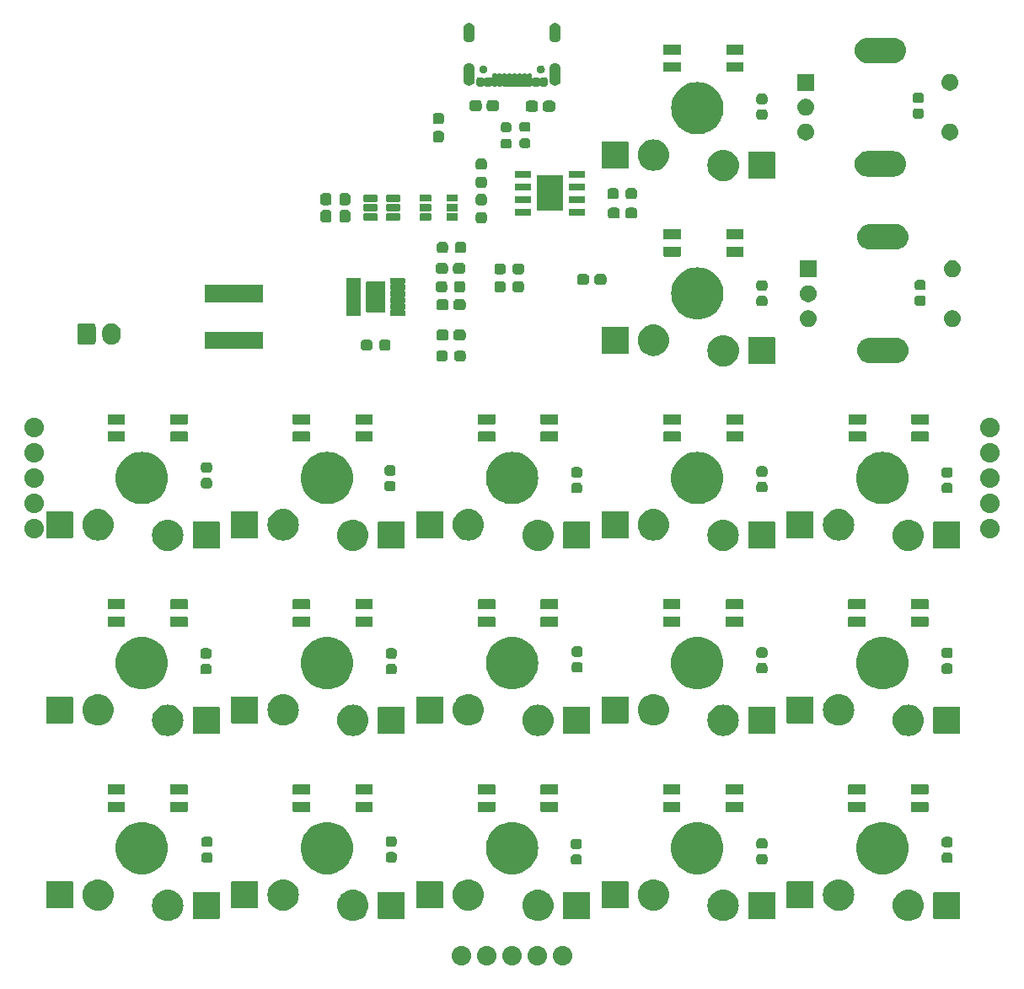
<source format=gbr>
%TF.GenerationSoftware,KiCad,Pcbnew,8.0.6*%
%TF.CreationDate,2025-02-02T15:37:04-07:00*%
%TF.ProjectId,Modular MacroPad,4d6f6475-6c61-4722-904d-6163726f5061,rev?*%
%TF.SameCoordinates,Original*%
%TF.FileFunction,Soldermask,Bot*%
%TF.FilePolarity,Negative*%
%FSLAX46Y46*%
G04 Gerber Fmt 4.6, Leading zero omitted, Abs format (unit mm)*
G04 Created by KiCad (PCBNEW 8.0.6) date 2025-02-02 15:37:04*
%MOMM*%
%LPD*%
G01*
G04 APERTURE LIST*
G04 APERTURE END LIST*
G36*
X143342797Y-141135419D02*
G01*
X143526638Y-141191187D01*
X143696067Y-141281749D01*
X143844573Y-141403624D01*
X143966448Y-141552130D01*
X144057010Y-141721559D01*
X144112778Y-141905400D01*
X144131608Y-142096589D01*
X144112778Y-142287778D01*
X144057010Y-142471619D01*
X143966448Y-142641048D01*
X143844573Y-142789554D01*
X143696067Y-142911429D01*
X143526638Y-143001991D01*
X143342797Y-143057759D01*
X143151608Y-143076589D01*
X142960419Y-143057759D01*
X142776578Y-143001991D01*
X142607149Y-142911429D01*
X142458643Y-142789554D01*
X142336768Y-142641048D01*
X142246206Y-142471619D01*
X142190438Y-142287778D01*
X142171608Y-142096589D01*
X142190438Y-141905400D01*
X142246206Y-141721559D01*
X142336768Y-141552130D01*
X142458643Y-141403624D01*
X142607149Y-141281749D01*
X142776578Y-141191187D01*
X142960419Y-141135419D01*
X143151608Y-141116589D01*
X143342797Y-141135419D01*
G37*
G36*
X145882797Y-141135419D02*
G01*
X146066638Y-141191187D01*
X146236067Y-141281749D01*
X146384573Y-141403624D01*
X146506448Y-141552130D01*
X146597010Y-141721559D01*
X146652778Y-141905400D01*
X146671608Y-142096589D01*
X146652778Y-142287778D01*
X146597010Y-142471619D01*
X146506448Y-142641048D01*
X146384573Y-142789554D01*
X146236067Y-142911429D01*
X146066638Y-143001991D01*
X145882797Y-143057759D01*
X145691608Y-143076589D01*
X145500419Y-143057759D01*
X145316578Y-143001991D01*
X145147149Y-142911429D01*
X144998643Y-142789554D01*
X144876768Y-142641048D01*
X144786206Y-142471619D01*
X144730438Y-142287778D01*
X144711608Y-142096589D01*
X144730438Y-141905400D01*
X144786206Y-141721559D01*
X144876768Y-141552130D01*
X144998643Y-141403624D01*
X145147149Y-141281749D01*
X145316578Y-141191187D01*
X145500419Y-141135419D01*
X145691608Y-141116589D01*
X145882797Y-141135419D01*
G37*
G36*
X148422797Y-141135419D02*
G01*
X148606638Y-141191187D01*
X148776067Y-141281749D01*
X148924573Y-141403624D01*
X149046448Y-141552130D01*
X149137010Y-141721559D01*
X149192778Y-141905400D01*
X149211608Y-142096589D01*
X149192778Y-142287778D01*
X149137010Y-142471619D01*
X149046448Y-142641048D01*
X148924573Y-142789554D01*
X148776067Y-142911429D01*
X148606638Y-143001991D01*
X148422797Y-143057759D01*
X148231608Y-143076589D01*
X148040419Y-143057759D01*
X147856578Y-143001991D01*
X147687149Y-142911429D01*
X147538643Y-142789554D01*
X147416768Y-142641048D01*
X147326206Y-142471619D01*
X147270438Y-142287778D01*
X147251608Y-142096589D01*
X147270438Y-141905400D01*
X147326206Y-141721559D01*
X147416768Y-141552130D01*
X147538643Y-141403624D01*
X147687149Y-141281749D01*
X147856578Y-141191187D01*
X148040419Y-141135419D01*
X148231608Y-141116589D01*
X148422797Y-141135419D01*
G37*
G36*
X150962797Y-141135419D02*
G01*
X151146638Y-141191187D01*
X151316067Y-141281749D01*
X151464573Y-141403624D01*
X151586448Y-141552130D01*
X151677010Y-141721559D01*
X151732778Y-141905400D01*
X151751608Y-142096589D01*
X151732778Y-142287778D01*
X151677010Y-142471619D01*
X151586448Y-142641048D01*
X151464573Y-142789554D01*
X151316067Y-142911429D01*
X151146638Y-143001991D01*
X150962797Y-143057759D01*
X150771608Y-143076589D01*
X150580419Y-143057759D01*
X150396578Y-143001991D01*
X150227149Y-142911429D01*
X150078643Y-142789554D01*
X149956768Y-142641048D01*
X149866206Y-142471619D01*
X149810438Y-142287778D01*
X149791608Y-142096589D01*
X149810438Y-141905400D01*
X149866206Y-141721559D01*
X149956768Y-141552130D01*
X150078643Y-141403624D01*
X150227149Y-141281749D01*
X150396578Y-141191187D01*
X150580419Y-141135419D01*
X150771608Y-141116589D01*
X150962797Y-141135419D01*
G37*
G36*
X153502797Y-141135419D02*
G01*
X153686638Y-141191187D01*
X153856067Y-141281749D01*
X154004573Y-141403624D01*
X154126448Y-141552130D01*
X154217010Y-141721559D01*
X154272778Y-141905400D01*
X154291608Y-142096589D01*
X154272778Y-142287778D01*
X154217010Y-142471619D01*
X154126448Y-142641048D01*
X154004573Y-142789554D01*
X153856067Y-142911429D01*
X153686638Y-143001991D01*
X153502797Y-143057759D01*
X153311608Y-143076589D01*
X153120419Y-143057759D01*
X152936578Y-143001991D01*
X152767149Y-142911429D01*
X152618643Y-142789554D01*
X152496768Y-142641048D01*
X152406206Y-142471619D01*
X152350438Y-142287778D01*
X152331608Y-142096589D01*
X152350438Y-141905400D01*
X152406206Y-141721559D01*
X152496768Y-141552130D01*
X152618643Y-141403624D01*
X152767149Y-141281749D01*
X152936578Y-141191187D01*
X153120419Y-141135419D01*
X153311608Y-141116589D01*
X153502797Y-141135419D01*
G37*
G36*
X113888956Y-135473060D02*
G01*
X114130037Y-135530939D01*
X114359095Y-135625818D01*
X114570491Y-135755361D01*
X114759019Y-135916379D01*
X114920037Y-136104907D01*
X115049580Y-136316303D01*
X115144459Y-136545361D01*
X115202338Y-136786442D01*
X115221790Y-137033608D01*
X115202338Y-137280774D01*
X115144459Y-137521855D01*
X115049580Y-137750913D01*
X114920037Y-137962309D01*
X114759019Y-138150837D01*
X114570491Y-138311855D01*
X114359095Y-138441398D01*
X114130037Y-138536277D01*
X113888956Y-138594156D01*
X113641790Y-138613608D01*
X113394624Y-138594156D01*
X113153543Y-138536277D01*
X112924485Y-138441398D01*
X112713089Y-138311855D01*
X112524561Y-138150837D01*
X112363543Y-137962309D01*
X112234000Y-137750913D01*
X112139121Y-137521855D01*
X112081242Y-137280774D01*
X112061790Y-137033608D01*
X112081242Y-136786442D01*
X112139121Y-136545361D01*
X112234000Y-136316303D01*
X112363543Y-136104907D01*
X112524561Y-135916379D01*
X112713089Y-135755361D01*
X112924485Y-135625818D01*
X113153543Y-135530939D01*
X113394624Y-135473060D01*
X113641790Y-135453608D01*
X113888956Y-135473060D01*
G37*
G36*
X132488956Y-135473060D02*
G01*
X132730037Y-135530939D01*
X132959095Y-135625818D01*
X133170491Y-135755361D01*
X133359019Y-135916379D01*
X133520037Y-136104907D01*
X133649580Y-136316303D01*
X133744459Y-136545361D01*
X133802338Y-136786442D01*
X133821790Y-137033608D01*
X133802338Y-137280774D01*
X133744459Y-137521855D01*
X133649580Y-137750913D01*
X133520037Y-137962309D01*
X133359019Y-138150837D01*
X133170491Y-138311855D01*
X132959095Y-138441398D01*
X132730037Y-138536277D01*
X132488956Y-138594156D01*
X132241790Y-138613608D01*
X131994624Y-138594156D01*
X131753543Y-138536277D01*
X131524485Y-138441398D01*
X131313089Y-138311855D01*
X131124561Y-138150837D01*
X130963543Y-137962309D01*
X130834000Y-137750913D01*
X130739121Y-137521855D01*
X130681242Y-137280774D01*
X130661790Y-137033608D01*
X130681242Y-136786442D01*
X130739121Y-136545361D01*
X130834000Y-136316303D01*
X130963543Y-136104907D01*
X131124561Y-135916379D01*
X131313089Y-135755361D01*
X131524485Y-135625818D01*
X131753543Y-135530939D01*
X131994624Y-135473060D01*
X132241790Y-135453608D01*
X132488956Y-135473060D01*
G37*
G36*
X151088956Y-135473060D02*
G01*
X151330037Y-135530939D01*
X151559095Y-135625818D01*
X151770491Y-135755361D01*
X151959019Y-135916379D01*
X152120037Y-136104907D01*
X152249580Y-136316303D01*
X152344459Y-136545361D01*
X152402338Y-136786442D01*
X152421790Y-137033608D01*
X152402338Y-137280774D01*
X152344459Y-137521855D01*
X152249580Y-137750913D01*
X152120037Y-137962309D01*
X151959019Y-138150837D01*
X151770491Y-138311855D01*
X151559095Y-138441398D01*
X151330037Y-138536277D01*
X151088956Y-138594156D01*
X150841790Y-138613608D01*
X150594624Y-138594156D01*
X150353543Y-138536277D01*
X150124485Y-138441398D01*
X149913089Y-138311855D01*
X149724561Y-138150837D01*
X149563543Y-137962309D01*
X149434000Y-137750913D01*
X149339121Y-137521855D01*
X149281242Y-137280774D01*
X149261790Y-137033608D01*
X149281242Y-136786442D01*
X149339121Y-136545361D01*
X149434000Y-136316303D01*
X149563543Y-136104907D01*
X149724561Y-135916379D01*
X149913089Y-135755361D01*
X150124485Y-135625818D01*
X150353543Y-135530939D01*
X150594624Y-135473060D01*
X150841790Y-135453608D01*
X151088956Y-135473060D01*
G37*
G36*
X169688956Y-135473060D02*
G01*
X169930037Y-135530939D01*
X170159095Y-135625818D01*
X170370491Y-135755361D01*
X170559019Y-135916379D01*
X170720037Y-136104907D01*
X170849580Y-136316303D01*
X170944459Y-136545361D01*
X171002338Y-136786442D01*
X171021790Y-137033608D01*
X171002338Y-137280774D01*
X170944459Y-137521855D01*
X170849580Y-137750913D01*
X170720037Y-137962309D01*
X170559019Y-138150837D01*
X170370491Y-138311855D01*
X170159095Y-138441398D01*
X169930037Y-138536277D01*
X169688956Y-138594156D01*
X169441790Y-138613608D01*
X169194624Y-138594156D01*
X168953543Y-138536277D01*
X168724485Y-138441398D01*
X168513089Y-138311855D01*
X168324561Y-138150837D01*
X168163543Y-137962309D01*
X168034000Y-137750913D01*
X167939121Y-137521855D01*
X167881242Y-137280774D01*
X167861790Y-137033608D01*
X167881242Y-136786442D01*
X167939121Y-136545361D01*
X168034000Y-136316303D01*
X168163543Y-136104907D01*
X168324561Y-135916379D01*
X168513089Y-135755361D01*
X168724485Y-135625818D01*
X168953543Y-135530939D01*
X169194624Y-135473060D01*
X169441790Y-135453608D01*
X169688956Y-135473060D01*
G37*
G36*
X188288956Y-135473060D02*
G01*
X188530037Y-135530939D01*
X188759095Y-135625818D01*
X188970491Y-135755361D01*
X189159019Y-135916379D01*
X189320037Y-136104907D01*
X189449580Y-136316303D01*
X189544459Y-136545361D01*
X189602338Y-136786442D01*
X189621790Y-137033608D01*
X189602338Y-137280774D01*
X189544459Y-137521855D01*
X189449580Y-137750913D01*
X189320037Y-137962309D01*
X189159019Y-138150837D01*
X188970491Y-138311855D01*
X188759095Y-138441398D01*
X188530037Y-138536277D01*
X188288956Y-138594156D01*
X188041790Y-138613608D01*
X187794624Y-138594156D01*
X187553543Y-138536277D01*
X187324485Y-138441398D01*
X187113089Y-138311855D01*
X186924561Y-138150837D01*
X186763543Y-137962309D01*
X186634000Y-137750913D01*
X186539121Y-137521855D01*
X186481242Y-137280774D01*
X186461790Y-137033608D01*
X186481242Y-136786442D01*
X186539121Y-136545361D01*
X186634000Y-136316303D01*
X186763543Y-136104907D01*
X186924561Y-135916379D01*
X187113089Y-135755361D01*
X187324485Y-135625818D01*
X187553543Y-135530939D01*
X187794624Y-135473060D01*
X188041790Y-135453608D01*
X188288956Y-135473060D01*
G37*
G36*
X118822405Y-135684698D02*
G01*
X118848359Y-135702039D01*
X118865700Y-135727993D01*
X118871790Y-135758608D01*
X118871790Y-138308608D01*
X118865700Y-138339223D01*
X118848359Y-138365177D01*
X118822405Y-138382518D01*
X118791790Y-138388608D01*
X116241790Y-138388608D01*
X116211175Y-138382518D01*
X116185221Y-138365177D01*
X116167880Y-138339223D01*
X116161790Y-138308608D01*
X116161790Y-135758608D01*
X116167880Y-135727993D01*
X116185221Y-135702039D01*
X116211175Y-135684698D01*
X116241790Y-135678608D01*
X118791790Y-135678608D01*
X118822405Y-135684698D01*
G37*
G36*
X137422405Y-135684698D02*
G01*
X137448359Y-135702039D01*
X137465700Y-135727993D01*
X137471790Y-135758608D01*
X137471790Y-138308608D01*
X137465700Y-138339223D01*
X137448359Y-138365177D01*
X137422405Y-138382518D01*
X137391790Y-138388608D01*
X134841790Y-138388608D01*
X134811175Y-138382518D01*
X134785221Y-138365177D01*
X134767880Y-138339223D01*
X134761790Y-138308608D01*
X134761790Y-135758608D01*
X134767880Y-135727993D01*
X134785221Y-135702039D01*
X134811175Y-135684698D01*
X134841790Y-135678608D01*
X137391790Y-135678608D01*
X137422405Y-135684698D01*
G37*
G36*
X156022405Y-135684698D02*
G01*
X156048359Y-135702039D01*
X156065700Y-135727993D01*
X156071790Y-135758608D01*
X156071790Y-138308608D01*
X156065700Y-138339223D01*
X156048359Y-138365177D01*
X156022405Y-138382518D01*
X155991790Y-138388608D01*
X153441790Y-138388608D01*
X153411175Y-138382518D01*
X153385221Y-138365177D01*
X153367880Y-138339223D01*
X153361790Y-138308608D01*
X153361790Y-135758608D01*
X153367880Y-135727993D01*
X153385221Y-135702039D01*
X153411175Y-135684698D01*
X153441790Y-135678608D01*
X155991790Y-135678608D01*
X156022405Y-135684698D01*
G37*
G36*
X174622405Y-135684698D02*
G01*
X174648359Y-135702039D01*
X174665700Y-135727993D01*
X174671790Y-135758608D01*
X174671790Y-138308608D01*
X174665700Y-138339223D01*
X174648359Y-138365177D01*
X174622405Y-138382518D01*
X174591790Y-138388608D01*
X172041790Y-138388608D01*
X172011175Y-138382518D01*
X171985221Y-138365177D01*
X171967880Y-138339223D01*
X171961790Y-138308608D01*
X171961790Y-135758608D01*
X171967880Y-135727993D01*
X171985221Y-135702039D01*
X172011175Y-135684698D01*
X172041790Y-135678608D01*
X174591790Y-135678608D01*
X174622405Y-135684698D01*
G37*
G36*
X193222405Y-135684698D02*
G01*
X193248359Y-135702039D01*
X193265700Y-135727993D01*
X193271790Y-135758608D01*
X193271790Y-138308608D01*
X193265700Y-138339223D01*
X193248359Y-138365177D01*
X193222405Y-138382518D01*
X193191790Y-138388608D01*
X190641790Y-138388608D01*
X190611175Y-138382518D01*
X190585221Y-138365177D01*
X190567880Y-138339223D01*
X190561790Y-138308608D01*
X190561790Y-135758608D01*
X190567880Y-135727993D01*
X190585221Y-135702039D01*
X190611175Y-135684698D01*
X190641790Y-135678608D01*
X193191790Y-135678608D01*
X193222405Y-135684698D01*
G37*
G36*
X106888956Y-134423060D02*
G01*
X107130037Y-134480939D01*
X107359095Y-134575818D01*
X107570491Y-134705361D01*
X107759019Y-134866379D01*
X107920037Y-135054907D01*
X108049580Y-135266303D01*
X108144459Y-135495361D01*
X108202338Y-135736442D01*
X108221790Y-135983608D01*
X108202338Y-136230774D01*
X108144459Y-136471855D01*
X108049580Y-136700913D01*
X107920037Y-136912309D01*
X107759019Y-137100837D01*
X107570491Y-137261855D01*
X107359095Y-137391398D01*
X107130037Y-137486277D01*
X106888956Y-137544156D01*
X106641790Y-137563608D01*
X106394624Y-137544156D01*
X106153543Y-137486277D01*
X105924485Y-137391398D01*
X105713089Y-137261855D01*
X105524561Y-137100837D01*
X105363543Y-136912309D01*
X105234000Y-136700913D01*
X105139121Y-136471855D01*
X105081242Y-136230774D01*
X105061790Y-135983608D01*
X105081242Y-135736442D01*
X105139121Y-135495361D01*
X105234000Y-135266303D01*
X105363543Y-135054907D01*
X105524561Y-134866379D01*
X105713089Y-134705361D01*
X105924485Y-134575818D01*
X106153543Y-134480939D01*
X106394624Y-134423060D01*
X106641790Y-134403608D01*
X106888956Y-134423060D01*
G37*
G36*
X125488956Y-134423060D02*
G01*
X125730037Y-134480939D01*
X125959095Y-134575818D01*
X126170491Y-134705361D01*
X126359019Y-134866379D01*
X126520037Y-135054907D01*
X126649580Y-135266303D01*
X126744459Y-135495361D01*
X126802338Y-135736442D01*
X126821790Y-135983608D01*
X126802338Y-136230774D01*
X126744459Y-136471855D01*
X126649580Y-136700913D01*
X126520037Y-136912309D01*
X126359019Y-137100837D01*
X126170491Y-137261855D01*
X125959095Y-137391398D01*
X125730037Y-137486277D01*
X125488956Y-137544156D01*
X125241790Y-137563608D01*
X124994624Y-137544156D01*
X124753543Y-137486277D01*
X124524485Y-137391398D01*
X124313089Y-137261855D01*
X124124561Y-137100837D01*
X123963543Y-136912309D01*
X123834000Y-136700913D01*
X123739121Y-136471855D01*
X123681242Y-136230774D01*
X123661790Y-135983608D01*
X123681242Y-135736442D01*
X123739121Y-135495361D01*
X123834000Y-135266303D01*
X123963543Y-135054907D01*
X124124561Y-134866379D01*
X124313089Y-134705361D01*
X124524485Y-134575818D01*
X124753543Y-134480939D01*
X124994624Y-134423060D01*
X125241790Y-134403608D01*
X125488956Y-134423060D01*
G37*
G36*
X144088956Y-134423060D02*
G01*
X144330037Y-134480939D01*
X144559095Y-134575818D01*
X144770491Y-134705361D01*
X144959019Y-134866379D01*
X145120037Y-135054907D01*
X145249580Y-135266303D01*
X145344459Y-135495361D01*
X145402338Y-135736442D01*
X145421790Y-135983608D01*
X145402338Y-136230774D01*
X145344459Y-136471855D01*
X145249580Y-136700913D01*
X145120037Y-136912309D01*
X144959019Y-137100837D01*
X144770491Y-137261855D01*
X144559095Y-137391398D01*
X144330037Y-137486277D01*
X144088956Y-137544156D01*
X143841790Y-137563608D01*
X143594624Y-137544156D01*
X143353543Y-137486277D01*
X143124485Y-137391398D01*
X142913089Y-137261855D01*
X142724561Y-137100837D01*
X142563543Y-136912309D01*
X142434000Y-136700913D01*
X142339121Y-136471855D01*
X142281242Y-136230774D01*
X142261790Y-135983608D01*
X142281242Y-135736442D01*
X142339121Y-135495361D01*
X142434000Y-135266303D01*
X142563543Y-135054907D01*
X142724561Y-134866379D01*
X142913089Y-134705361D01*
X143124485Y-134575818D01*
X143353543Y-134480939D01*
X143594624Y-134423060D01*
X143841790Y-134403608D01*
X144088956Y-134423060D01*
G37*
G36*
X162688956Y-134423060D02*
G01*
X162930037Y-134480939D01*
X163159095Y-134575818D01*
X163370491Y-134705361D01*
X163559019Y-134866379D01*
X163720037Y-135054907D01*
X163849580Y-135266303D01*
X163944459Y-135495361D01*
X164002338Y-135736442D01*
X164021790Y-135983608D01*
X164002338Y-136230774D01*
X163944459Y-136471855D01*
X163849580Y-136700913D01*
X163720037Y-136912309D01*
X163559019Y-137100837D01*
X163370491Y-137261855D01*
X163159095Y-137391398D01*
X162930037Y-137486277D01*
X162688956Y-137544156D01*
X162441790Y-137563608D01*
X162194624Y-137544156D01*
X161953543Y-137486277D01*
X161724485Y-137391398D01*
X161513089Y-137261855D01*
X161324561Y-137100837D01*
X161163543Y-136912309D01*
X161034000Y-136700913D01*
X160939121Y-136471855D01*
X160881242Y-136230774D01*
X160861790Y-135983608D01*
X160881242Y-135736442D01*
X160939121Y-135495361D01*
X161034000Y-135266303D01*
X161163543Y-135054907D01*
X161324561Y-134866379D01*
X161513089Y-134705361D01*
X161724485Y-134575818D01*
X161953543Y-134480939D01*
X162194624Y-134423060D01*
X162441790Y-134403608D01*
X162688956Y-134423060D01*
G37*
G36*
X181288956Y-134423060D02*
G01*
X181530037Y-134480939D01*
X181759095Y-134575818D01*
X181970491Y-134705361D01*
X182159019Y-134866379D01*
X182320037Y-135054907D01*
X182449580Y-135266303D01*
X182544459Y-135495361D01*
X182602338Y-135736442D01*
X182621790Y-135983608D01*
X182602338Y-136230774D01*
X182544459Y-136471855D01*
X182449580Y-136700913D01*
X182320037Y-136912309D01*
X182159019Y-137100837D01*
X181970491Y-137261855D01*
X181759095Y-137391398D01*
X181530037Y-137486277D01*
X181288956Y-137544156D01*
X181041790Y-137563608D01*
X180794624Y-137544156D01*
X180553543Y-137486277D01*
X180324485Y-137391398D01*
X180113089Y-137261855D01*
X179924561Y-137100837D01*
X179763543Y-136912309D01*
X179634000Y-136700913D01*
X179539121Y-136471855D01*
X179481242Y-136230774D01*
X179461790Y-135983608D01*
X179481242Y-135736442D01*
X179539121Y-135495361D01*
X179634000Y-135266303D01*
X179763543Y-135054907D01*
X179924561Y-134866379D01*
X180113089Y-134705361D01*
X180324485Y-134575818D01*
X180553543Y-134480939D01*
X180794624Y-134423060D01*
X181041790Y-134403608D01*
X181288956Y-134423060D01*
G37*
G36*
X104072405Y-134634698D02*
G01*
X104098359Y-134652039D01*
X104115700Y-134677993D01*
X104121790Y-134708608D01*
X104121790Y-137258608D01*
X104115700Y-137289223D01*
X104098359Y-137315177D01*
X104072405Y-137332518D01*
X104041790Y-137338608D01*
X101491790Y-137338608D01*
X101461175Y-137332518D01*
X101435221Y-137315177D01*
X101417880Y-137289223D01*
X101411790Y-137258608D01*
X101411790Y-134708608D01*
X101417880Y-134677993D01*
X101435221Y-134652039D01*
X101461175Y-134634698D01*
X101491790Y-134628608D01*
X104041790Y-134628608D01*
X104072405Y-134634698D01*
G37*
G36*
X122672405Y-134634698D02*
G01*
X122698359Y-134652039D01*
X122715700Y-134677993D01*
X122721790Y-134708608D01*
X122721790Y-137258608D01*
X122715700Y-137289223D01*
X122698359Y-137315177D01*
X122672405Y-137332518D01*
X122641790Y-137338608D01*
X120091790Y-137338608D01*
X120061175Y-137332518D01*
X120035221Y-137315177D01*
X120017880Y-137289223D01*
X120011790Y-137258608D01*
X120011790Y-134708608D01*
X120017880Y-134677993D01*
X120035221Y-134652039D01*
X120061175Y-134634698D01*
X120091790Y-134628608D01*
X122641790Y-134628608D01*
X122672405Y-134634698D01*
G37*
G36*
X141272405Y-134634698D02*
G01*
X141298359Y-134652039D01*
X141315700Y-134677993D01*
X141321790Y-134708608D01*
X141321790Y-137258608D01*
X141315700Y-137289223D01*
X141298359Y-137315177D01*
X141272405Y-137332518D01*
X141241790Y-137338608D01*
X138691790Y-137338608D01*
X138661175Y-137332518D01*
X138635221Y-137315177D01*
X138617880Y-137289223D01*
X138611790Y-137258608D01*
X138611790Y-134708608D01*
X138617880Y-134677993D01*
X138635221Y-134652039D01*
X138661175Y-134634698D01*
X138691790Y-134628608D01*
X141241790Y-134628608D01*
X141272405Y-134634698D01*
G37*
G36*
X159872405Y-134634698D02*
G01*
X159898359Y-134652039D01*
X159915700Y-134677993D01*
X159921790Y-134708608D01*
X159921790Y-137258608D01*
X159915700Y-137289223D01*
X159898359Y-137315177D01*
X159872405Y-137332518D01*
X159841790Y-137338608D01*
X157291790Y-137338608D01*
X157261175Y-137332518D01*
X157235221Y-137315177D01*
X157217880Y-137289223D01*
X157211790Y-137258608D01*
X157211790Y-134708608D01*
X157217880Y-134677993D01*
X157235221Y-134652039D01*
X157261175Y-134634698D01*
X157291790Y-134628608D01*
X159841790Y-134628608D01*
X159872405Y-134634698D01*
G37*
G36*
X178472405Y-134634698D02*
G01*
X178498359Y-134652039D01*
X178515700Y-134677993D01*
X178521790Y-134708608D01*
X178521790Y-137258608D01*
X178515700Y-137289223D01*
X178498359Y-137315177D01*
X178472405Y-137332518D01*
X178441790Y-137338608D01*
X175891790Y-137338608D01*
X175861175Y-137332518D01*
X175835221Y-137315177D01*
X175817880Y-137289223D01*
X175811790Y-137258608D01*
X175811790Y-134708608D01*
X175817880Y-134677993D01*
X175835221Y-134652039D01*
X175861175Y-134634698D01*
X175891790Y-134628608D01*
X178441790Y-134628608D01*
X178472405Y-134634698D01*
G37*
G36*
X111358801Y-128672784D02*
G01*
X111671190Y-128730031D01*
X111974401Y-128824515D01*
X112264012Y-128954859D01*
X112535800Y-129119160D01*
X112785803Y-129315025D01*
X113010373Y-129539595D01*
X113206238Y-129789598D01*
X113370539Y-130061386D01*
X113500883Y-130350997D01*
X113595367Y-130654208D01*
X113652614Y-130966597D01*
X113671790Y-131283608D01*
X113652614Y-131600619D01*
X113595367Y-131913008D01*
X113500883Y-132216219D01*
X113370539Y-132505830D01*
X113206238Y-132777618D01*
X113010373Y-133027621D01*
X112785803Y-133252191D01*
X112535800Y-133448056D01*
X112264012Y-133612357D01*
X111974401Y-133742701D01*
X111671190Y-133837185D01*
X111358801Y-133894432D01*
X111041790Y-133913608D01*
X110724779Y-133894432D01*
X110412390Y-133837185D01*
X110109179Y-133742701D01*
X109819568Y-133612357D01*
X109547780Y-133448056D01*
X109297777Y-133252191D01*
X109073207Y-133027621D01*
X108877342Y-132777618D01*
X108713041Y-132505830D01*
X108582697Y-132216219D01*
X108488213Y-131913008D01*
X108430966Y-131600619D01*
X108411790Y-131283608D01*
X108430966Y-130966597D01*
X108488213Y-130654208D01*
X108582697Y-130350997D01*
X108713041Y-130061386D01*
X108877342Y-129789598D01*
X109073207Y-129539595D01*
X109297777Y-129315025D01*
X109547780Y-129119160D01*
X109819568Y-128954859D01*
X110109179Y-128824515D01*
X110412390Y-128730031D01*
X110724779Y-128672784D01*
X111041790Y-128653608D01*
X111358801Y-128672784D01*
G37*
G36*
X129958801Y-128672784D02*
G01*
X130271190Y-128730031D01*
X130574401Y-128824515D01*
X130864012Y-128954859D01*
X131135800Y-129119160D01*
X131385803Y-129315025D01*
X131610373Y-129539595D01*
X131806238Y-129789598D01*
X131970539Y-130061386D01*
X132100883Y-130350997D01*
X132195367Y-130654208D01*
X132252614Y-130966597D01*
X132271790Y-131283608D01*
X132252614Y-131600619D01*
X132195367Y-131913008D01*
X132100883Y-132216219D01*
X131970539Y-132505830D01*
X131806238Y-132777618D01*
X131610373Y-133027621D01*
X131385803Y-133252191D01*
X131135800Y-133448056D01*
X130864012Y-133612357D01*
X130574401Y-133742701D01*
X130271190Y-133837185D01*
X129958801Y-133894432D01*
X129641790Y-133913608D01*
X129324779Y-133894432D01*
X129012390Y-133837185D01*
X128709179Y-133742701D01*
X128419568Y-133612357D01*
X128147780Y-133448056D01*
X127897777Y-133252191D01*
X127673207Y-133027621D01*
X127477342Y-132777618D01*
X127313041Y-132505830D01*
X127182697Y-132216219D01*
X127088213Y-131913008D01*
X127030966Y-131600619D01*
X127011790Y-131283608D01*
X127030966Y-130966597D01*
X127088213Y-130654208D01*
X127182697Y-130350997D01*
X127313041Y-130061386D01*
X127477342Y-129789598D01*
X127673207Y-129539595D01*
X127897777Y-129315025D01*
X128147780Y-129119160D01*
X128419568Y-128954859D01*
X128709179Y-128824515D01*
X129012390Y-128730031D01*
X129324779Y-128672784D01*
X129641790Y-128653608D01*
X129958801Y-128672784D01*
G37*
G36*
X148558801Y-128672784D02*
G01*
X148871190Y-128730031D01*
X149174401Y-128824515D01*
X149464012Y-128954859D01*
X149735800Y-129119160D01*
X149985803Y-129315025D01*
X150210373Y-129539595D01*
X150406238Y-129789598D01*
X150570539Y-130061386D01*
X150700883Y-130350997D01*
X150795367Y-130654208D01*
X150852614Y-130966597D01*
X150871790Y-131283608D01*
X150852614Y-131600619D01*
X150795367Y-131913008D01*
X150700883Y-132216219D01*
X150570539Y-132505830D01*
X150406238Y-132777618D01*
X150210373Y-133027621D01*
X149985803Y-133252191D01*
X149735800Y-133448056D01*
X149464012Y-133612357D01*
X149174401Y-133742701D01*
X148871190Y-133837185D01*
X148558801Y-133894432D01*
X148241790Y-133913608D01*
X147924779Y-133894432D01*
X147612390Y-133837185D01*
X147309179Y-133742701D01*
X147019568Y-133612357D01*
X146747780Y-133448056D01*
X146497777Y-133252191D01*
X146273207Y-133027621D01*
X146077342Y-132777618D01*
X145913041Y-132505830D01*
X145782697Y-132216219D01*
X145688213Y-131913008D01*
X145630966Y-131600619D01*
X145611790Y-131283608D01*
X145630966Y-130966597D01*
X145688213Y-130654208D01*
X145782697Y-130350997D01*
X145913041Y-130061386D01*
X146077342Y-129789598D01*
X146273207Y-129539595D01*
X146497777Y-129315025D01*
X146747780Y-129119160D01*
X147019568Y-128954859D01*
X147309179Y-128824515D01*
X147612390Y-128730031D01*
X147924779Y-128672784D01*
X148241790Y-128653608D01*
X148558801Y-128672784D01*
G37*
G36*
X167158801Y-128672784D02*
G01*
X167471190Y-128730031D01*
X167774401Y-128824515D01*
X168064012Y-128954859D01*
X168335800Y-129119160D01*
X168585803Y-129315025D01*
X168810373Y-129539595D01*
X169006238Y-129789598D01*
X169170539Y-130061386D01*
X169300883Y-130350997D01*
X169395367Y-130654208D01*
X169452614Y-130966597D01*
X169471790Y-131283608D01*
X169452614Y-131600619D01*
X169395367Y-131913008D01*
X169300883Y-132216219D01*
X169170539Y-132505830D01*
X169006238Y-132777618D01*
X168810373Y-133027621D01*
X168585803Y-133252191D01*
X168335800Y-133448056D01*
X168064012Y-133612357D01*
X167774401Y-133742701D01*
X167471190Y-133837185D01*
X167158801Y-133894432D01*
X166841790Y-133913608D01*
X166524779Y-133894432D01*
X166212390Y-133837185D01*
X165909179Y-133742701D01*
X165619568Y-133612357D01*
X165347780Y-133448056D01*
X165097777Y-133252191D01*
X164873207Y-133027621D01*
X164677342Y-132777618D01*
X164513041Y-132505830D01*
X164382697Y-132216219D01*
X164288213Y-131913008D01*
X164230966Y-131600619D01*
X164211790Y-131283608D01*
X164230966Y-130966597D01*
X164288213Y-130654208D01*
X164382697Y-130350997D01*
X164513041Y-130061386D01*
X164677342Y-129789598D01*
X164873207Y-129539595D01*
X165097777Y-129315025D01*
X165347780Y-129119160D01*
X165619568Y-128954859D01*
X165909179Y-128824515D01*
X166212390Y-128730031D01*
X166524779Y-128672784D01*
X166841790Y-128653608D01*
X167158801Y-128672784D01*
G37*
G36*
X185758801Y-128672784D02*
G01*
X186071190Y-128730031D01*
X186374401Y-128824515D01*
X186664012Y-128954859D01*
X186935800Y-129119160D01*
X187185803Y-129315025D01*
X187410373Y-129539595D01*
X187606238Y-129789598D01*
X187770539Y-130061386D01*
X187900883Y-130350997D01*
X187995367Y-130654208D01*
X188052614Y-130966597D01*
X188071790Y-131283608D01*
X188052614Y-131600619D01*
X187995367Y-131913008D01*
X187900883Y-132216219D01*
X187770539Y-132505830D01*
X187606238Y-132777618D01*
X187410373Y-133027621D01*
X187185803Y-133252191D01*
X186935800Y-133448056D01*
X186664012Y-133612357D01*
X186374401Y-133742701D01*
X186071190Y-133837185D01*
X185758801Y-133894432D01*
X185441790Y-133913608D01*
X185124779Y-133894432D01*
X184812390Y-133837185D01*
X184509179Y-133742701D01*
X184219568Y-133612357D01*
X183947780Y-133448056D01*
X183697777Y-133252191D01*
X183473207Y-133027621D01*
X183277342Y-132777618D01*
X183113041Y-132505830D01*
X182982697Y-132216219D01*
X182888213Y-131913008D01*
X182830966Y-131600619D01*
X182811790Y-131283608D01*
X182830966Y-130966597D01*
X182888213Y-130654208D01*
X182982697Y-130350997D01*
X183113041Y-130061386D01*
X183277342Y-129789598D01*
X183473207Y-129539595D01*
X183697777Y-129315025D01*
X183947780Y-129119160D01*
X184219568Y-128954859D01*
X184509179Y-128824515D01*
X184812390Y-128730031D01*
X185124779Y-128672784D01*
X185441790Y-128653608D01*
X185758801Y-128672784D01*
G37*
G36*
X155011039Y-131926643D02*
G01*
X155020130Y-131930657D01*
X155027040Y-131931664D01*
X155070232Y-131952779D01*
X155111475Y-131970990D01*
X155115293Y-131974808D01*
X155115736Y-131975025D01*
X155185072Y-132044361D01*
X155185288Y-132044803D01*
X155189108Y-132048623D01*
X155207323Y-132089876D01*
X155228433Y-132133057D01*
X155229439Y-132139964D01*
X155233455Y-132149059D01*
X155241390Y-132217458D01*
X155241390Y-132654958D01*
X155233455Y-132723357D01*
X155229439Y-132732452D01*
X155228433Y-132739358D01*
X155207327Y-132782528D01*
X155189108Y-132823793D01*
X155185287Y-132827613D01*
X155185072Y-132828054D01*
X155115736Y-132897390D01*
X155115295Y-132897605D01*
X155111475Y-132901426D01*
X155070210Y-132919645D01*
X155027040Y-132940751D01*
X155020134Y-132941757D01*
X155011039Y-132945773D01*
X154942640Y-132953708D01*
X154430140Y-132953708D01*
X154361741Y-132945773D01*
X154352646Y-132941757D01*
X154345739Y-132940751D01*
X154302558Y-132919641D01*
X154261305Y-132901426D01*
X154257485Y-132897606D01*
X154257043Y-132897390D01*
X154187707Y-132828054D01*
X154187490Y-132827611D01*
X154183672Y-132823793D01*
X154165461Y-132782550D01*
X154144346Y-132739358D01*
X154143339Y-132732448D01*
X154139325Y-132723357D01*
X154131390Y-132654958D01*
X154131390Y-132217458D01*
X154139325Y-132149059D01*
X154143339Y-132139967D01*
X154144346Y-132133057D01*
X154165465Y-132089855D01*
X154183672Y-132048623D01*
X154187489Y-132044805D01*
X154187707Y-132044361D01*
X154257043Y-131975025D01*
X154257487Y-131974807D01*
X154261305Y-131970990D01*
X154302537Y-131952783D01*
X154345739Y-131931664D01*
X154352649Y-131930657D01*
X154361741Y-131926643D01*
X154430140Y-131918708D01*
X154942640Y-131918708D01*
X155011039Y-131926643D01*
G37*
G36*
X173661039Y-131889143D02*
G01*
X173670130Y-131893157D01*
X173677040Y-131894164D01*
X173720232Y-131915279D01*
X173761475Y-131933490D01*
X173765293Y-131937308D01*
X173765736Y-131937525D01*
X173835072Y-132006861D01*
X173835288Y-132007303D01*
X173839108Y-132011123D01*
X173857323Y-132052376D01*
X173878433Y-132095557D01*
X173879439Y-132102464D01*
X173883455Y-132111559D01*
X173891390Y-132179958D01*
X173891390Y-132617458D01*
X173883455Y-132685857D01*
X173879439Y-132694952D01*
X173878433Y-132701858D01*
X173857327Y-132745028D01*
X173839108Y-132786293D01*
X173835287Y-132790113D01*
X173835072Y-132790554D01*
X173765736Y-132859890D01*
X173765295Y-132860105D01*
X173761475Y-132863926D01*
X173720210Y-132882145D01*
X173677040Y-132903251D01*
X173670134Y-132904257D01*
X173661039Y-132908273D01*
X173592640Y-132916208D01*
X173080140Y-132916208D01*
X173011741Y-132908273D01*
X173002646Y-132904257D01*
X172995739Y-132903251D01*
X172952558Y-132882141D01*
X172911305Y-132863926D01*
X172907485Y-132860106D01*
X172907043Y-132859890D01*
X172837707Y-132790554D01*
X172837490Y-132790111D01*
X172833672Y-132786293D01*
X172815461Y-132745050D01*
X172794346Y-132701858D01*
X172793339Y-132694948D01*
X172789325Y-132685857D01*
X172781390Y-132617458D01*
X172781390Y-132179958D01*
X172789325Y-132111559D01*
X172793339Y-132102467D01*
X172794346Y-132095557D01*
X172815465Y-132052355D01*
X172833672Y-132011123D01*
X172837489Y-132007305D01*
X172837707Y-132006861D01*
X172907043Y-131937525D01*
X172907487Y-131937307D01*
X172911305Y-131933490D01*
X172952537Y-131915283D01*
X172995739Y-131894164D01*
X173002649Y-131893157D01*
X173011741Y-131889143D01*
X173080140Y-131881208D01*
X173592640Y-131881208D01*
X173661039Y-131889143D01*
G37*
G36*
X192261039Y-131739143D02*
G01*
X192270130Y-131743157D01*
X192277040Y-131744164D01*
X192320232Y-131765279D01*
X192361475Y-131783490D01*
X192365293Y-131787308D01*
X192365736Y-131787525D01*
X192435072Y-131856861D01*
X192435288Y-131857303D01*
X192439108Y-131861123D01*
X192457323Y-131902376D01*
X192478433Y-131945557D01*
X192479439Y-131952464D01*
X192483455Y-131961559D01*
X192491390Y-132029958D01*
X192491390Y-132467458D01*
X192483455Y-132535857D01*
X192479439Y-132544952D01*
X192478433Y-132551858D01*
X192457327Y-132595028D01*
X192439108Y-132636293D01*
X192435287Y-132640113D01*
X192435072Y-132640554D01*
X192365736Y-132709890D01*
X192365295Y-132710105D01*
X192361475Y-132713926D01*
X192320210Y-132732145D01*
X192277040Y-132753251D01*
X192270134Y-132754257D01*
X192261039Y-132758273D01*
X192192640Y-132766208D01*
X191680140Y-132766208D01*
X191611741Y-132758273D01*
X191602646Y-132754257D01*
X191595739Y-132753251D01*
X191552558Y-132732141D01*
X191511305Y-132713926D01*
X191507485Y-132710106D01*
X191507043Y-132709890D01*
X191437707Y-132640554D01*
X191437490Y-132640111D01*
X191433672Y-132636293D01*
X191415461Y-132595050D01*
X191394346Y-132551858D01*
X191393339Y-132544948D01*
X191389325Y-132535857D01*
X191381390Y-132467458D01*
X191381390Y-132029958D01*
X191389325Y-131961559D01*
X191393339Y-131952467D01*
X191394346Y-131945557D01*
X191415465Y-131902355D01*
X191433672Y-131861123D01*
X191437489Y-131857305D01*
X191437707Y-131856861D01*
X191507043Y-131787525D01*
X191507487Y-131787307D01*
X191511305Y-131783490D01*
X191552537Y-131765283D01*
X191595739Y-131744164D01*
X191602649Y-131743157D01*
X191611741Y-131739143D01*
X191680140Y-131731208D01*
X192192640Y-131731208D01*
X192261039Y-131739143D01*
G37*
G36*
X117911039Y-131726643D02*
G01*
X117920130Y-131730657D01*
X117927040Y-131731664D01*
X117970232Y-131752779D01*
X118011475Y-131770990D01*
X118015293Y-131774808D01*
X118015736Y-131775025D01*
X118085072Y-131844361D01*
X118085288Y-131844803D01*
X118089108Y-131848623D01*
X118107323Y-131889876D01*
X118128433Y-131933057D01*
X118129439Y-131939964D01*
X118133455Y-131949059D01*
X118141390Y-132017458D01*
X118141390Y-132454958D01*
X118133455Y-132523357D01*
X118129439Y-132532452D01*
X118128433Y-132539358D01*
X118107327Y-132582528D01*
X118089108Y-132623793D01*
X118085287Y-132627613D01*
X118085072Y-132628054D01*
X118015736Y-132697390D01*
X118015295Y-132697605D01*
X118011475Y-132701426D01*
X117970210Y-132719645D01*
X117927040Y-132740751D01*
X117920134Y-132741757D01*
X117911039Y-132745773D01*
X117842640Y-132753708D01*
X117330140Y-132753708D01*
X117261741Y-132745773D01*
X117252646Y-132741757D01*
X117245739Y-132740751D01*
X117202558Y-132719641D01*
X117161305Y-132701426D01*
X117157485Y-132697606D01*
X117157043Y-132697390D01*
X117087707Y-132628054D01*
X117087490Y-132627611D01*
X117083672Y-132623793D01*
X117065461Y-132582550D01*
X117044346Y-132539358D01*
X117043339Y-132532448D01*
X117039325Y-132523357D01*
X117031390Y-132454958D01*
X117031390Y-132017458D01*
X117039325Y-131949059D01*
X117043339Y-131939967D01*
X117044346Y-131933057D01*
X117065465Y-131889855D01*
X117083672Y-131848623D01*
X117087489Y-131844805D01*
X117087707Y-131844361D01*
X117157043Y-131775025D01*
X117157487Y-131774807D01*
X117161305Y-131770990D01*
X117202537Y-131752783D01*
X117245739Y-131731664D01*
X117252649Y-131730657D01*
X117261741Y-131726643D01*
X117330140Y-131718708D01*
X117842640Y-131718708D01*
X117911039Y-131726643D01*
G37*
G36*
X136411039Y-131689143D02*
G01*
X136420130Y-131693157D01*
X136427040Y-131694164D01*
X136470232Y-131715279D01*
X136511475Y-131733490D01*
X136515293Y-131737308D01*
X136515736Y-131737525D01*
X136585072Y-131806861D01*
X136585288Y-131807303D01*
X136589108Y-131811123D01*
X136607323Y-131852376D01*
X136628433Y-131895557D01*
X136629439Y-131902464D01*
X136633455Y-131911559D01*
X136641390Y-131979958D01*
X136641390Y-132417458D01*
X136633455Y-132485857D01*
X136629439Y-132494952D01*
X136628433Y-132501858D01*
X136607327Y-132545028D01*
X136589108Y-132586293D01*
X136585287Y-132590113D01*
X136585072Y-132590554D01*
X136515736Y-132659890D01*
X136515295Y-132660105D01*
X136511475Y-132663926D01*
X136470210Y-132682145D01*
X136427040Y-132703251D01*
X136420134Y-132704257D01*
X136411039Y-132708273D01*
X136342640Y-132716208D01*
X135830140Y-132716208D01*
X135761741Y-132708273D01*
X135752646Y-132704257D01*
X135745739Y-132703251D01*
X135702558Y-132682141D01*
X135661305Y-132663926D01*
X135657485Y-132660106D01*
X135657043Y-132659890D01*
X135587707Y-132590554D01*
X135587490Y-132590111D01*
X135583672Y-132586293D01*
X135565461Y-132545050D01*
X135544346Y-132501858D01*
X135543339Y-132494948D01*
X135539325Y-132485857D01*
X135531390Y-132417458D01*
X135531390Y-131979958D01*
X135539325Y-131911559D01*
X135543339Y-131902467D01*
X135544346Y-131895557D01*
X135565465Y-131852355D01*
X135583672Y-131811123D01*
X135587489Y-131807305D01*
X135587707Y-131806861D01*
X135657043Y-131737525D01*
X135657487Y-131737307D01*
X135661305Y-131733490D01*
X135702537Y-131715283D01*
X135745739Y-131694164D01*
X135752649Y-131693157D01*
X135761741Y-131689143D01*
X135830140Y-131681208D01*
X136342640Y-131681208D01*
X136411039Y-131689143D01*
G37*
G36*
X155011039Y-130351643D02*
G01*
X155020130Y-130355657D01*
X155027040Y-130356664D01*
X155070232Y-130377779D01*
X155111475Y-130395990D01*
X155115293Y-130399808D01*
X155115736Y-130400025D01*
X155185072Y-130469361D01*
X155185288Y-130469803D01*
X155189108Y-130473623D01*
X155207323Y-130514876D01*
X155228433Y-130558057D01*
X155229439Y-130564964D01*
X155233455Y-130574059D01*
X155241390Y-130642458D01*
X155241390Y-131079958D01*
X155233455Y-131148357D01*
X155229439Y-131157452D01*
X155228433Y-131164358D01*
X155207327Y-131207528D01*
X155189108Y-131248793D01*
X155185287Y-131252613D01*
X155185072Y-131253054D01*
X155115736Y-131322390D01*
X155115295Y-131322605D01*
X155111475Y-131326426D01*
X155070210Y-131344645D01*
X155027040Y-131365751D01*
X155020134Y-131366757D01*
X155011039Y-131370773D01*
X154942640Y-131378708D01*
X154430140Y-131378708D01*
X154361741Y-131370773D01*
X154352646Y-131366757D01*
X154345739Y-131365751D01*
X154302558Y-131344641D01*
X154261305Y-131326426D01*
X154257485Y-131322606D01*
X154257043Y-131322390D01*
X154187707Y-131253054D01*
X154187490Y-131252611D01*
X154183672Y-131248793D01*
X154165461Y-131207550D01*
X154144346Y-131164358D01*
X154143339Y-131157448D01*
X154139325Y-131148357D01*
X154131390Y-131079958D01*
X154131390Y-130642458D01*
X154139325Y-130574059D01*
X154143339Y-130564967D01*
X154144346Y-130558057D01*
X154165465Y-130514855D01*
X154183672Y-130473623D01*
X154187489Y-130469805D01*
X154187707Y-130469361D01*
X154257043Y-130400025D01*
X154257487Y-130399807D01*
X154261305Y-130395990D01*
X154302537Y-130377783D01*
X154345739Y-130356664D01*
X154352649Y-130355657D01*
X154361741Y-130351643D01*
X154430140Y-130343708D01*
X154942640Y-130343708D01*
X155011039Y-130351643D01*
G37*
G36*
X173661039Y-130314143D02*
G01*
X173670130Y-130318157D01*
X173677040Y-130319164D01*
X173720232Y-130340279D01*
X173761475Y-130358490D01*
X173765293Y-130362308D01*
X173765736Y-130362525D01*
X173835072Y-130431861D01*
X173835288Y-130432303D01*
X173839108Y-130436123D01*
X173857323Y-130477376D01*
X173878433Y-130520557D01*
X173879439Y-130527464D01*
X173883455Y-130536559D01*
X173891390Y-130604958D01*
X173891390Y-131042458D01*
X173883455Y-131110857D01*
X173879439Y-131119952D01*
X173878433Y-131126858D01*
X173857327Y-131170028D01*
X173839108Y-131211293D01*
X173835287Y-131215113D01*
X173835072Y-131215554D01*
X173765736Y-131284890D01*
X173765295Y-131285105D01*
X173761475Y-131288926D01*
X173720210Y-131307145D01*
X173677040Y-131328251D01*
X173670134Y-131329257D01*
X173661039Y-131333273D01*
X173592640Y-131341208D01*
X173080140Y-131341208D01*
X173011741Y-131333273D01*
X173002646Y-131329257D01*
X172995739Y-131328251D01*
X172952558Y-131307141D01*
X172911305Y-131288926D01*
X172907485Y-131285106D01*
X172907043Y-131284890D01*
X172837707Y-131215554D01*
X172837490Y-131215111D01*
X172833672Y-131211293D01*
X172815461Y-131170050D01*
X172794346Y-131126858D01*
X172793339Y-131119948D01*
X172789325Y-131110857D01*
X172781390Y-131042458D01*
X172781390Y-130604958D01*
X172789325Y-130536559D01*
X172793339Y-130527467D01*
X172794346Y-130520557D01*
X172815465Y-130477355D01*
X172833672Y-130436123D01*
X172837489Y-130432305D01*
X172837707Y-130431861D01*
X172907043Y-130362525D01*
X172907487Y-130362307D01*
X172911305Y-130358490D01*
X172952537Y-130340283D01*
X172995739Y-130319164D01*
X173002649Y-130318157D01*
X173011741Y-130314143D01*
X173080140Y-130306208D01*
X173592640Y-130306208D01*
X173661039Y-130314143D01*
G37*
G36*
X192261039Y-130164143D02*
G01*
X192270130Y-130168157D01*
X192277040Y-130169164D01*
X192320232Y-130190279D01*
X192361475Y-130208490D01*
X192365293Y-130212308D01*
X192365736Y-130212525D01*
X192435072Y-130281861D01*
X192435288Y-130282303D01*
X192439108Y-130286123D01*
X192457323Y-130327376D01*
X192478433Y-130370557D01*
X192479439Y-130377464D01*
X192483455Y-130386559D01*
X192491390Y-130454958D01*
X192491390Y-130892458D01*
X192483455Y-130960857D01*
X192479439Y-130969952D01*
X192478433Y-130976858D01*
X192457327Y-131020028D01*
X192439108Y-131061293D01*
X192435287Y-131065113D01*
X192435072Y-131065554D01*
X192365736Y-131134890D01*
X192365295Y-131135105D01*
X192361475Y-131138926D01*
X192320210Y-131157145D01*
X192277040Y-131178251D01*
X192270134Y-131179257D01*
X192261039Y-131183273D01*
X192192640Y-131191208D01*
X191680140Y-131191208D01*
X191611741Y-131183273D01*
X191602646Y-131179257D01*
X191595739Y-131178251D01*
X191552558Y-131157141D01*
X191511305Y-131138926D01*
X191507485Y-131135106D01*
X191507043Y-131134890D01*
X191437707Y-131065554D01*
X191437490Y-131065111D01*
X191433672Y-131061293D01*
X191415461Y-131020050D01*
X191394346Y-130976858D01*
X191393339Y-130969948D01*
X191389325Y-130960857D01*
X191381390Y-130892458D01*
X191381390Y-130454958D01*
X191389325Y-130386559D01*
X191393339Y-130377467D01*
X191394346Y-130370557D01*
X191415465Y-130327355D01*
X191433672Y-130286123D01*
X191437489Y-130282305D01*
X191437707Y-130281861D01*
X191507043Y-130212525D01*
X191507487Y-130212307D01*
X191511305Y-130208490D01*
X191552537Y-130190283D01*
X191595739Y-130169164D01*
X191602649Y-130168157D01*
X191611741Y-130164143D01*
X191680140Y-130156208D01*
X192192640Y-130156208D01*
X192261039Y-130164143D01*
G37*
G36*
X117911039Y-130151643D02*
G01*
X117920130Y-130155657D01*
X117927040Y-130156664D01*
X117970232Y-130177779D01*
X118011475Y-130195990D01*
X118015293Y-130199808D01*
X118015736Y-130200025D01*
X118085072Y-130269361D01*
X118085288Y-130269803D01*
X118089108Y-130273623D01*
X118107323Y-130314876D01*
X118128433Y-130358057D01*
X118129439Y-130364964D01*
X118133455Y-130374059D01*
X118141390Y-130442458D01*
X118141390Y-130879958D01*
X118133455Y-130948357D01*
X118129439Y-130957452D01*
X118128433Y-130964358D01*
X118107327Y-131007528D01*
X118089108Y-131048793D01*
X118085287Y-131052613D01*
X118085072Y-131053054D01*
X118015736Y-131122390D01*
X118015295Y-131122605D01*
X118011475Y-131126426D01*
X117970210Y-131144645D01*
X117927040Y-131165751D01*
X117920134Y-131166757D01*
X117911039Y-131170773D01*
X117842640Y-131178708D01*
X117330140Y-131178708D01*
X117261741Y-131170773D01*
X117252646Y-131166757D01*
X117245739Y-131165751D01*
X117202558Y-131144641D01*
X117161305Y-131126426D01*
X117157485Y-131122606D01*
X117157043Y-131122390D01*
X117087707Y-131053054D01*
X117087490Y-131052611D01*
X117083672Y-131048793D01*
X117065461Y-131007550D01*
X117044346Y-130964358D01*
X117043339Y-130957448D01*
X117039325Y-130948357D01*
X117031390Y-130879958D01*
X117031390Y-130442458D01*
X117039325Y-130374059D01*
X117043339Y-130364967D01*
X117044346Y-130358057D01*
X117065465Y-130314855D01*
X117083672Y-130273623D01*
X117087489Y-130269805D01*
X117087707Y-130269361D01*
X117157043Y-130200025D01*
X117157487Y-130199807D01*
X117161305Y-130195990D01*
X117202537Y-130177783D01*
X117245739Y-130156664D01*
X117252649Y-130155657D01*
X117261741Y-130151643D01*
X117330140Y-130143708D01*
X117842640Y-130143708D01*
X117911039Y-130151643D01*
G37*
G36*
X136411039Y-130114143D02*
G01*
X136420130Y-130118157D01*
X136427040Y-130119164D01*
X136470232Y-130140279D01*
X136511475Y-130158490D01*
X136515293Y-130162308D01*
X136515736Y-130162525D01*
X136585072Y-130231861D01*
X136585288Y-130232303D01*
X136589108Y-130236123D01*
X136607323Y-130277376D01*
X136628433Y-130320557D01*
X136629439Y-130327464D01*
X136633455Y-130336559D01*
X136641390Y-130404958D01*
X136641390Y-130842458D01*
X136633455Y-130910857D01*
X136629439Y-130919952D01*
X136628433Y-130926858D01*
X136607327Y-130970028D01*
X136589108Y-131011293D01*
X136585287Y-131015113D01*
X136585072Y-131015554D01*
X136515736Y-131084890D01*
X136515295Y-131085105D01*
X136511475Y-131088926D01*
X136470210Y-131107145D01*
X136427040Y-131128251D01*
X136420134Y-131129257D01*
X136411039Y-131133273D01*
X136342640Y-131141208D01*
X135830140Y-131141208D01*
X135761741Y-131133273D01*
X135752646Y-131129257D01*
X135745739Y-131128251D01*
X135702558Y-131107141D01*
X135661305Y-131088926D01*
X135657485Y-131085106D01*
X135657043Y-131084890D01*
X135587707Y-131015554D01*
X135587490Y-131015111D01*
X135583672Y-131011293D01*
X135565461Y-130970050D01*
X135544346Y-130926858D01*
X135543339Y-130919948D01*
X135539325Y-130910857D01*
X135531390Y-130842458D01*
X135531390Y-130404958D01*
X135539325Y-130336559D01*
X135543339Y-130327467D01*
X135544346Y-130320557D01*
X135565465Y-130277355D01*
X135583672Y-130236123D01*
X135587489Y-130232305D01*
X135587707Y-130231861D01*
X135657043Y-130162525D01*
X135657487Y-130162307D01*
X135661305Y-130158490D01*
X135702537Y-130140283D01*
X135745739Y-130119164D01*
X135752649Y-130118157D01*
X135761741Y-130114143D01*
X135830140Y-130106208D01*
X136342640Y-130106208D01*
X136411039Y-130114143D01*
G37*
G36*
X109307205Y-126634098D02*
G01*
X109333159Y-126651439D01*
X109350500Y-126677393D01*
X109356590Y-126708008D01*
X109356590Y-127558008D01*
X109350500Y-127588623D01*
X109333159Y-127614577D01*
X109307205Y-127631918D01*
X109276590Y-127638008D01*
X107676590Y-127638008D01*
X107645975Y-127631918D01*
X107620021Y-127614577D01*
X107602680Y-127588623D01*
X107596590Y-127558008D01*
X107596590Y-126708008D01*
X107602680Y-126677393D01*
X107620021Y-126651439D01*
X107645975Y-126634098D01*
X107676590Y-126628008D01*
X109276590Y-126628008D01*
X109307205Y-126634098D01*
G37*
G36*
X115607205Y-126634098D02*
G01*
X115633159Y-126651439D01*
X115650500Y-126677393D01*
X115656590Y-126708008D01*
X115656590Y-127558008D01*
X115650500Y-127588623D01*
X115633159Y-127614577D01*
X115607205Y-127631918D01*
X115576590Y-127638008D01*
X113976590Y-127638008D01*
X113945975Y-127631918D01*
X113920021Y-127614577D01*
X113902680Y-127588623D01*
X113896590Y-127558008D01*
X113896590Y-126708008D01*
X113902680Y-126677393D01*
X113920021Y-126651439D01*
X113945975Y-126634098D01*
X113976590Y-126628008D01*
X115576590Y-126628008D01*
X115607205Y-126634098D01*
G37*
G36*
X127907205Y-126634098D02*
G01*
X127933159Y-126651439D01*
X127950500Y-126677393D01*
X127956590Y-126708008D01*
X127956590Y-127558008D01*
X127950500Y-127588623D01*
X127933159Y-127614577D01*
X127907205Y-127631918D01*
X127876590Y-127638008D01*
X126276590Y-127638008D01*
X126245975Y-127631918D01*
X126220021Y-127614577D01*
X126202680Y-127588623D01*
X126196590Y-127558008D01*
X126196590Y-126708008D01*
X126202680Y-126677393D01*
X126220021Y-126651439D01*
X126245975Y-126634098D01*
X126276590Y-126628008D01*
X127876590Y-126628008D01*
X127907205Y-126634098D01*
G37*
G36*
X134207205Y-126634098D02*
G01*
X134233159Y-126651439D01*
X134250500Y-126677393D01*
X134256590Y-126708008D01*
X134256590Y-127558008D01*
X134250500Y-127588623D01*
X134233159Y-127614577D01*
X134207205Y-127631918D01*
X134176590Y-127638008D01*
X132576590Y-127638008D01*
X132545975Y-127631918D01*
X132520021Y-127614577D01*
X132502680Y-127588623D01*
X132496590Y-127558008D01*
X132496590Y-126708008D01*
X132502680Y-126677393D01*
X132520021Y-126651439D01*
X132545975Y-126634098D01*
X132576590Y-126628008D01*
X134176590Y-126628008D01*
X134207205Y-126634098D01*
G37*
G36*
X146507205Y-126634098D02*
G01*
X146533159Y-126651439D01*
X146550500Y-126677393D01*
X146556590Y-126708008D01*
X146556590Y-127558008D01*
X146550500Y-127588623D01*
X146533159Y-127614577D01*
X146507205Y-127631918D01*
X146476590Y-127638008D01*
X144876590Y-127638008D01*
X144845975Y-127631918D01*
X144820021Y-127614577D01*
X144802680Y-127588623D01*
X144796590Y-127558008D01*
X144796590Y-126708008D01*
X144802680Y-126677393D01*
X144820021Y-126651439D01*
X144845975Y-126634098D01*
X144876590Y-126628008D01*
X146476590Y-126628008D01*
X146507205Y-126634098D01*
G37*
G36*
X152807205Y-126634098D02*
G01*
X152833159Y-126651439D01*
X152850500Y-126677393D01*
X152856590Y-126708008D01*
X152856590Y-127558008D01*
X152850500Y-127588623D01*
X152833159Y-127614577D01*
X152807205Y-127631918D01*
X152776590Y-127638008D01*
X151176590Y-127638008D01*
X151145975Y-127631918D01*
X151120021Y-127614577D01*
X151102680Y-127588623D01*
X151096590Y-127558008D01*
X151096590Y-126708008D01*
X151102680Y-126677393D01*
X151120021Y-126651439D01*
X151145975Y-126634098D01*
X151176590Y-126628008D01*
X152776590Y-126628008D01*
X152807205Y-126634098D01*
G37*
G36*
X165107205Y-126634098D02*
G01*
X165133159Y-126651439D01*
X165150500Y-126677393D01*
X165156590Y-126708008D01*
X165156590Y-127558008D01*
X165150500Y-127588623D01*
X165133159Y-127614577D01*
X165107205Y-127631918D01*
X165076590Y-127638008D01*
X163476590Y-127638008D01*
X163445975Y-127631918D01*
X163420021Y-127614577D01*
X163402680Y-127588623D01*
X163396590Y-127558008D01*
X163396590Y-126708008D01*
X163402680Y-126677393D01*
X163420021Y-126651439D01*
X163445975Y-126634098D01*
X163476590Y-126628008D01*
X165076590Y-126628008D01*
X165107205Y-126634098D01*
G37*
G36*
X171407205Y-126634098D02*
G01*
X171433159Y-126651439D01*
X171450500Y-126677393D01*
X171456590Y-126708008D01*
X171456590Y-127558008D01*
X171450500Y-127588623D01*
X171433159Y-127614577D01*
X171407205Y-127631918D01*
X171376590Y-127638008D01*
X169776590Y-127638008D01*
X169745975Y-127631918D01*
X169720021Y-127614577D01*
X169702680Y-127588623D01*
X169696590Y-127558008D01*
X169696590Y-126708008D01*
X169702680Y-126677393D01*
X169720021Y-126651439D01*
X169745975Y-126634098D01*
X169776590Y-126628008D01*
X171376590Y-126628008D01*
X171407205Y-126634098D01*
G37*
G36*
X183707205Y-126634098D02*
G01*
X183733159Y-126651439D01*
X183750500Y-126677393D01*
X183756590Y-126708008D01*
X183756590Y-127558008D01*
X183750500Y-127588623D01*
X183733159Y-127614577D01*
X183707205Y-127631918D01*
X183676590Y-127638008D01*
X182076590Y-127638008D01*
X182045975Y-127631918D01*
X182020021Y-127614577D01*
X182002680Y-127588623D01*
X181996590Y-127558008D01*
X181996590Y-126708008D01*
X182002680Y-126677393D01*
X182020021Y-126651439D01*
X182045975Y-126634098D01*
X182076590Y-126628008D01*
X183676590Y-126628008D01*
X183707205Y-126634098D01*
G37*
G36*
X190007205Y-126634098D02*
G01*
X190033159Y-126651439D01*
X190050500Y-126677393D01*
X190056590Y-126708008D01*
X190056590Y-127558008D01*
X190050500Y-127588623D01*
X190033159Y-127614577D01*
X190007205Y-127631918D01*
X189976590Y-127638008D01*
X188376590Y-127638008D01*
X188345975Y-127631918D01*
X188320021Y-127614577D01*
X188302680Y-127588623D01*
X188296590Y-127558008D01*
X188296590Y-126708008D01*
X188302680Y-126677393D01*
X188320021Y-126651439D01*
X188345975Y-126634098D01*
X188376590Y-126628008D01*
X189976590Y-126628008D01*
X190007205Y-126634098D01*
G37*
G36*
X109307205Y-124884098D02*
G01*
X109333159Y-124901439D01*
X109350500Y-124927393D01*
X109356590Y-124958008D01*
X109356590Y-125808008D01*
X109350500Y-125838623D01*
X109333159Y-125864577D01*
X109307205Y-125881918D01*
X109276590Y-125888008D01*
X107676590Y-125888008D01*
X107645975Y-125881918D01*
X107620021Y-125864577D01*
X107602680Y-125838623D01*
X107596590Y-125808008D01*
X107596590Y-124958008D01*
X107602680Y-124927393D01*
X107620021Y-124901439D01*
X107645975Y-124884098D01*
X107676590Y-124878008D01*
X109276590Y-124878008D01*
X109307205Y-124884098D01*
G37*
G36*
X115607205Y-124884098D02*
G01*
X115633159Y-124901439D01*
X115650500Y-124927393D01*
X115656590Y-124958008D01*
X115656590Y-125808008D01*
X115650500Y-125838623D01*
X115633159Y-125864577D01*
X115607205Y-125881918D01*
X115576590Y-125888008D01*
X113976590Y-125888008D01*
X113945975Y-125881918D01*
X113920021Y-125864577D01*
X113902680Y-125838623D01*
X113896590Y-125808008D01*
X113896590Y-124958008D01*
X113902680Y-124927393D01*
X113920021Y-124901439D01*
X113945975Y-124884098D01*
X113976590Y-124878008D01*
X115576590Y-124878008D01*
X115607205Y-124884098D01*
G37*
G36*
X127907205Y-124884098D02*
G01*
X127933159Y-124901439D01*
X127950500Y-124927393D01*
X127956590Y-124958008D01*
X127956590Y-125808008D01*
X127950500Y-125838623D01*
X127933159Y-125864577D01*
X127907205Y-125881918D01*
X127876590Y-125888008D01*
X126276590Y-125888008D01*
X126245975Y-125881918D01*
X126220021Y-125864577D01*
X126202680Y-125838623D01*
X126196590Y-125808008D01*
X126196590Y-124958008D01*
X126202680Y-124927393D01*
X126220021Y-124901439D01*
X126245975Y-124884098D01*
X126276590Y-124878008D01*
X127876590Y-124878008D01*
X127907205Y-124884098D01*
G37*
G36*
X134207205Y-124884098D02*
G01*
X134233159Y-124901439D01*
X134250500Y-124927393D01*
X134256590Y-124958008D01*
X134256590Y-125808008D01*
X134250500Y-125838623D01*
X134233159Y-125864577D01*
X134207205Y-125881918D01*
X134176590Y-125888008D01*
X132576590Y-125888008D01*
X132545975Y-125881918D01*
X132520021Y-125864577D01*
X132502680Y-125838623D01*
X132496590Y-125808008D01*
X132496590Y-124958008D01*
X132502680Y-124927393D01*
X132520021Y-124901439D01*
X132545975Y-124884098D01*
X132576590Y-124878008D01*
X134176590Y-124878008D01*
X134207205Y-124884098D01*
G37*
G36*
X146507205Y-124884098D02*
G01*
X146533159Y-124901439D01*
X146550500Y-124927393D01*
X146556590Y-124958008D01*
X146556590Y-125808008D01*
X146550500Y-125838623D01*
X146533159Y-125864577D01*
X146507205Y-125881918D01*
X146476590Y-125888008D01*
X144876590Y-125888008D01*
X144845975Y-125881918D01*
X144820021Y-125864577D01*
X144802680Y-125838623D01*
X144796590Y-125808008D01*
X144796590Y-124958008D01*
X144802680Y-124927393D01*
X144820021Y-124901439D01*
X144845975Y-124884098D01*
X144876590Y-124878008D01*
X146476590Y-124878008D01*
X146507205Y-124884098D01*
G37*
G36*
X152807205Y-124884098D02*
G01*
X152833159Y-124901439D01*
X152850500Y-124927393D01*
X152856590Y-124958008D01*
X152856590Y-125808008D01*
X152850500Y-125838623D01*
X152833159Y-125864577D01*
X152807205Y-125881918D01*
X152776590Y-125888008D01*
X151176590Y-125888008D01*
X151145975Y-125881918D01*
X151120021Y-125864577D01*
X151102680Y-125838623D01*
X151096590Y-125808008D01*
X151096590Y-124958008D01*
X151102680Y-124927393D01*
X151120021Y-124901439D01*
X151145975Y-124884098D01*
X151176590Y-124878008D01*
X152776590Y-124878008D01*
X152807205Y-124884098D01*
G37*
G36*
X165107205Y-124884098D02*
G01*
X165133159Y-124901439D01*
X165150500Y-124927393D01*
X165156590Y-124958008D01*
X165156590Y-125808008D01*
X165150500Y-125838623D01*
X165133159Y-125864577D01*
X165107205Y-125881918D01*
X165076590Y-125888008D01*
X163476590Y-125888008D01*
X163445975Y-125881918D01*
X163420021Y-125864577D01*
X163402680Y-125838623D01*
X163396590Y-125808008D01*
X163396590Y-124958008D01*
X163402680Y-124927393D01*
X163420021Y-124901439D01*
X163445975Y-124884098D01*
X163476590Y-124878008D01*
X165076590Y-124878008D01*
X165107205Y-124884098D01*
G37*
G36*
X171407205Y-124884098D02*
G01*
X171433159Y-124901439D01*
X171450500Y-124927393D01*
X171456590Y-124958008D01*
X171456590Y-125808008D01*
X171450500Y-125838623D01*
X171433159Y-125864577D01*
X171407205Y-125881918D01*
X171376590Y-125888008D01*
X169776590Y-125888008D01*
X169745975Y-125881918D01*
X169720021Y-125864577D01*
X169702680Y-125838623D01*
X169696590Y-125808008D01*
X169696590Y-124958008D01*
X169702680Y-124927393D01*
X169720021Y-124901439D01*
X169745975Y-124884098D01*
X169776590Y-124878008D01*
X171376590Y-124878008D01*
X171407205Y-124884098D01*
G37*
G36*
X183707205Y-124884098D02*
G01*
X183733159Y-124901439D01*
X183750500Y-124927393D01*
X183756590Y-124958008D01*
X183756590Y-125808008D01*
X183750500Y-125838623D01*
X183733159Y-125864577D01*
X183707205Y-125881918D01*
X183676590Y-125888008D01*
X182076590Y-125888008D01*
X182045975Y-125881918D01*
X182020021Y-125864577D01*
X182002680Y-125838623D01*
X181996590Y-125808008D01*
X181996590Y-124958008D01*
X182002680Y-124927393D01*
X182020021Y-124901439D01*
X182045975Y-124884098D01*
X182076590Y-124878008D01*
X183676590Y-124878008D01*
X183707205Y-124884098D01*
G37*
G36*
X190007205Y-124884098D02*
G01*
X190033159Y-124901439D01*
X190050500Y-124927393D01*
X190056590Y-124958008D01*
X190056590Y-125808008D01*
X190050500Y-125838623D01*
X190033159Y-125864577D01*
X190007205Y-125881918D01*
X189976590Y-125888008D01*
X188376590Y-125888008D01*
X188345975Y-125881918D01*
X188320021Y-125864577D01*
X188302680Y-125838623D01*
X188296590Y-125808008D01*
X188296590Y-124958008D01*
X188302680Y-124927393D01*
X188320021Y-124901439D01*
X188345975Y-124884098D01*
X188376590Y-124878008D01*
X189976590Y-124878008D01*
X190007205Y-124884098D01*
G37*
G36*
X113888956Y-116873060D02*
G01*
X114130037Y-116930939D01*
X114359095Y-117025818D01*
X114570491Y-117155361D01*
X114759019Y-117316379D01*
X114920037Y-117504907D01*
X115049580Y-117716303D01*
X115144459Y-117945361D01*
X115202338Y-118186442D01*
X115221790Y-118433608D01*
X115202338Y-118680774D01*
X115144459Y-118921855D01*
X115049580Y-119150913D01*
X114920037Y-119362309D01*
X114759019Y-119550837D01*
X114570491Y-119711855D01*
X114359095Y-119841398D01*
X114130037Y-119936277D01*
X113888956Y-119994156D01*
X113641790Y-120013608D01*
X113394624Y-119994156D01*
X113153543Y-119936277D01*
X112924485Y-119841398D01*
X112713089Y-119711855D01*
X112524561Y-119550837D01*
X112363543Y-119362309D01*
X112234000Y-119150913D01*
X112139121Y-118921855D01*
X112081242Y-118680774D01*
X112061790Y-118433608D01*
X112081242Y-118186442D01*
X112139121Y-117945361D01*
X112234000Y-117716303D01*
X112363543Y-117504907D01*
X112524561Y-117316379D01*
X112713089Y-117155361D01*
X112924485Y-117025818D01*
X113153543Y-116930939D01*
X113394624Y-116873060D01*
X113641790Y-116853608D01*
X113888956Y-116873060D01*
G37*
G36*
X132488956Y-116873060D02*
G01*
X132730037Y-116930939D01*
X132959095Y-117025818D01*
X133170491Y-117155361D01*
X133359019Y-117316379D01*
X133520037Y-117504907D01*
X133649580Y-117716303D01*
X133744459Y-117945361D01*
X133802338Y-118186442D01*
X133821790Y-118433608D01*
X133802338Y-118680774D01*
X133744459Y-118921855D01*
X133649580Y-119150913D01*
X133520037Y-119362309D01*
X133359019Y-119550837D01*
X133170491Y-119711855D01*
X132959095Y-119841398D01*
X132730037Y-119936277D01*
X132488956Y-119994156D01*
X132241790Y-120013608D01*
X131994624Y-119994156D01*
X131753543Y-119936277D01*
X131524485Y-119841398D01*
X131313089Y-119711855D01*
X131124561Y-119550837D01*
X130963543Y-119362309D01*
X130834000Y-119150913D01*
X130739121Y-118921855D01*
X130681242Y-118680774D01*
X130661790Y-118433608D01*
X130681242Y-118186442D01*
X130739121Y-117945361D01*
X130834000Y-117716303D01*
X130963543Y-117504907D01*
X131124561Y-117316379D01*
X131313089Y-117155361D01*
X131524485Y-117025818D01*
X131753543Y-116930939D01*
X131994624Y-116873060D01*
X132241790Y-116853608D01*
X132488956Y-116873060D01*
G37*
G36*
X151088956Y-116873060D02*
G01*
X151330037Y-116930939D01*
X151559095Y-117025818D01*
X151770491Y-117155361D01*
X151959019Y-117316379D01*
X152120037Y-117504907D01*
X152249580Y-117716303D01*
X152344459Y-117945361D01*
X152402338Y-118186442D01*
X152421790Y-118433608D01*
X152402338Y-118680774D01*
X152344459Y-118921855D01*
X152249580Y-119150913D01*
X152120037Y-119362309D01*
X151959019Y-119550837D01*
X151770491Y-119711855D01*
X151559095Y-119841398D01*
X151330037Y-119936277D01*
X151088956Y-119994156D01*
X150841790Y-120013608D01*
X150594624Y-119994156D01*
X150353543Y-119936277D01*
X150124485Y-119841398D01*
X149913089Y-119711855D01*
X149724561Y-119550837D01*
X149563543Y-119362309D01*
X149434000Y-119150913D01*
X149339121Y-118921855D01*
X149281242Y-118680774D01*
X149261790Y-118433608D01*
X149281242Y-118186442D01*
X149339121Y-117945361D01*
X149434000Y-117716303D01*
X149563543Y-117504907D01*
X149724561Y-117316379D01*
X149913089Y-117155361D01*
X150124485Y-117025818D01*
X150353543Y-116930939D01*
X150594624Y-116873060D01*
X150841790Y-116853608D01*
X151088956Y-116873060D01*
G37*
G36*
X169688956Y-116873060D02*
G01*
X169930037Y-116930939D01*
X170159095Y-117025818D01*
X170370491Y-117155361D01*
X170559019Y-117316379D01*
X170720037Y-117504907D01*
X170849580Y-117716303D01*
X170944459Y-117945361D01*
X171002338Y-118186442D01*
X171021790Y-118433608D01*
X171002338Y-118680774D01*
X170944459Y-118921855D01*
X170849580Y-119150913D01*
X170720037Y-119362309D01*
X170559019Y-119550837D01*
X170370491Y-119711855D01*
X170159095Y-119841398D01*
X169930037Y-119936277D01*
X169688956Y-119994156D01*
X169441790Y-120013608D01*
X169194624Y-119994156D01*
X168953543Y-119936277D01*
X168724485Y-119841398D01*
X168513089Y-119711855D01*
X168324561Y-119550837D01*
X168163543Y-119362309D01*
X168034000Y-119150913D01*
X167939121Y-118921855D01*
X167881242Y-118680774D01*
X167861790Y-118433608D01*
X167881242Y-118186442D01*
X167939121Y-117945361D01*
X168034000Y-117716303D01*
X168163543Y-117504907D01*
X168324561Y-117316379D01*
X168513089Y-117155361D01*
X168724485Y-117025818D01*
X168953543Y-116930939D01*
X169194624Y-116873060D01*
X169441790Y-116853608D01*
X169688956Y-116873060D01*
G37*
G36*
X188288956Y-116873060D02*
G01*
X188530037Y-116930939D01*
X188759095Y-117025818D01*
X188970491Y-117155361D01*
X189159019Y-117316379D01*
X189320037Y-117504907D01*
X189449580Y-117716303D01*
X189544459Y-117945361D01*
X189602338Y-118186442D01*
X189621790Y-118433608D01*
X189602338Y-118680774D01*
X189544459Y-118921855D01*
X189449580Y-119150913D01*
X189320037Y-119362309D01*
X189159019Y-119550837D01*
X188970491Y-119711855D01*
X188759095Y-119841398D01*
X188530037Y-119936277D01*
X188288956Y-119994156D01*
X188041790Y-120013608D01*
X187794624Y-119994156D01*
X187553543Y-119936277D01*
X187324485Y-119841398D01*
X187113089Y-119711855D01*
X186924561Y-119550837D01*
X186763543Y-119362309D01*
X186634000Y-119150913D01*
X186539121Y-118921855D01*
X186481242Y-118680774D01*
X186461790Y-118433608D01*
X186481242Y-118186442D01*
X186539121Y-117945361D01*
X186634000Y-117716303D01*
X186763543Y-117504907D01*
X186924561Y-117316379D01*
X187113089Y-117155361D01*
X187324485Y-117025818D01*
X187553543Y-116930939D01*
X187794624Y-116873060D01*
X188041790Y-116853608D01*
X188288956Y-116873060D01*
G37*
G36*
X118822405Y-117084698D02*
G01*
X118848359Y-117102039D01*
X118865700Y-117127993D01*
X118871790Y-117158608D01*
X118871790Y-119708608D01*
X118865700Y-119739223D01*
X118848359Y-119765177D01*
X118822405Y-119782518D01*
X118791790Y-119788608D01*
X116241790Y-119788608D01*
X116211175Y-119782518D01*
X116185221Y-119765177D01*
X116167880Y-119739223D01*
X116161790Y-119708608D01*
X116161790Y-117158608D01*
X116167880Y-117127993D01*
X116185221Y-117102039D01*
X116211175Y-117084698D01*
X116241790Y-117078608D01*
X118791790Y-117078608D01*
X118822405Y-117084698D01*
G37*
G36*
X137422405Y-117084698D02*
G01*
X137448359Y-117102039D01*
X137465700Y-117127993D01*
X137471790Y-117158608D01*
X137471790Y-119708608D01*
X137465700Y-119739223D01*
X137448359Y-119765177D01*
X137422405Y-119782518D01*
X137391790Y-119788608D01*
X134841790Y-119788608D01*
X134811175Y-119782518D01*
X134785221Y-119765177D01*
X134767880Y-119739223D01*
X134761790Y-119708608D01*
X134761790Y-117158608D01*
X134767880Y-117127993D01*
X134785221Y-117102039D01*
X134811175Y-117084698D01*
X134841790Y-117078608D01*
X137391790Y-117078608D01*
X137422405Y-117084698D01*
G37*
G36*
X156022405Y-117084698D02*
G01*
X156048359Y-117102039D01*
X156065700Y-117127993D01*
X156071790Y-117158608D01*
X156071790Y-119708608D01*
X156065700Y-119739223D01*
X156048359Y-119765177D01*
X156022405Y-119782518D01*
X155991790Y-119788608D01*
X153441790Y-119788608D01*
X153411175Y-119782518D01*
X153385221Y-119765177D01*
X153367880Y-119739223D01*
X153361790Y-119708608D01*
X153361790Y-117158608D01*
X153367880Y-117127993D01*
X153385221Y-117102039D01*
X153411175Y-117084698D01*
X153441790Y-117078608D01*
X155991790Y-117078608D01*
X156022405Y-117084698D01*
G37*
G36*
X174622405Y-117084698D02*
G01*
X174648359Y-117102039D01*
X174665700Y-117127993D01*
X174671790Y-117158608D01*
X174671790Y-119708608D01*
X174665700Y-119739223D01*
X174648359Y-119765177D01*
X174622405Y-119782518D01*
X174591790Y-119788608D01*
X172041790Y-119788608D01*
X172011175Y-119782518D01*
X171985221Y-119765177D01*
X171967880Y-119739223D01*
X171961790Y-119708608D01*
X171961790Y-117158608D01*
X171967880Y-117127993D01*
X171985221Y-117102039D01*
X172011175Y-117084698D01*
X172041790Y-117078608D01*
X174591790Y-117078608D01*
X174622405Y-117084698D01*
G37*
G36*
X193222405Y-117084698D02*
G01*
X193248359Y-117102039D01*
X193265700Y-117127993D01*
X193271790Y-117158608D01*
X193271790Y-119708608D01*
X193265700Y-119739223D01*
X193248359Y-119765177D01*
X193222405Y-119782518D01*
X193191790Y-119788608D01*
X190641790Y-119788608D01*
X190611175Y-119782518D01*
X190585221Y-119765177D01*
X190567880Y-119739223D01*
X190561790Y-119708608D01*
X190561790Y-117158608D01*
X190567880Y-117127993D01*
X190585221Y-117102039D01*
X190611175Y-117084698D01*
X190641790Y-117078608D01*
X193191790Y-117078608D01*
X193222405Y-117084698D01*
G37*
G36*
X106888956Y-115823060D02*
G01*
X107130037Y-115880939D01*
X107359095Y-115975818D01*
X107570491Y-116105361D01*
X107759019Y-116266379D01*
X107920037Y-116454907D01*
X108049580Y-116666303D01*
X108144459Y-116895361D01*
X108202338Y-117136442D01*
X108221790Y-117383608D01*
X108202338Y-117630774D01*
X108144459Y-117871855D01*
X108049580Y-118100913D01*
X107920037Y-118312309D01*
X107759019Y-118500837D01*
X107570491Y-118661855D01*
X107359095Y-118791398D01*
X107130037Y-118886277D01*
X106888956Y-118944156D01*
X106641790Y-118963608D01*
X106394624Y-118944156D01*
X106153543Y-118886277D01*
X105924485Y-118791398D01*
X105713089Y-118661855D01*
X105524561Y-118500837D01*
X105363543Y-118312309D01*
X105234000Y-118100913D01*
X105139121Y-117871855D01*
X105081242Y-117630774D01*
X105061790Y-117383608D01*
X105081242Y-117136442D01*
X105139121Y-116895361D01*
X105234000Y-116666303D01*
X105363543Y-116454907D01*
X105524561Y-116266379D01*
X105713089Y-116105361D01*
X105924485Y-115975818D01*
X106153543Y-115880939D01*
X106394624Y-115823060D01*
X106641790Y-115803608D01*
X106888956Y-115823060D01*
G37*
G36*
X125488956Y-115823060D02*
G01*
X125730037Y-115880939D01*
X125959095Y-115975818D01*
X126170491Y-116105361D01*
X126359019Y-116266379D01*
X126520037Y-116454907D01*
X126649580Y-116666303D01*
X126744459Y-116895361D01*
X126802338Y-117136442D01*
X126821790Y-117383608D01*
X126802338Y-117630774D01*
X126744459Y-117871855D01*
X126649580Y-118100913D01*
X126520037Y-118312309D01*
X126359019Y-118500837D01*
X126170491Y-118661855D01*
X125959095Y-118791398D01*
X125730037Y-118886277D01*
X125488956Y-118944156D01*
X125241790Y-118963608D01*
X124994624Y-118944156D01*
X124753543Y-118886277D01*
X124524485Y-118791398D01*
X124313089Y-118661855D01*
X124124561Y-118500837D01*
X123963543Y-118312309D01*
X123834000Y-118100913D01*
X123739121Y-117871855D01*
X123681242Y-117630774D01*
X123661790Y-117383608D01*
X123681242Y-117136442D01*
X123739121Y-116895361D01*
X123834000Y-116666303D01*
X123963543Y-116454907D01*
X124124561Y-116266379D01*
X124313089Y-116105361D01*
X124524485Y-115975818D01*
X124753543Y-115880939D01*
X124994624Y-115823060D01*
X125241790Y-115803608D01*
X125488956Y-115823060D01*
G37*
G36*
X144088956Y-115823060D02*
G01*
X144330037Y-115880939D01*
X144559095Y-115975818D01*
X144770491Y-116105361D01*
X144959019Y-116266379D01*
X145120037Y-116454907D01*
X145249580Y-116666303D01*
X145344459Y-116895361D01*
X145402338Y-117136442D01*
X145421790Y-117383608D01*
X145402338Y-117630774D01*
X145344459Y-117871855D01*
X145249580Y-118100913D01*
X145120037Y-118312309D01*
X144959019Y-118500837D01*
X144770491Y-118661855D01*
X144559095Y-118791398D01*
X144330037Y-118886277D01*
X144088956Y-118944156D01*
X143841790Y-118963608D01*
X143594624Y-118944156D01*
X143353543Y-118886277D01*
X143124485Y-118791398D01*
X142913089Y-118661855D01*
X142724561Y-118500837D01*
X142563543Y-118312309D01*
X142434000Y-118100913D01*
X142339121Y-117871855D01*
X142281242Y-117630774D01*
X142261790Y-117383608D01*
X142281242Y-117136442D01*
X142339121Y-116895361D01*
X142434000Y-116666303D01*
X142563543Y-116454907D01*
X142724561Y-116266379D01*
X142913089Y-116105361D01*
X143124485Y-115975818D01*
X143353543Y-115880939D01*
X143594624Y-115823060D01*
X143841790Y-115803608D01*
X144088956Y-115823060D01*
G37*
G36*
X162688956Y-115823060D02*
G01*
X162930037Y-115880939D01*
X163159095Y-115975818D01*
X163370491Y-116105361D01*
X163559019Y-116266379D01*
X163720037Y-116454907D01*
X163849580Y-116666303D01*
X163944459Y-116895361D01*
X164002338Y-117136442D01*
X164021790Y-117383608D01*
X164002338Y-117630774D01*
X163944459Y-117871855D01*
X163849580Y-118100913D01*
X163720037Y-118312309D01*
X163559019Y-118500837D01*
X163370491Y-118661855D01*
X163159095Y-118791398D01*
X162930037Y-118886277D01*
X162688956Y-118944156D01*
X162441790Y-118963608D01*
X162194624Y-118944156D01*
X161953543Y-118886277D01*
X161724485Y-118791398D01*
X161513089Y-118661855D01*
X161324561Y-118500837D01*
X161163543Y-118312309D01*
X161034000Y-118100913D01*
X160939121Y-117871855D01*
X160881242Y-117630774D01*
X160861790Y-117383608D01*
X160881242Y-117136442D01*
X160939121Y-116895361D01*
X161034000Y-116666303D01*
X161163543Y-116454907D01*
X161324561Y-116266379D01*
X161513089Y-116105361D01*
X161724485Y-115975818D01*
X161953543Y-115880939D01*
X162194624Y-115823060D01*
X162441790Y-115803608D01*
X162688956Y-115823060D01*
G37*
G36*
X181288956Y-115823060D02*
G01*
X181530037Y-115880939D01*
X181759095Y-115975818D01*
X181970491Y-116105361D01*
X182159019Y-116266379D01*
X182320037Y-116454907D01*
X182449580Y-116666303D01*
X182544459Y-116895361D01*
X182602338Y-117136442D01*
X182621790Y-117383608D01*
X182602338Y-117630774D01*
X182544459Y-117871855D01*
X182449580Y-118100913D01*
X182320037Y-118312309D01*
X182159019Y-118500837D01*
X181970491Y-118661855D01*
X181759095Y-118791398D01*
X181530037Y-118886277D01*
X181288956Y-118944156D01*
X181041790Y-118963608D01*
X180794624Y-118944156D01*
X180553543Y-118886277D01*
X180324485Y-118791398D01*
X180113089Y-118661855D01*
X179924561Y-118500837D01*
X179763543Y-118312309D01*
X179634000Y-118100913D01*
X179539121Y-117871855D01*
X179481242Y-117630774D01*
X179461790Y-117383608D01*
X179481242Y-117136442D01*
X179539121Y-116895361D01*
X179634000Y-116666303D01*
X179763543Y-116454907D01*
X179924561Y-116266379D01*
X180113089Y-116105361D01*
X180324485Y-115975818D01*
X180553543Y-115880939D01*
X180794624Y-115823060D01*
X181041790Y-115803608D01*
X181288956Y-115823060D01*
G37*
G36*
X104072405Y-116034698D02*
G01*
X104098359Y-116052039D01*
X104115700Y-116077993D01*
X104121790Y-116108608D01*
X104121790Y-118658608D01*
X104115700Y-118689223D01*
X104098359Y-118715177D01*
X104072405Y-118732518D01*
X104041790Y-118738608D01*
X101491790Y-118738608D01*
X101461175Y-118732518D01*
X101435221Y-118715177D01*
X101417880Y-118689223D01*
X101411790Y-118658608D01*
X101411790Y-116108608D01*
X101417880Y-116077993D01*
X101435221Y-116052039D01*
X101461175Y-116034698D01*
X101491790Y-116028608D01*
X104041790Y-116028608D01*
X104072405Y-116034698D01*
G37*
G36*
X122672405Y-116034698D02*
G01*
X122698359Y-116052039D01*
X122715700Y-116077993D01*
X122721790Y-116108608D01*
X122721790Y-118658608D01*
X122715700Y-118689223D01*
X122698359Y-118715177D01*
X122672405Y-118732518D01*
X122641790Y-118738608D01*
X120091790Y-118738608D01*
X120061175Y-118732518D01*
X120035221Y-118715177D01*
X120017880Y-118689223D01*
X120011790Y-118658608D01*
X120011790Y-116108608D01*
X120017880Y-116077993D01*
X120035221Y-116052039D01*
X120061175Y-116034698D01*
X120091790Y-116028608D01*
X122641790Y-116028608D01*
X122672405Y-116034698D01*
G37*
G36*
X141272405Y-116034698D02*
G01*
X141298359Y-116052039D01*
X141315700Y-116077993D01*
X141321790Y-116108608D01*
X141321790Y-118658608D01*
X141315700Y-118689223D01*
X141298359Y-118715177D01*
X141272405Y-118732518D01*
X141241790Y-118738608D01*
X138691790Y-118738608D01*
X138661175Y-118732518D01*
X138635221Y-118715177D01*
X138617880Y-118689223D01*
X138611790Y-118658608D01*
X138611790Y-116108608D01*
X138617880Y-116077993D01*
X138635221Y-116052039D01*
X138661175Y-116034698D01*
X138691790Y-116028608D01*
X141241790Y-116028608D01*
X141272405Y-116034698D01*
G37*
G36*
X159872405Y-116034698D02*
G01*
X159898359Y-116052039D01*
X159915700Y-116077993D01*
X159921790Y-116108608D01*
X159921790Y-118658608D01*
X159915700Y-118689223D01*
X159898359Y-118715177D01*
X159872405Y-118732518D01*
X159841790Y-118738608D01*
X157291790Y-118738608D01*
X157261175Y-118732518D01*
X157235221Y-118715177D01*
X157217880Y-118689223D01*
X157211790Y-118658608D01*
X157211790Y-116108608D01*
X157217880Y-116077993D01*
X157235221Y-116052039D01*
X157261175Y-116034698D01*
X157291790Y-116028608D01*
X159841790Y-116028608D01*
X159872405Y-116034698D01*
G37*
G36*
X178472405Y-116034698D02*
G01*
X178498359Y-116052039D01*
X178515700Y-116077993D01*
X178521790Y-116108608D01*
X178521790Y-118658608D01*
X178515700Y-118689223D01*
X178498359Y-118715177D01*
X178472405Y-118732518D01*
X178441790Y-118738608D01*
X175891790Y-118738608D01*
X175861175Y-118732518D01*
X175835221Y-118715177D01*
X175817880Y-118689223D01*
X175811790Y-118658608D01*
X175811790Y-116108608D01*
X175817880Y-116077993D01*
X175835221Y-116052039D01*
X175861175Y-116034698D01*
X175891790Y-116028608D01*
X178441790Y-116028608D01*
X178472405Y-116034698D01*
G37*
G36*
X111358801Y-110072784D02*
G01*
X111671190Y-110130031D01*
X111974401Y-110224515D01*
X112264012Y-110354859D01*
X112535800Y-110519160D01*
X112785803Y-110715025D01*
X113010373Y-110939595D01*
X113206238Y-111189598D01*
X113370539Y-111461386D01*
X113500883Y-111750997D01*
X113595367Y-112054208D01*
X113652614Y-112366597D01*
X113671790Y-112683608D01*
X113652614Y-113000619D01*
X113595367Y-113313008D01*
X113500883Y-113616219D01*
X113370539Y-113905830D01*
X113206238Y-114177618D01*
X113010373Y-114427621D01*
X112785803Y-114652191D01*
X112535800Y-114848056D01*
X112264012Y-115012357D01*
X111974401Y-115142701D01*
X111671190Y-115237185D01*
X111358801Y-115294432D01*
X111041790Y-115313608D01*
X110724779Y-115294432D01*
X110412390Y-115237185D01*
X110109179Y-115142701D01*
X109819568Y-115012357D01*
X109547780Y-114848056D01*
X109297777Y-114652191D01*
X109073207Y-114427621D01*
X108877342Y-114177618D01*
X108713041Y-113905830D01*
X108582697Y-113616219D01*
X108488213Y-113313008D01*
X108430966Y-113000619D01*
X108411790Y-112683608D01*
X108430966Y-112366597D01*
X108488213Y-112054208D01*
X108582697Y-111750997D01*
X108713041Y-111461386D01*
X108877342Y-111189598D01*
X109073207Y-110939595D01*
X109297777Y-110715025D01*
X109547780Y-110519160D01*
X109819568Y-110354859D01*
X110109179Y-110224515D01*
X110412390Y-110130031D01*
X110724779Y-110072784D01*
X111041790Y-110053608D01*
X111358801Y-110072784D01*
G37*
G36*
X129958801Y-110072784D02*
G01*
X130271190Y-110130031D01*
X130574401Y-110224515D01*
X130864012Y-110354859D01*
X131135800Y-110519160D01*
X131385803Y-110715025D01*
X131610373Y-110939595D01*
X131806238Y-111189598D01*
X131970539Y-111461386D01*
X132100883Y-111750997D01*
X132195367Y-112054208D01*
X132252614Y-112366597D01*
X132271790Y-112683608D01*
X132252614Y-113000619D01*
X132195367Y-113313008D01*
X132100883Y-113616219D01*
X131970539Y-113905830D01*
X131806238Y-114177618D01*
X131610373Y-114427621D01*
X131385803Y-114652191D01*
X131135800Y-114848056D01*
X130864012Y-115012357D01*
X130574401Y-115142701D01*
X130271190Y-115237185D01*
X129958801Y-115294432D01*
X129641790Y-115313608D01*
X129324779Y-115294432D01*
X129012390Y-115237185D01*
X128709179Y-115142701D01*
X128419568Y-115012357D01*
X128147780Y-114848056D01*
X127897777Y-114652191D01*
X127673207Y-114427621D01*
X127477342Y-114177618D01*
X127313041Y-113905830D01*
X127182697Y-113616219D01*
X127088213Y-113313008D01*
X127030966Y-113000619D01*
X127011790Y-112683608D01*
X127030966Y-112366597D01*
X127088213Y-112054208D01*
X127182697Y-111750997D01*
X127313041Y-111461386D01*
X127477342Y-111189598D01*
X127673207Y-110939595D01*
X127897777Y-110715025D01*
X128147780Y-110519160D01*
X128419568Y-110354859D01*
X128709179Y-110224515D01*
X129012390Y-110130031D01*
X129324779Y-110072784D01*
X129641790Y-110053608D01*
X129958801Y-110072784D01*
G37*
G36*
X148558801Y-110072784D02*
G01*
X148871190Y-110130031D01*
X149174401Y-110224515D01*
X149464012Y-110354859D01*
X149735800Y-110519160D01*
X149985803Y-110715025D01*
X150210373Y-110939595D01*
X150406238Y-111189598D01*
X150570539Y-111461386D01*
X150700883Y-111750997D01*
X150795367Y-112054208D01*
X150852614Y-112366597D01*
X150871790Y-112683608D01*
X150852614Y-113000619D01*
X150795367Y-113313008D01*
X150700883Y-113616219D01*
X150570539Y-113905830D01*
X150406238Y-114177618D01*
X150210373Y-114427621D01*
X149985803Y-114652191D01*
X149735800Y-114848056D01*
X149464012Y-115012357D01*
X149174401Y-115142701D01*
X148871190Y-115237185D01*
X148558801Y-115294432D01*
X148241790Y-115313608D01*
X147924779Y-115294432D01*
X147612390Y-115237185D01*
X147309179Y-115142701D01*
X147019568Y-115012357D01*
X146747780Y-114848056D01*
X146497777Y-114652191D01*
X146273207Y-114427621D01*
X146077342Y-114177618D01*
X145913041Y-113905830D01*
X145782697Y-113616219D01*
X145688213Y-113313008D01*
X145630966Y-113000619D01*
X145611790Y-112683608D01*
X145630966Y-112366597D01*
X145688213Y-112054208D01*
X145782697Y-111750997D01*
X145913041Y-111461386D01*
X146077342Y-111189598D01*
X146273207Y-110939595D01*
X146497777Y-110715025D01*
X146747780Y-110519160D01*
X147019568Y-110354859D01*
X147309179Y-110224515D01*
X147612390Y-110130031D01*
X147924779Y-110072784D01*
X148241790Y-110053608D01*
X148558801Y-110072784D01*
G37*
G36*
X167158801Y-110072784D02*
G01*
X167471190Y-110130031D01*
X167774401Y-110224515D01*
X168064012Y-110354859D01*
X168335800Y-110519160D01*
X168585803Y-110715025D01*
X168810373Y-110939595D01*
X169006238Y-111189598D01*
X169170539Y-111461386D01*
X169300883Y-111750997D01*
X169395367Y-112054208D01*
X169452614Y-112366597D01*
X169471790Y-112683608D01*
X169452614Y-113000619D01*
X169395367Y-113313008D01*
X169300883Y-113616219D01*
X169170539Y-113905830D01*
X169006238Y-114177618D01*
X168810373Y-114427621D01*
X168585803Y-114652191D01*
X168335800Y-114848056D01*
X168064012Y-115012357D01*
X167774401Y-115142701D01*
X167471190Y-115237185D01*
X167158801Y-115294432D01*
X166841790Y-115313608D01*
X166524779Y-115294432D01*
X166212390Y-115237185D01*
X165909179Y-115142701D01*
X165619568Y-115012357D01*
X165347780Y-114848056D01*
X165097777Y-114652191D01*
X164873207Y-114427621D01*
X164677342Y-114177618D01*
X164513041Y-113905830D01*
X164382697Y-113616219D01*
X164288213Y-113313008D01*
X164230966Y-113000619D01*
X164211790Y-112683608D01*
X164230966Y-112366597D01*
X164288213Y-112054208D01*
X164382697Y-111750997D01*
X164513041Y-111461386D01*
X164677342Y-111189598D01*
X164873207Y-110939595D01*
X165097777Y-110715025D01*
X165347780Y-110519160D01*
X165619568Y-110354859D01*
X165909179Y-110224515D01*
X166212390Y-110130031D01*
X166524779Y-110072784D01*
X166841790Y-110053608D01*
X167158801Y-110072784D01*
G37*
G36*
X185758801Y-110072784D02*
G01*
X186071190Y-110130031D01*
X186374401Y-110224515D01*
X186664012Y-110354859D01*
X186935800Y-110519160D01*
X187185803Y-110715025D01*
X187410373Y-110939595D01*
X187606238Y-111189598D01*
X187770539Y-111461386D01*
X187900883Y-111750997D01*
X187995367Y-112054208D01*
X188052614Y-112366597D01*
X188071790Y-112683608D01*
X188052614Y-113000619D01*
X187995367Y-113313008D01*
X187900883Y-113616219D01*
X187770539Y-113905830D01*
X187606238Y-114177618D01*
X187410373Y-114427621D01*
X187185803Y-114652191D01*
X186935800Y-114848056D01*
X186664012Y-115012357D01*
X186374401Y-115142701D01*
X186071190Y-115237185D01*
X185758801Y-115294432D01*
X185441790Y-115313608D01*
X185124779Y-115294432D01*
X184812390Y-115237185D01*
X184509179Y-115142701D01*
X184219568Y-115012357D01*
X183947780Y-114848056D01*
X183697777Y-114652191D01*
X183473207Y-114427621D01*
X183277342Y-114177618D01*
X183113041Y-113905830D01*
X182982697Y-113616219D01*
X182888213Y-113313008D01*
X182830966Y-113000619D01*
X182811790Y-112683608D01*
X182830966Y-112366597D01*
X182888213Y-112054208D01*
X182982697Y-111750997D01*
X183113041Y-111461386D01*
X183277342Y-111189598D01*
X183473207Y-110939595D01*
X183697777Y-110715025D01*
X183947780Y-110519160D01*
X184219568Y-110354859D01*
X184509179Y-110224515D01*
X184812390Y-110130031D01*
X185124779Y-110072784D01*
X185441790Y-110053608D01*
X185758801Y-110072784D01*
G37*
G36*
X117811039Y-112776643D02*
G01*
X117820130Y-112780657D01*
X117827040Y-112781664D01*
X117870232Y-112802779D01*
X117911475Y-112820990D01*
X117915293Y-112824808D01*
X117915736Y-112825025D01*
X117985072Y-112894361D01*
X117985288Y-112894803D01*
X117989108Y-112898623D01*
X118007323Y-112939876D01*
X118028433Y-112983057D01*
X118029439Y-112989964D01*
X118033455Y-112999059D01*
X118041390Y-113067458D01*
X118041390Y-113504958D01*
X118033455Y-113573357D01*
X118029439Y-113582452D01*
X118028433Y-113589358D01*
X118007327Y-113632528D01*
X117989108Y-113673793D01*
X117985287Y-113677613D01*
X117985072Y-113678054D01*
X117915736Y-113747390D01*
X117915295Y-113747605D01*
X117911475Y-113751426D01*
X117870210Y-113769645D01*
X117827040Y-113790751D01*
X117820134Y-113791757D01*
X117811039Y-113795773D01*
X117742640Y-113803708D01*
X117230140Y-113803708D01*
X117161741Y-113795773D01*
X117152646Y-113791757D01*
X117145739Y-113790751D01*
X117102558Y-113769641D01*
X117061305Y-113751426D01*
X117057485Y-113747606D01*
X117057043Y-113747390D01*
X116987707Y-113678054D01*
X116987490Y-113677611D01*
X116983672Y-113673793D01*
X116965461Y-113632550D01*
X116944346Y-113589358D01*
X116943339Y-113582448D01*
X116939325Y-113573357D01*
X116931390Y-113504958D01*
X116931390Y-113067458D01*
X116939325Y-112999059D01*
X116943339Y-112989967D01*
X116944346Y-112983057D01*
X116965465Y-112939855D01*
X116983672Y-112898623D01*
X116987489Y-112894805D01*
X116987707Y-112894361D01*
X117057043Y-112825025D01*
X117057487Y-112824807D01*
X117061305Y-112820990D01*
X117102537Y-112802783D01*
X117145739Y-112781664D01*
X117152649Y-112780657D01*
X117161741Y-112776643D01*
X117230140Y-112768708D01*
X117742640Y-112768708D01*
X117811039Y-112776643D01*
G37*
G36*
X136411039Y-112776643D02*
G01*
X136420130Y-112780657D01*
X136427040Y-112781664D01*
X136470232Y-112802779D01*
X136511475Y-112820990D01*
X136515293Y-112824808D01*
X136515736Y-112825025D01*
X136585072Y-112894361D01*
X136585288Y-112894803D01*
X136589108Y-112898623D01*
X136607323Y-112939876D01*
X136628433Y-112983057D01*
X136629439Y-112989964D01*
X136633455Y-112999059D01*
X136641390Y-113067458D01*
X136641390Y-113504958D01*
X136633455Y-113573357D01*
X136629439Y-113582452D01*
X136628433Y-113589358D01*
X136607327Y-113632528D01*
X136589108Y-113673793D01*
X136585287Y-113677613D01*
X136585072Y-113678054D01*
X136515736Y-113747390D01*
X136515295Y-113747605D01*
X136511475Y-113751426D01*
X136470210Y-113769645D01*
X136427040Y-113790751D01*
X136420134Y-113791757D01*
X136411039Y-113795773D01*
X136342640Y-113803708D01*
X135830140Y-113803708D01*
X135761741Y-113795773D01*
X135752646Y-113791757D01*
X135745739Y-113790751D01*
X135702558Y-113769641D01*
X135661305Y-113751426D01*
X135657485Y-113747606D01*
X135657043Y-113747390D01*
X135587707Y-113678054D01*
X135587490Y-113677611D01*
X135583672Y-113673793D01*
X135565461Y-113632550D01*
X135544346Y-113589358D01*
X135543339Y-113582448D01*
X135539325Y-113573357D01*
X135531390Y-113504958D01*
X135531390Y-113067458D01*
X135539325Y-112999059D01*
X135543339Y-112989967D01*
X135544346Y-112983057D01*
X135565465Y-112939855D01*
X135583672Y-112898623D01*
X135587489Y-112894805D01*
X135587707Y-112894361D01*
X135657043Y-112825025D01*
X135657487Y-112824807D01*
X135661305Y-112820990D01*
X135702537Y-112802783D01*
X135745739Y-112781664D01*
X135752649Y-112780657D01*
X135761741Y-112776643D01*
X135830140Y-112768708D01*
X136342640Y-112768708D01*
X136411039Y-112776643D01*
G37*
G36*
X192261039Y-112726643D02*
G01*
X192270130Y-112730657D01*
X192277040Y-112731664D01*
X192320232Y-112752779D01*
X192361475Y-112770990D01*
X192365293Y-112774808D01*
X192365736Y-112775025D01*
X192435072Y-112844361D01*
X192435288Y-112844803D01*
X192439108Y-112848623D01*
X192457323Y-112889876D01*
X192478433Y-112933057D01*
X192479439Y-112939964D01*
X192483455Y-112949059D01*
X192491390Y-113017458D01*
X192491390Y-113454958D01*
X192483455Y-113523357D01*
X192479439Y-113532452D01*
X192478433Y-113539358D01*
X192457327Y-113582528D01*
X192439108Y-113623793D01*
X192435287Y-113627613D01*
X192435072Y-113628054D01*
X192365736Y-113697390D01*
X192365295Y-113697605D01*
X192361475Y-113701426D01*
X192320210Y-113719645D01*
X192277040Y-113740751D01*
X192270134Y-113741757D01*
X192261039Y-113745773D01*
X192192640Y-113753708D01*
X191680140Y-113753708D01*
X191611741Y-113745773D01*
X191602646Y-113741757D01*
X191595739Y-113740751D01*
X191552558Y-113719641D01*
X191511305Y-113701426D01*
X191507485Y-113697606D01*
X191507043Y-113697390D01*
X191437707Y-113628054D01*
X191437490Y-113627611D01*
X191433672Y-113623793D01*
X191415461Y-113582550D01*
X191394346Y-113539358D01*
X191393339Y-113532448D01*
X191389325Y-113523357D01*
X191381390Y-113454958D01*
X191381390Y-113017458D01*
X191389325Y-112949059D01*
X191393339Y-112939967D01*
X191394346Y-112933057D01*
X191415465Y-112889855D01*
X191433672Y-112848623D01*
X191437489Y-112844805D01*
X191437707Y-112844361D01*
X191507043Y-112775025D01*
X191507487Y-112774807D01*
X191511305Y-112770990D01*
X191552537Y-112752783D01*
X191595739Y-112731664D01*
X191602649Y-112730657D01*
X191611741Y-112726643D01*
X191680140Y-112718708D01*
X192192640Y-112718708D01*
X192261039Y-112726643D01*
G37*
G36*
X173661039Y-112689143D02*
G01*
X173670130Y-112693157D01*
X173677040Y-112694164D01*
X173720232Y-112715279D01*
X173761475Y-112733490D01*
X173765293Y-112737308D01*
X173765736Y-112737525D01*
X173835072Y-112806861D01*
X173835288Y-112807303D01*
X173839108Y-112811123D01*
X173857323Y-112852376D01*
X173878433Y-112895557D01*
X173879439Y-112902464D01*
X173883455Y-112911559D01*
X173891390Y-112979958D01*
X173891390Y-113417458D01*
X173883455Y-113485857D01*
X173879439Y-113494952D01*
X173878433Y-113501858D01*
X173857327Y-113545028D01*
X173839108Y-113586293D01*
X173835287Y-113590113D01*
X173835072Y-113590554D01*
X173765736Y-113659890D01*
X173765295Y-113660105D01*
X173761475Y-113663926D01*
X173720210Y-113682145D01*
X173677040Y-113703251D01*
X173670134Y-113704257D01*
X173661039Y-113708273D01*
X173592640Y-113716208D01*
X173080140Y-113716208D01*
X173011741Y-113708273D01*
X173002646Y-113704257D01*
X172995739Y-113703251D01*
X172952558Y-113682141D01*
X172911305Y-113663926D01*
X172907485Y-113660106D01*
X172907043Y-113659890D01*
X172837707Y-113590554D01*
X172837490Y-113590111D01*
X172833672Y-113586293D01*
X172815461Y-113545050D01*
X172794346Y-113501858D01*
X172793339Y-113494948D01*
X172789325Y-113485857D01*
X172781390Y-113417458D01*
X172781390Y-112979958D01*
X172789325Y-112911559D01*
X172793339Y-112902467D01*
X172794346Y-112895557D01*
X172815465Y-112852355D01*
X172833672Y-112811123D01*
X172837489Y-112807305D01*
X172837707Y-112806861D01*
X172907043Y-112737525D01*
X172907487Y-112737307D01*
X172911305Y-112733490D01*
X172952537Y-112715283D01*
X172995739Y-112694164D01*
X173002649Y-112693157D01*
X173011741Y-112689143D01*
X173080140Y-112681208D01*
X173592640Y-112681208D01*
X173661039Y-112689143D01*
G37*
G36*
X155111039Y-112601643D02*
G01*
X155120130Y-112605657D01*
X155127040Y-112606664D01*
X155170232Y-112627779D01*
X155211475Y-112645990D01*
X155215293Y-112649808D01*
X155215736Y-112650025D01*
X155285072Y-112719361D01*
X155285288Y-112719803D01*
X155289108Y-112723623D01*
X155307323Y-112764876D01*
X155328433Y-112808057D01*
X155329439Y-112814964D01*
X155333455Y-112824059D01*
X155341390Y-112892458D01*
X155341390Y-113329958D01*
X155333455Y-113398357D01*
X155329439Y-113407452D01*
X155328433Y-113414358D01*
X155307327Y-113457528D01*
X155289108Y-113498793D01*
X155285287Y-113502613D01*
X155285072Y-113503054D01*
X155215736Y-113572390D01*
X155215295Y-113572605D01*
X155211475Y-113576426D01*
X155170210Y-113594645D01*
X155127040Y-113615751D01*
X155120134Y-113616757D01*
X155111039Y-113620773D01*
X155042640Y-113628708D01*
X154530140Y-113628708D01*
X154461741Y-113620773D01*
X154452646Y-113616757D01*
X154445739Y-113615751D01*
X154402558Y-113594641D01*
X154361305Y-113576426D01*
X154357485Y-113572606D01*
X154357043Y-113572390D01*
X154287707Y-113503054D01*
X154287490Y-113502611D01*
X154283672Y-113498793D01*
X154265461Y-113457550D01*
X154244346Y-113414358D01*
X154243339Y-113407448D01*
X154239325Y-113398357D01*
X154231390Y-113329958D01*
X154231390Y-112892458D01*
X154239325Y-112824059D01*
X154243339Y-112814967D01*
X154244346Y-112808057D01*
X154265465Y-112764855D01*
X154283672Y-112723623D01*
X154287489Y-112719805D01*
X154287707Y-112719361D01*
X154357043Y-112650025D01*
X154357487Y-112649807D01*
X154361305Y-112645990D01*
X154402537Y-112627783D01*
X154445739Y-112606664D01*
X154452649Y-112605657D01*
X154461741Y-112601643D01*
X154530140Y-112593708D01*
X155042640Y-112593708D01*
X155111039Y-112601643D01*
G37*
G36*
X117811039Y-111201643D02*
G01*
X117820130Y-111205657D01*
X117827040Y-111206664D01*
X117870232Y-111227779D01*
X117911475Y-111245990D01*
X117915293Y-111249808D01*
X117915736Y-111250025D01*
X117985072Y-111319361D01*
X117985288Y-111319803D01*
X117989108Y-111323623D01*
X118007323Y-111364876D01*
X118028433Y-111408057D01*
X118029439Y-111414964D01*
X118033455Y-111424059D01*
X118041390Y-111492458D01*
X118041390Y-111929958D01*
X118033455Y-111998357D01*
X118029439Y-112007452D01*
X118028433Y-112014358D01*
X118007327Y-112057528D01*
X117989108Y-112098793D01*
X117985287Y-112102613D01*
X117985072Y-112103054D01*
X117915736Y-112172390D01*
X117915295Y-112172605D01*
X117911475Y-112176426D01*
X117870210Y-112194645D01*
X117827040Y-112215751D01*
X117820134Y-112216757D01*
X117811039Y-112220773D01*
X117742640Y-112228708D01*
X117230140Y-112228708D01*
X117161741Y-112220773D01*
X117152646Y-112216757D01*
X117145739Y-112215751D01*
X117102558Y-112194641D01*
X117061305Y-112176426D01*
X117057485Y-112172606D01*
X117057043Y-112172390D01*
X116987707Y-112103054D01*
X116987490Y-112102611D01*
X116983672Y-112098793D01*
X116965461Y-112057550D01*
X116944346Y-112014358D01*
X116943339Y-112007448D01*
X116939325Y-111998357D01*
X116931390Y-111929958D01*
X116931390Y-111492458D01*
X116939325Y-111424059D01*
X116943339Y-111414967D01*
X116944346Y-111408057D01*
X116965465Y-111364855D01*
X116983672Y-111323623D01*
X116987489Y-111319805D01*
X116987707Y-111319361D01*
X117057043Y-111250025D01*
X117057487Y-111249807D01*
X117061305Y-111245990D01*
X117102537Y-111227783D01*
X117145739Y-111206664D01*
X117152649Y-111205657D01*
X117161741Y-111201643D01*
X117230140Y-111193708D01*
X117742640Y-111193708D01*
X117811039Y-111201643D01*
G37*
G36*
X136411039Y-111201643D02*
G01*
X136420130Y-111205657D01*
X136427040Y-111206664D01*
X136470232Y-111227779D01*
X136511475Y-111245990D01*
X136515293Y-111249808D01*
X136515736Y-111250025D01*
X136585072Y-111319361D01*
X136585288Y-111319803D01*
X136589108Y-111323623D01*
X136607323Y-111364876D01*
X136628433Y-111408057D01*
X136629439Y-111414964D01*
X136633455Y-111424059D01*
X136641390Y-111492458D01*
X136641390Y-111929958D01*
X136633455Y-111998357D01*
X136629439Y-112007452D01*
X136628433Y-112014358D01*
X136607327Y-112057528D01*
X136589108Y-112098793D01*
X136585287Y-112102613D01*
X136585072Y-112103054D01*
X136515736Y-112172390D01*
X136515295Y-112172605D01*
X136511475Y-112176426D01*
X136470210Y-112194645D01*
X136427040Y-112215751D01*
X136420134Y-112216757D01*
X136411039Y-112220773D01*
X136342640Y-112228708D01*
X135830140Y-112228708D01*
X135761741Y-112220773D01*
X135752646Y-112216757D01*
X135745739Y-112215751D01*
X135702558Y-112194641D01*
X135661305Y-112176426D01*
X135657485Y-112172606D01*
X135657043Y-112172390D01*
X135587707Y-112103054D01*
X135587490Y-112102611D01*
X135583672Y-112098793D01*
X135565461Y-112057550D01*
X135544346Y-112014358D01*
X135543339Y-112007448D01*
X135539325Y-111998357D01*
X135531390Y-111929958D01*
X135531390Y-111492458D01*
X135539325Y-111424059D01*
X135543339Y-111414967D01*
X135544346Y-111408057D01*
X135565465Y-111364855D01*
X135583672Y-111323623D01*
X135587489Y-111319805D01*
X135587707Y-111319361D01*
X135657043Y-111250025D01*
X135657487Y-111249807D01*
X135661305Y-111245990D01*
X135702537Y-111227783D01*
X135745739Y-111206664D01*
X135752649Y-111205657D01*
X135761741Y-111201643D01*
X135830140Y-111193708D01*
X136342640Y-111193708D01*
X136411039Y-111201643D01*
G37*
G36*
X192261039Y-111151643D02*
G01*
X192270130Y-111155657D01*
X192277040Y-111156664D01*
X192320232Y-111177779D01*
X192361475Y-111195990D01*
X192365293Y-111199808D01*
X192365736Y-111200025D01*
X192435072Y-111269361D01*
X192435288Y-111269803D01*
X192439108Y-111273623D01*
X192457323Y-111314876D01*
X192478433Y-111358057D01*
X192479439Y-111364964D01*
X192483455Y-111374059D01*
X192491390Y-111442458D01*
X192491390Y-111879958D01*
X192483455Y-111948357D01*
X192479439Y-111957452D01*
X192478433Y-111964358D01*
X192457327Y-112007528D01*
X192439108Y-112048793D01*
X192435287Y-112052613D01*
X192435072Y-112053054D01*
X192365736Y-112122390D01*
X192365295Y-112122605D01*
X192361475Y-112126426D01*
X192320210Y-112144645D01*
X192277040Y-112165751D01*
X192270134Y-112166757D01*
X192261039Y-112170773D01*
X192192640Y-112178708D01*
X191680140Y-112178708D01*
X191611741Y-112170773D01*
X191602646Y-112166757D01*
X191595739Y-112165751D01*
X191552558Y-112144641D01*
X191511305Y-112126426D01*
X191507485Y-112122606D01*
X191507043Y-112122390D01*
X191437707Y-112053054D01*
X191437490Y-112052611D01*
X191433672Y-112048793D01*
X191415461Y-112007550D01*
X191394346Y-111964358D01*
X191393339Y-111957448D01*
X191389325Y-111948357D01*
X191381390Y-111879958D01*
X191381390Y-111442458D01*
X191389325Y-111374059D01*
X191393339Y-111364967D01*
X191394346Y-111358057D01*
X191415465Y-111314855D01*
X191433672Y-111273623D01*
X191437489Y-111269805D01*
X191437707Y-111269361D01*
X191507043Y-111200025D01*
X191507487Y-111199807D01*
X191511305Y-111195990D01*
X191552537Y-111177783D01*
X191595739Y-111156664D01*
X191602649Y-111155657D01*
X191611741Y-111151643D01*
X191680140Y-111143708D01*
X192192640Y-111143708D01*
X192261039Y-111151643D01*
G37*
G36*
X173661039Y-111114143D02*
G01*
X173670130Y-111118157D01*
X173677040Y-111119164D01*
X173720232Y-111140279D01*
X173761475Y-111158490D01*
X173765293Y-111162308D01*
X173765736Y-111162525D01*
X173835072Y-111231861D01*
X173835288Y-111232303D01*
X173839108Y-111236123D01*
X173857323Y-111277376D01*
X173878433Y-111320557D01*
X173879439Y-111327464D01*
X173883455Y-111336559D01*
X173891390Y-111404958D01*
X173891390Y-111842458D01*
X173883455Y-111910857D01*
X173879439Y-111919952D01*
X173878433Y-111926858D01*
X173857327Y-111970028D01*
X173839108Y-112011293D01*
X173835287Y-112015113D01*
X173835072Y-112015554D01*
X173765736Y-112084890D01*
X173765295Y-112085105D01*
X173761475Y-112088926D01*
X173720210Y-112107145D01*
X173677040Y-112128251D01*
X173670134Y-112129257D01*
X173661039Y-112133273D01*
X173592640Y-112141208D01*
X173080140Y-112141208D01*
X173011741Y-112133273D01*
X173002646Y-112129257D01*
X172995739Y-112128251D01*
X172952558Y-112107141D01*
X172911305Y-112088926D01*
X172907485Y-112085106D01*
X172907043Y-112084890D01*
X172837707Y-112015554D01*
X172837490Y-112015111D01*
X172833672Y-112011293D01*
X172815461Y-111970050D01*
X172794346Y-111926858D01*
X172793339Y-111919948D01*
X172789325Y-111910857D01*
X172781390Y-111842458D01*
X172781390Y-111404958D01*
X172789325Y-111336559D01*
X172793339Y-111327467D01*
X172794346Y-111320557D01*
X172815465Y-111277355D01*
X172833672Y-111236123D01*
X172837489Y-111232305D01*
X172837707Y-111231861D01*
X172907043Y-111162525D01*
X172907487Y-111162307D01*
X172911305Y-111158490D01*
X172952537Y-111140283D01*
X172995739Y-111119164D01*
X173002649Y-111118157D01*
X173011741Y-111114143D01*
X173080140Y-111106208D01*
X173592640Y-111106208D01*
X173661039Y-111114143D01*
G37*
G36*
X155111039Y-111026643D02*
G01*
X155120130Y-111030657D01*
X155127040Y-111031664D01*
X155170232Y-111052779D01*
X155211475Y-111070990D01*
X155215293Y-111074808D01*
X155215736Y-111075025D01*
X155285072Y-111144361D01*
X155285288Y-111144803D01*
X155289108Y-111148623D01*
X155307323Y-111189876D01*
X155328433Y-111233057D01*
X155329439Y-111239964D01*
X155333455Y-111249059D01*
X155341390Y-111317458D01*
X155341390Y-111754958D01*
X155333455Y-111823357D01*
X155329439Y-111832452D01*
X155328433Y-111839358D01*
X155307327Y-111882528D01*
X155289108Y-111923793D01*
X155285287Y-111927613D01*
X155285072Y-111928054D01*
X155215736Y-111997390D01*
X155215295Y-111997605D01*
X155211475Y-112001426D01*
X155170210Y-112019645D01*
X155127040Y-112040751D01*
X155120134Y-112041757D01*
X155111039Y-112045773D01*
X155042640Y-112053708D01*
X154530140Y-112053708D01*
X154461741Y-112045773D01*
X154452646Y-112041757D01*
X154445739Y-112040751D01*
X154402558Y-112019641D01*
X154361305Y-112001426D01*
X154357485Y-111997606D01*
X154357043Y-111997390D01*
X154287707Y-111928054D01*
X154287490Y-111927611D01*
X154283672Y-111923793D01*
X154265461Y-111882550D01*
X154244346Y-111839358D01*
X154243339Y-111832448D01*
X154239325Y-111823357D01*
X154231390Y-111754958D01*
X154231390Y-111317458D01*
X154239325Y-111249059D01*
X154243339Y-111239967D01*
X154244346Y-111233057D01*
X154265465Y-111189855D01*
X154283672Y-111148623D01*
X154287489Y-111144805D01*
X154287707Y-111144361D01*
X154357043Y-111075025D01*
X154357487Y-111074807D01*
X154361305Y-111070990D01*
X154402537Y-111052783D01*
X154445739Y-111031664D01*
X154452649Y-111030657D01*
X154461741Y-111026643D01*
X154530140Y-111018708D01*
X155042640Y-111018708D01*
X155111039Y-111026643D01*
G37*
G36*
X109307205Y-108034098D02*
G01*
X109333159Y-108051439D01*
X109350500Y-108077393D01*
X109356590Y-108108008D01*
X109356590Y-108958008D01*
X109350500Y-108988623D01*
X109333159Y-109014577D01*
X109307205Y-109031918D01*
X109276590Y-109038008D01*
X107676590Y-109038008D01*
X107645975Y-109031918D01*
X107620021Y-109014577D01*
X107602680Y-108988623D01*
X107596590Y-108958008D01*
X107596590Y-108108008D01*
X107602680Y-108077393D01*
X107620021Y-108051439D01*
X107645975Y-108034098D01*
X107676590Y-108028008D01*
X109276590Y-108028008D01*
X109307205Y-108034098D01*
G37*
G36*
X115607205Y-108034098D02*
G01*
X115633159Y-108051439D01*
X115650500Y-108077393D01*
X115656590Y-108108008D01*
X115656590Y-108958008D01*
X115650500Y-108988623D01*
X115633159Y-109014577D01*
X115607205Y-109031918D01*
X115576590Y-109038008D01*
X113976590Y-109038008D01*
X113945975Y-109031918D01*
X113920021Y-109014577D01*
X113902680Y-108988623D01*
X113896590Y-108958008D01*
X113896590Y-108108008D01*
X113902680Y-108077393D01*
X113920021Y-108051439D01*
X113945975Y-108034098D01*
X113976590Y-108028008D01*
X115576590Y-108028008D01*
X115607205Y-108034098D01*
G37*
G36*
X127907205Y-108034098D02*
G01*
X127933159Y-108051439D01*
X127950500Y-108077393D01*
X127956590Y-108108008D01*
X127956590Y-108958008D01*
X127950500Y-108988623D01*
X127933159Y-109014577D01*
X127907205Y-109031918D01*
X127876590Y-109038008D01*
X126276590Y-109038008D01*
X126245975Y-109031918D01*
X126220021Y-109014577D01*
X126202680Y-108988623D01*
X126196590Y-108958008D01*
X126196590Y-108108008D01*
X126202680Y-108077393D01*
X126220021Y-108051439D01*
X126245975Y-108034098D01*
X126276590Y-108028008D01*
X127876590Y-108028008D01*
X127907205Y-108034098D01*
G37*
G36*
X134207205Y-108034098D02*
G01*
X134233159Y-108051439D01*
X134250500Y-108077393D01*
X134256590Y-108108008D01*
X134256590Y-108958008D01*
X134250500Y-108988623D01*
X134233159Y-109014577D01*
X134207205Y-109031918D01*
X134176590Y-109038008D01*
X132576590Y-109038008D01*
X132545975Y-109031918D01*
X132520021Y-109014577D01*
X132502680Y-108988623D01*
X132496590Y-108958008D01*
X132496590Y-108108008D01*
X132502680Y-108077393D01*
X132520021Y-108051439D01*
X132545975Y-108034098D01*
X132576590Y-108028008D01*
X134176590Y-108028008D01*
X134207205Y-108034098D01*
G37*
G36*
X146507205Y-108034098D02*
G01*
X146533159Y-108051439D01*
X146550500Y-108077393D01*
X146556590Y-108108008D01*
X146556590Y-108958008D01*
X146550500Y-108988623D01*
X146533159Y-109014577D01*
X146507205Y-109031918D01*
X146476590Y-109038008D01*
X144876590Y-109038008D01*
X144845975Y-109031918D01*
X144820021Y-109014577D01*
X144802680Y-108988623D01*
X144796590Y-108958008D01*
X144796590Y-108108008D01*
X144802680Y-108077393D01*
X144820021Y-108051439D01*
X144845975Y-108034098D01*
X144876590Y-108028008D01*
X146476590Y-108028008D01*
X146507205Y-108034098D01*
G37*
G36*
X152807205Y-108034098D02*
G01*
X152833159Y-108051439D01*
X152850500Y-108077393D01*
X152856590Y-108108008D01*
X152856590Y-108958008D01*
X152850500Y-108988623D01*
X152833159Y-109014577D01*
X152807205Y-109031918D01*
X152776590Y-109038008D01*
X151176590Y-109038008D01*
X151145975Y-109031918D01*
X151120021Y-109014577D01*
X151102680Y-108988623D01*
X151096590Y-108958008D01*
X151096590Y-108108008D01*
X151102680Y-108077393D01*
X151120021Y-108051439D01*
X151145975Y-108034098D01*
X151176590Y-108028008D01*
X152776590Y-108028008D01*
X152807205Y-108034098D01*
G37*
G36*
X165107205Y-108034098D02*
G01*
X165133159Y-108051439D01*
X165150500Y-108077393D01*
X165156590Y-108108008D01*
X165156590Y-108958008D01*
X165150500Y-108988623D01*
X165133159Y-109014577D01*
X165107205Y-109031918D01*
X165076590Y-109038008D01*
X163476590Y-109038008D01*
X163445975Y-109031918D01*
X163420021Y-109014577D01*
X163402680Y-108988623D01*
X163396590Y-108958008D01*
X163396590Y-108108008D01*
X163402680Y-108077393D01*
X163420021Y-108051439D01*
X163445975Y-108034098D01*
X163476590Y-108028008D01*
X165076590Y-108028008D01*
X165107205Y-108034098D01*
G37*
G36*
X171407205Y-108034098D02*
G01*
X171433159Y-108051439D01*
X171450500Y-108077393D01*
X171456590Y-108108008D01*
X171456590Y-108958008D01*
X171450500Y-108988623D01*
X171433159Y-109014577D01*
X171407205Y-109031918D01*
X171376590Y-109038008D01*
X169776590Y-109038008D01*
X169745975Y-109031918D01*
X169720021Y-109014577D01*
X169702680Y-108988623D01*
X169696590Y-108958008D01*
X169696590Y-108108008D01*
X169702680Y-108077393D01*
X169720021Y-108051439D01*
X169745975Y-108034098D01*
X169776590Y-108028008D01*
X171376590Y-108028008D01*
X171407205Y-108034098D01*
G37*
G36*
X183707205Y-108034098D02*
G01*
X183733159Y-108051439D01*
X183750500Y-108077393D01*
X183756590Y-108108008D01*
X183756590Y-108958008D01*
X183750500Y-108988623D01*
X183733159Y-109014577D01*
X183707205Y-109031918D01*
X183676590Y-109038008D01*
X182076590Y-109038008D01*
X182045975Y-109031918D01*
X182020021Y-109014577D01*
X182002680Y-108988623D01*
X181996590Y-108958008D01*
X181996590Y-108108008D01*
X182002680Y-108077393D01*
X182020021Y-108051439D01*
X182045975Y-108034098D01*
X182076590Y-108028008D01*
X183676590Y-108028008D01*
X183707205Y-108034098D01*
G37*
G36*
X190007205Y-108034098D02*
G01*
X190033159Y-108051439D01*
X190050500Y-108077393D01*
X190056590Y-108108008D01*
X190056590Y-108958008D01*
X190050500Y-108988623D01*
X190033159Y-109014577D01*
X190007205Y-109031918D01*
X189976590Y-109038008D01*
X188376590Y-109038008D01*
X188345975Y-109031918D01*
X188320021Y-109014577D01*
X188302680Y-108988623D01*
X188296590Y-108958008D01*
X188296590Y-108108008D01*
X188302680Y-108077393D01*
X188320021Y-108051439D01*
X188345975Y-108034098D01*
X188376590Y-108028008D01*
X189976590Y-108028008D01*
X190007205Y-108034098D01*
G37*
G36*
X109307205Y-106284098D02*
G01*
X109333159Y-106301439D01*
X109350500Y-106327393D01*
X109356590Y-106358008D01*
X109356590Y-107208008D01*
X109350500Y-107238623D01*
X109333159Y-107264577D01*
X109307205Y-107281918D01*
X109276590Y-107288008D01*
X107676590Y-107288008D01*
X107645975Y-107281918D01*
X107620021Y-107264577D01*
X107602680Y-107238623D01*
X107596590Y-107208008D01*
X107596590Y-106358008D01*
X107602680Y-106327393D01*
X107620021Y-106301439D01*
X107645975Y-106284098D01*
X107676590Y-106278008D01*
X109276590Y-106278008D01*
X109307205Y-106284098D01*
G37*
G36*
X115607205Y-106284098D02*
G01*
X115633159Y-106301439D01*
X115650500Y-106327393D01*
X115656590Y-106358008D01*
X115656590Y-107208008D01*
X115650500Y-107238623D01*
X115633159Y-107264577D01*
X115607205Y-107281918D01*
X115576590Y-107288008D01*
X113976590Y-107288008D01*
X113945975Y-107281918D01*
X113920021Y-107264577D01*
X113902680Y-107238623D01*
X113896590Y-107208008D01*
X113896590Y-106358008D01*
X113902680Y-106327393D01*
X113920021Y-106301439D01*
X113945975Y-106284098D01*
X113976590Y-106278008D01*
X115576590Y-106278008D01*
X115607205Y-106284098D01*
G37*
G36*
X127907205Y-106284098D02*
G01*
X127933159Y-106301439D01*
X127950500Y-106327393D01*
X127956590Y-106358008D01*
X127956590Y-107208008D01*
X127950500Y-107238623D01*
X127933159Y-107264577D01*
X127907205Y-107281918D01*
X127876590Y-107288008D01*
X126276590Y-107288008D01*
X126245975Y-107281918D01*
X126220021Y-107264577D01*
X126202680Y-107238623D01*
X126196590Y-107208008D01*
X126196590Y-106358008D01*
X126202680Y-106327393D01*
X126220021Y-106301439D01*
X126245975Y-106284098D01*
X126276590Y-106278008D01*
X127876590Y-106278008D01*
X127907205Y-106284098D01*
G37*
G36*
X134207205Y-106284098D02*
G01*
X134233159Y-106301439D01*
X134250500Y-106327393D01*
X134256590Y-106358008D01*
X134256590Y-107208008D01*
X134250500Y-107238623D01*
X134233159Y-107264577D01*
X134207205Y-107281918D01*
X134176590Y-107288008D01*
X132576590Y-107288008D01*
X132545975Y-107281918D01*
X132520021Y-107264577D01*
X132502680Y-107238623D01*
X132496590Y-107208008D01*
X132496590Y-106358008D01*
X132502680Y-106327393D01*
X132520021Y-106301439D01*
X132545975Y-106284098D01*
X132576590Y-106278008D01*
X134176590Y-106278008D01*
X134207205Y-106284098D01*
G37*
G36*
X146507205Y-106284098D02*
G01*
X146533159Y-106301439D01*
X146550500Y-106327393D01*
X146556590Y-106358008D01*
X146556590Y-107208008D01*
X146550500Y-107238623D01*
X146533159Y-107264577D01*
X146507205Y-107281918D01*
X146476590Y-107288008D01*
X144876590Y-107288008D01*
X144845975Y-107281918D01*
X144820021Y-107264577D01*
X144802680Y-107238623D01*
X144796590Y-107208008D01*
X144796590Y-106358008D01*
X144802680Y-106327393D01*
X144820021Y-106301439D01*
X144845975Y-106284098D01*
X144876590Y-106278008D01*
X146476590Y-106278008D01*
X146507205Y-106284098D01*
G37*
G36*
X152807205Y-106284098D02*
G01*
X152833159Y-106301439D01*
X152850500Y-106327393D01*
X152856590Y-106358008D01*
X152856590Y-107208008D01*
X152850500Y-107238623D01*
X152833159Y-107264577D01*
X152807205Y-107281918D01*
X152776590Y-107288008D01*
X151176590Y-107288008D01*
X151145975Y-107281918D01*
X151120021Y-107264577D01*
X151102680Y-107238623D01*
X151096590Y-107208008D01*
X151096590Y-106358008D01*
X151102680Y-106327393D01*
X151120021Y-106301439D01*
X151145975Y-106284098D01*
X151176590Y-106278008D01*
X152776590Y-106278008D01*
X152807205Y-106284098D01*
G37*
G36*
X165107205Y-106284098D02*
G01*
X165133159Y-106301439D01*
X165150500Y-106327393D01*
X165156590Y-106358008D01*
X165156590Y-107208008D01*
X165150500Y-107238623D01*
X165133159Y-107264577D01*
X165107205Y-107281918D01*
X165076590Y-107288008D01*
X163476590Y-107288008D01*
X163445975Y-107281918D01*
X163420021Y-107264577D01*
X163402680Y-107238623D01*
X163396590Y-107208008D01*
X163396590Y-106358008D01*
X163402680Y-106327393D01*
X163420021Y-106301439D01*
X163445975Y-106284098D01*
X163476590Y-106278008D01*
X165076590Y-106278008D01*
X165107205Y-106284098D01*
G37*
G36*
X171407205Y-106284098D02*
G01*
X171433159Y-106301439D01*
X171450500Y-106327393D01*
X171456590Y-106358008D01*
X171456590Y-107208008D01*
X171450500Y-107238623D01*
X171433159Y-107264577D01*
X171407205Y-107281918D01*
X171376590Y-107288008D01*
X169776590Y-107288008D01*
X169745975Y-107281918D01*
X169720021Y-107264577D01*
X169702680Y-107238623D01*
X169696590Y-107208008D01*
X169696590Y-106358008D01*
X169702680Y-106327393D01*
X169720021Y-106301439D01*
X169745975Y-106284098D01*
X169776590Y-106278008D01*
X171376590Y-106278008D01*
X171407205Y-106284098D01*
G37*
G36*
X183707205Y-106284098D02*
G01*
X183733159Y-106301439D01*
X183750500Y-106327393D01*
X183756590Y-106358008D01*
X183756590Y-107208008D01*
X183750500Y-107238623D01*
X183733159Y-107264577D01*
X183707205Y-107281918D01*
X183676590Y-107288008D01*
X182076590Y-107288008D01*
X182045975Y-107281918D01*
X182020021Y-107264577D01*
X182002680Y-107238623D01*
X181996590Y-107208008D01*
X181996590Y-106358008D01*
X182002680Y-106327393D01*
X182020021Y-106301439D01*
X182045975Y-106284098D01*
X182076590Y-106278008D01*
X183676590Y-106278008D01*
X183707205Y-106284098D01*
G37*
G36*
X190007205Y-106284098D02*
G01*
X190033159Y-106301439D01*
X190050500Y-106327393D01*
X190056590Y-106358008D01*
X190056590Y-107208008D01*
X190050500Y-107238623D01*
X190033159Y-107264577D01*
X190007205Y-107281918D01*
X189976590Y-107288008D01*
X188376590Y-107288008D01*
X188345975Y-107281918D01*
X188320021Y-107264577D01*
X188302680Y-107238623D01*
X188296590Y-107208008D01*
X188296590Y-106358008D01*
X188302680Y-106327393D01*
X188320021Y-106301439D01*
X188345975Y-106284098D01*
X188376590Y-106278008D01*
X189976590Y-106278008D01*
X190007205Y-106284098D01*
G37*
G36*
X113888956Y-98273060D02*
G01*
X114130037Y-98330939D01*
X114359095Y-98425818D01*
X114570491Y-98555361D01*
X114759019Y-98716379D01*
X114920037Y-98904907D01*
X115049580Y-99116303D01*
X115144459Y-99345361D01*
X115202338Y-99586442D01*
X115221790Y-99833608D01*
X115202338Y-100080774D01*
X115144459Y-100321855D01*
X115049580Y-100550913D01*
X114920037Y-100762309D01*
X114759019Y-100950837D01*
X114570491Y-101111855D01*
X114359095Y-101241398D01*
X114130037Y-101336277D01*
X113888956Y-101394156D01*
X113641790Y-101413608D01*
X113394624Y-101394156D01*
X113153543Y-101336277D01*
X112924485Y-101241398D01*
X112713089Y-101111855D01*
X112524561Y-100950837D01*
X112363543Y-100762309D01*
X112234000Y-100550913D01*
X112139121Y-100321855D01*
X112081242Y-100080774D01*
X112061790Y-99833608D01*
X112081242Y-99586442D01*
X112139121Y-99345361D01*
X112234000Y-99116303D01*
X112363543Y-98904907D01*
X112524561Y-98716379D01*
X112713089Y-98555361D01*
X112924485Y-98425818D01*
X113153543Y-98330939D01*
X113394624Y-98273060D01*
X113641790Y-98253608D01*
X113888956Y-98273060D01*
G37*
G36*
X132488956Y-98273060D02*
G01*
X132730037Y-98330939D01*
X132959095Y-98425818D01*
X133170491Y-98555361D01*
X133359019Y-98716379D01*
X133520037Y-98904907D01*
X133649580Y-99116303D01*
X133744459Y-99345361D01*
X133802338Y-99586442D01*
X133821790Y-99833608D01*
X133802338Y-100080774D01*
X133744459Y-100321855D01*
X133649580Y-100550913D01*
X133520037Y-100762309D01*
X133359019Y-100950837D01*
X133170491Y-101111855D01*
X132959095Y-101241398D01*
X132730037Y-101336277D01*
X132488956Y-101394156D01*
X132241790Y-101413608D01*
X131994624Y-101394156D01*
X131753543Y-101336277D01*
X131524485Y-101241398D01*
X131313089Y-101111855D01*
X131124561Y-100950837D01*
X130963543Y-100762309D01*
X130834000Y-100550913D01*
X130739121Y-100321855D01*
X130681242Y-100080774D01*
X130661790Y-99833608D01*
X130681242Y-99586442D01*
X130739121Y-99345361D01*
X130834000Y-99116303D01*
X130963543Y-98904907D01*
X131124561Y-98716379D01*
X131313089Y-98555361D01*
X131524485Y-98425818D01*
X131753543Y-98330939D01*
X131994624Y-98273060D01*
X132241790Y-98253608D01*
X132488956Y-98273060D01*
G37*
G36*
X151088956Y-98273060D02*
G01*
X151330037Y-98330939D01*
X151559095Y-98425818D01*
X151770491Y-98555361D01*
X151959019Y-98716379D01*
X152120037Y-98904907D01*
X152249580Y-99116303D01*
X152344459Y-99345361D01*
X152402338Y-99586442D01*
X152421790Y-99833608D01*
X152402338Y-100080774D01*
X152344459Y-100321855D01*
X152249580Y-100550913D01*
X152120037Y-100762309D01*
X151959019Y-100950837D01*
X151770491Y-101111855D01*
X151559095Y-101241398D01*
X151330037Y-101336277D01*
X151088956Y-101394156D01*
X150841790Y-101413608D01*
X150594624Y-101394156D01*
X150353543Y-101336277D01*
X150124485Y-101241398D01*
X149913089Y-101111855D01*
X149724561Y-100950837D01*
X149563543Y-100762309D01*
X149434000Y-100550913D01*
X149339121Y-100321855D01*
X149281242Y-100080774D01*
X149261790Y-99833608D01*
X149281242Y-99586442D01*
X149339121Y-99345361D01*
X149434000Y-99116303D01*
X149563543Y-98904907D01*
X149724561Y-98716379D01*
X149913089Y-98555361D01*
X150124485Y-98425818D01*
X150353543Y-98330939D01*
X150594624Y-98273060D01*
X150841790Y-98253608D01*
X151088956Y-98273060D01*
G37*
G36*
X169688956Y-98273060D02*
G01*
X169930037Y-98330939D01*
X170159095Y-98425818D01*
X170370491Y-98555361D01*
X170559019Y-98716379D01*
X170720037Y-98904907D01*
X170849580Y-99116303D01*
X170944459Y-99345361D01*
X171002338Y-99586442D01*
X171021790Y-99833608D01*
X171002338Y-100080774D01*
X170944459Y-100321855D01*
X170849580Y-100550913D01*
X170720037Y-100762309D01*
X170559019Y-100950837D01*
X170370491Y-101111855D01*
X170159095Y-101241398D01*
X169930037Y-101336277D01*
X169688956Y-101394156D01*
X169441790Y-101413608D01*
X169194624Y-101394156D01*
X168953543Y-101336277D01*
X168724485Y-101241398D01*
X168513089Y-101111855D01*
X168324561Y-100950837D01*
X168163543Y-100762309D01*
X168034000Y-100550913D01*
X167939121Y-100321855D01*
X167881242Y-100080774D01*
X167861790Y-99833608D01*
X167881242Y-99586442D01*
X167939121Y-99345361D01*
X168034000Y-99116303D01*
X168163543Y-98904907D01*
X168324561Y-98716379D01*
X168513089Y-98555361D01*
X168724485Y-98425818D01*
X168953543Y-98330939D01*
X169194624Y-98273060D01*
X169441790Y-98253608D01*
X169688956Y-98273060D01*
G37*
G36*
X188288956Y-98273060D02*
G01*
X188530037Y-98330939D01*
X188759095Y-98425818D01*
X188970491Y-98555361D01*
X189159019Y-98716379D01*
X189320037Y-98904907D01*
X189449580Y-99116303D01*
X189544459Y-99345361D01*
X189602338Y-99586442D01*
X189621790Y-99833608D01*
X189602338Y-100080774D01*
X189544459Y-100321855D01*
X189449580Y-100550913D01*
X189320037Y-100762309D01*
X189159019Y-100950837D01*
X188970491Y-101111855D01*
X188759095Y-101241398D01*
X188530037Y-101336277D01*
X188288956Y-101394156D01*
X188041790Y-101413608D01*
X187794624Y-101394156D01*
X187553543Y-101336277D01*
X187324485Y-101241398D01*
X187113089Y-101111855D01*
X186924561Y-100950837D01*
X186763543Y-100762309D01*
X186634000Y-100550913D01*
X186539121Y-100321855D01*
X186481242Y-100080774D01*
X186461790Y-99833608D01*
X186481242Y-99586442D01*
X186539121Y-99345361D01*
X186634000Y-99116303D01*
X186763543Y-98904907D01*
X186924561Y-98716379D01*
X187113089Y-98555361D01*
X187324485Y-98425818D01*
X187553543Y-98330939D01*
X187794624Y-98273060D01*
X188041790Y-98253608D01*
X188288956Y-98273060D01*
G37*
G36*
X118822405Y-98484698D02*
G01*
X118848359Y-98502039D01*
X118865700Y-98527993D01*
X118871790Y-98558608D01*
X118871790Y-101108608D01*
X118865700Y-101139223D01*
X118848359Y-101165177D01*
X118822405Y-101182518D01*
X118791790Y-101188608D01*
X116241790Y-101188608D01*
X116211175Y-101182518D01*
X116185221Y-101165177D01*
X116167880Y-101139223D01*
X116161790Y-101108608D01*
X116161790Y-98558608D01*
X116167880Y-98527993D01*
X116185221Y-98502039D01*
X116211175Y-98484698D01*
X116241790Y-98478608D01*
X118791790Y-98478608D01*
X118822405Y-98484698D01*
G37*
G36*
X137422405Y-98484698D02*
G01*
X137448359Y-98502039D01*
X137465700Y-98527993D01*
X137471790Y-98558608D01*
X137471790Y-101108608D01*
X137465700Y-101139223D01*
X137448359Y-101165177D01*
X137422405Y-101182518D01*
X137391790Y-101188608D01*
X134841790Y-101188608D01*
X134811175Y-101182518D01*
X134785221Y-101165177D01*
X134767880Y-101139223D01*
X134761790Y-101108608D01*
X134761790Y-98558608D01*
X134767880Y-98527993D01*
X134785221Y-98502039D01*
X134811175Y-98484698D01*
X134841790Y-98478608D01*
X137391790Y-98478608D01*
X137422405Y-98484698D01*
G37*
G36*
X156022405Y-98484698D02*
G01*
X156048359Y-98502039D01*
X156065700Y-98527993D01*
X156071790Y-98558608D01*
X156071790Y-101108608D01*
X156065700Y-101139223D01*
X156048359Y-101165177D01*
X156022405Y-101182518D01*
X155991790Y-101188608D01*
X153441790Y-101188608D01*
X153411175Y-101182518D01*
X153385221Y-101165177D01*
X153367880Y-101139223D01*
X153361790Y-101108608D01*
X153361790Y-98558608D01*
X153367880Y-98527993D01*
X153385221Y-98502039D01*
X153411175Y-98484698D01*
X153441790Y-98478608D01*
X155991790Y-98478608D01*
X156022405Y-98484698D01*
G37*
G36*
X174622405Y-98484698D02*
G01*
X174648359Y-98502039D01*
X174665700Y-98527993D01*
X174671790Y-98558608D01*
X174671790Y-101108608D01*
X174665700Y-101139223D01*
X174648359Y-101165177D01*
X174622405Y-101182518D01*
X174591790Y-101188608D01*
X172041790Y-101188608D01*
X172011175Y-101182518D01*
X171985221Y-101165177D01*
X171967880Y-101139223D01*
X171961790Y-101108608D01*
X171961790Y-98558608D01*
X171967880Y-98527993D01*
X171985221Y-98502039D01*
X172011175Y-98484698D01*
X172041790Y-98478608D01*
X174591790Y-98478608D01*
X174622405Y-98484698D01*
G37*
G36*
X193222405Y-98484698D02*
G01*
X193248359Y-98502039D01*
X193265700Y-98527993D01*
X193271790Y-98558608D01*
X193271790Y-101108608D01*
X193265700Y-101139223D01*
X193248359Y-101165177D01*
X193222405Y-101182518D01*
X193191790Y-101188608D01*
X190641790Y-101188608D01*
X190611175Y-101182518D01*
X190585221Y-101165177D01*
X190567880Y-101139223D01*
X190561790Y-101108608D01*
X190561790Y-98558608D01*
X190567880Y-98527993D01*
X190585221Y-98502039D01*
X190611175Y-98484698D01*
X190641790Y-98478608D01*
X193191790Y-98478608D01*
X193222405Y-98484698D01*
G37*
G36*
X106888956Y-97223060D02*
G01*
X107130037Y-97280939D01*
X107359095Y-97375818D01*
X107570491Y-97505361D01*
X107759019Y-97666379D01*
X107920037Y-97854907D01*
X108049580Y-98066303D01*
X108144459Y-98295361D01*
X108202338Y-98536442D01*
X108221790Y-98783608D01*
X108202338Y-99030774D01*
X108144459Y-99271855D01*
X108049580Y-99500913D01*
X107920037Y-99712309D01*
X107759019Y-99900837D01*
X107570491Y-100061855D01*
X107359095Y-100191398D01*
X107130037Y-100286277D01*
X106888956Y-100344156D01*
X106641790Y-100363608D01*
X106394624Y-100344156D01*
X106153543Y-100286277D01*
X105924485Y-100191398D01*
X105713089Y-100061855D01*
X105524561Y-99900837D01*
X105363543Y-99712309D01*
X105234000Y-99500913D01*
X105139121Y-99271855D01*
X105081242Y-99030774D01*
X105061790Y-98783608D01*
X105081242Y-98536442D01*
X105139121Y-98295361D01*
X105234000Y-98066303D01*
X105363543Y-97854907D01*
X105524561Y-97666379D01*
X105713089Y-97505361D01*
X105924485Y-97375818D01*
X106153543Y-97280939D01*
X106394624Y-97223060D01*
X106641790Y-97203608D01*
X106888956Y-97223060D01*
G37*
G36*
X125488956Y-97223060D02*
G01*
X125730037Y-97280939D01*
X125959095Y-97375818D01*
X126170491Y-97505361D01*
X126359019Y-97666379D01*
X126520037Y-97854907D01*
X126649580Y-98066303D01*
X126744459Y-98295361D01*
X126802338Y-98536442D01*
X126821790Y-98783608D01*
X126802338Y-99030774D01*
X126744459Y-99271855D01*
X126649580Y-99500913D01*
X126520037Y-99712309D01*
X126359019Y-99900837D01*
X126170491Y-100061855D01*
X125959095Y-100191398D01*
X125730037Y-100286277D01*
X125488956Y-100344156D01*
X125241790Y-100363608D01*
X124994624Y-100344156D01*
X124753543Y-100286277D01*
X124524485Y-100191398D01*
X124313089Y-100061855D01*
X124124561Y-99900837D01*
X123963543Y-99712309D01*
X123834000Y-99500913D01*
X123739121Y-99271855D01*
X123681242Y-99030774D01*
X123661790Y-98783608D01*
X123681242Y-98536442D01*
X123739121Y-98295361D01*
X123834000Y-98066303D01*
X123963543Y-97854907D01*
X124124561Y-97666379D01*
X124313089Y-97505361D01*
X124524485Y-97375818D01*
X124753543Y-97280939D01*
X124994624Y-97223060D01*
X125241790Y-97203608D01*
X125488956Y-97223060D01*
G37*
G36*
X144088956Y-97223060D02*
G01*
X144330037Y-97280939D01*
X144559095Y-97375818D01*
X144770491Y-97505361D01*
X144959019Y-97666379D01*
X145120037Y-97854907D01*
X145249580Y-98066303D01*
X145344459Y-98295361D01*
X145402338Y-98536442D01*
X145421790Y-98783608D01*
X145402338Y-99030774D01*
X145344459Y-99271855D01*
X145249580Y-99500913D01*
X145120037Y-99712309D01*
X144959019Y-99900837D01*
X144770491Y-100061855D01*
X144559095Y-100191398D01*
X144330037Y-100286277D01*
X144088956Y-100344156D01*
X143841790Y-100363608D01*
X143594624Y-100344156D01*
X143353543Y-100286277D01*
X143124485Y-100191398D01*
X142913089Y-100061855D01*
X142724561Y-99900837D01*
X142563543Y-99712309D01*
X142434000Y-99500913D01*
X142339121Y-99271855D01*
X142281242Y-99030774D01*
X142261790Y-98783608D01*
X142281242Y-98536442D01*
X142339121Y-98295361D01*
X142434000Y-98066303D01*
X142563543Y-97854907D01*
X142724561Y-97666379D01*
X142913089Y-97505361D01*
X143124485Y-97375818D01*
X143353543Y-97280939D01*
X143594624Y-97223060D01*
X143841790Y-97203608D01*
X144088956Y-97223060D01*
G37*
G36*
X162688956Y-97223060D02*
G01*
X162930037Y-97280939D01*
X163159095Y-97375818D01*
X163370491Y-97505361D01*
X163559019Y-97666379D01*
X163720037Y-97854907D01*
X163849580Y-98066303D01*
X163944459Y-98295361D01*
X164002338Y-98536442D01*
X164021790Y-98783608D01*
X164002338Y-99030774D01*
X163944459Y-99271855D01*
X163849580Y-99500913D01*
X163720037Y-99712309D01*
X163559019Y-99900837D01*
X163370491Y-100061855D01*
X163159095Y-100191398D01*
X162930037Y-100286277D01*
X162688956Y-100344156D01*
X162441790Y-100363608D01*
X162194624Y-100344156D01*
X161953543Y-100286277D01*
X161724485Y-100191398D01*
X161513089Y-100061855D01*
X161324561Y-99900837D01*
X161163543Y-99712309D01*
X161034000Y-99500913D01*
X160939121Y-99271855D01*
X160881242Y-99030774D01*
X160861790Y-98783608D01*
X160881242Y-98536442D01*
X160939121Y-98295361D01*
X161034000Y-98066303D01*
X161163543Y-97854907D01*
X161324561Y-97666379D01*
X161513089Y-97505361D01*
X161724485Y-97375818D01*
X161953543Y-97280939D01*
X162194624Y-97223060D01*
X162441790Y-97203608D01*
X162688956Y-97223060D01*
G37*
G36*
X181288956Y-97223060D02*
G01*
X181530037Y-97280939D01*
X181759095Y-97375818D01*
X181970491Y-97505361D01*
X182159019Y-97666379D01*
X182320037Y-97854907D01*
X182449580Y-98066303D01*
X182544459Y-98295361D01*
X182602338Y-98536442D01*
X182621790Y-98783608D01*
X182602338Y-99030774D01*
X182544459Y-99271855D01*
X182449580Y-99500913D01*
X182320037Y-99712309D01*
X182159019Y-99900837D01*
X181970491Y-100061855D01*
X181759095Y-100191398D01*
X181530037Y-100286277D01*
X181288956Y-100344156D01*
X181041790Y-100363608D01*
X180794624Y-100344156D01*
X180553543Y-100286277D01*
X180324485Y-100191398D01*
X180113089Y-100061855D01*
X179924561Y-99900837D01*
X179763543Y-99712309D01*
X179634000Y-99500913D01*
X179539121Y-99271855D01*
X179481242Y-99030774D01*
X179461790Y-98783608D01*
X179481242Y-98536442D01*
X179539121Y-98295361D01*
X179634000Y-98066303D01*
X179763543Y-97854907D01*
X179924561Y-97666379D01*
X180113089Y-97505361D01*
X180324485Y-97375818D01*
X180553543Y-97280939D01*
X180794624Y-97223060D01*
X181041790Y-97203608D01*
X181288956Y-97223060D01*
G37*
G36*
X100416797Y-98209419D02*
G01*
X100600638Y-98265187D01*
X100770067Y-98355749D01*
X100918573Y-98477624D01*
X101040448Y-98626130D01*
X101131010Y-98795559D01*
X101186778Y-98979400D01*
X101205608Y-99170589D01*
X101186778Y-99361778D01*
X101131010Y-99545619D01*
X101040448Y-99715048D01*
X100918573Y-99863554D01*
X100770067Y-99985429D01*
X100600638Y-100075991D01*
X100416797Y-100131759D01*
X100225608Y-100150589D01*
X100034419Y-100131759D01*
X99850578Y-100075991D01*
X99681149Y-99985429D01*
X99532643Y-99863554D01*
X99410768Y-99715048D01*
X99320206Y-99545619D01*
X99264438Y-99361778D01*
X99245608Y-99170589D01*
X99264438Y-98979400D01*
X99320206Y-98795559D01*
X99410768Y-98626130D01*
X99532643Y-98477624D01*
X99681149Y-98355749D01*
X99850578Y-98265187D01*
X100034419Y-98209419D01*
X100225608Y-98190589D01*
X100416797Y-98209419D01*
G37*
G36*
X196428797Y-98209419D02*
G01*
X196612638Y-98265187D01*
X196782067Y-98355749D01*
X196930573Y-98477624D01*
X197052448Y-98626130D01*
X197143010Y-98795559D01*
X197198778Y-98979400D01*
X197217608Y-99170589D01*
X197198778Y-99361778D01*
X197143010Y-99545619D01*
X197052448Y-99715048D01*
X196930573Y-99863554D01*
X196782067Y-99985429D01*
X196612638Y-100075991D01*
X196428797Y-100131759D01*
X196237608Y-100150589D01*
X196046419Y-100131759D01*
X195862578Y-100075991D01*
X195693149Y-99985429D01*
X195544643Y-99863554D01*
X195422768Y-99715048D01*
X195332206Y-99545619D01*
X195276438Y-99361778D01*
X195257608Y-99170589D01*
X195276438Y-98979400D01*
X195332206Y-98795559D01*
X195422768Y-98626130D01*
X195544643Y-98477624D01*
X195693149Y-98355749D01*
X195862578Y-98265187D01*
X196046419Y-98209419D01*
X196237608Y-98190589D01*
X196428797Y-98209419D01*
G37*
G36*
X104072405Y-97434698D02*
G01*
X104098359Y-97452039D01*
X104115700Y-97477993D01*
X104121790Y-97508608D01*
X104121790Y-100058608D01*
X104115700Y-100089223D01*
X104098359Y-100115177D01*
X104072405Y-100132518D01*
X104041790Y-100138608D01*
X101491790Y-100138608D01*
X101461175Y-100132518D01*
X101435221Y-100115177D01*
X101417880Y-100089223D01*
X101411790Y-100058608D01*
X101411790Y-97508608D01*
X101417880Y-97477993D01*
X101435221Y-97452039D01*
X101461175Y-97434698D01*
X101491790Y-97428608D01*
X104041790Y-97428608D01*
X104072405Y-97434698D01*
G37*
G36*
X122672405Y-97434698D02*
G01*
X122698359Y-97452039D01*
X122715700Y-97477993D01*
X122721790Y-97508608D01*
X122721790Y-100058608D01*
X122715700Y-100089223D01*
X122698359Y-100115177D01*
X122672405Y-100132518D01*
X122641790Y-100138608D01*
X120091790Y-100138608D01*
X120061175Y-100132518D01*
X120035221Y-100115177D01*
X120017880Y-100089223D01*
X120011790Y-100058608D01*
X120011790Y-97508608D01*
X120017880Y-97477993D01*
X120035221Y-97452039D01*
X120061175Y-97434698D01*
X120091790Y-97428608D01*
X122641790Y-97428608D01*
X122672405Y-97434698D01*
G37*
G36*
X141272405Y-97434698D02*
G01*
X141298359Y-97452039D01*
X141315700Y-97477993D01*
X141321790Y-97508608D01*
X141321790Y-100058608D01*
X141315700Y-100089223D01*
X141298359Y-100115177D01*
X141272405Y-100132518D01*
X141241790Y-100138608D01*
X138691790Y-100138608D01*
X138661175Y-100132518D01*
X138635221Y-100115177D01*
X138617880Y-100089223D01*
X138611790Y-100058608D01*
X138611790Y-97508608D01*
X138617880Y-97477993D01*
X138635221Y-97452039D01*
X138661175Y-97434698D01*
X138691790Y-97428608D01*
X141241790Y-97428608D01*
X141272405Y-97434698D01*
G37*
G36*
X159872405Y-97434698D02*
G01*
X159898359Y-97452039D01*
X159915700Y-97477993D01*
X159921790Y-97508608D01*
X159921790Y-100058608D01*
X159915700Y-100089223D01*
X159898359Y-100115177D01*
X159872405Y-100132518D01*
X159841790Y-100138608D01*
X157291790Y-100138608D01*
X157261175Y-100132518D01*
X157235221Y-100115177D01*
X157217880Y-100089223D01*
X157211790Y-100058608D01*
X157211790Y-97508608D01*
X157217880Y-97477993D01*
X157235221Y-97452039D01*
X157261175Y-97434698D01*
X157291790Y-97428608D01*
X159841790Y-97428608D01*
X159872405Y-97434698D01*
G37*
G36*
X178472405Y-97434698D02*
G01*
X178498359Y-97452039D01*
X178515700Y-97477993D01*
X178521790Y-97508608D01*
X178521790Y-100058608D01*
X178515700Y-100089223D01*
X178498359Y-100115177D01*
X178472405Y-100132518D01*
X178441790Y-100138608D01*
X175891790Y-100138608D01*
X175861175Y-100132518D01*
X175835221Y-100115177D01*
X175817880Y-100089223D01*
X175811790Y-100058608D01*
X175811790Y-97508608D01*
X175817880Y-97477993D01*
X175835221Y-97452039D01*
X175861175Y-97434698D01*
X175891790Y-97428608D01*
X178441790Y-97428608D01*
X178472405Y-97434698D01*
G37*
G36*
X100416797Y-95669419D02*
G01*
X100600638Y-95725187D01*
X100770067Y-95815749D01*
X100918573Y-95937624D01*
X101040448Y-96086130D01*
X101131010Y-96255559D01*
X101186778Y-96439400D01*
X101205608Y-96630589D01*
X101186778Y-96821778D01*
X101131010Y-97005619D01*
X101040448Y-97175048D01*
X100918573Y-97323554D01*
X100770067Y-97445429D01*
X100600638Y-97535991D01*
X100416797Y-97591759D01*
X100225608Y-97610589D01*
X100034419Y-97591759D01*
X99850578Y-97535991D01*
X99681149Y-97445429D01*
X99532643Y-97323554D01*
X99410768Y-97175048D01*
X99320206Y-97005619D01*
X99264438Y-96821778D01*
X99245608Y-96630589D01*
X99264438Y-96439400D01*
X99320206Y-96255559D01*
X99410768Y-96086130D01*
X99532643Y-95937624D01*
X99681149Y-95815749D01*
X99850578Y-95725187D01*
X100034419Y-95669419D01*
X100225608Y-95650589D01*
X100416797Y-95669419D01*
G37*
G36*
X196428797Y-95669419D02*
G01*
X196612638Y-95725187D01*
X196782067Y-95815749D01*
X196930573Y-95937624D01*
X197052448Y-96086130D01*
X197143010Y-96255559D01*
X197198778Y-96439400D01*
X197217608Y-96630589D01*
X197198778Y-96821778D01*
X197143010Y-97005619D01*
X197052448Y-97175048D01*
X196930573Y-97323554D01*
X196782067Y-97445429D01*
X196612638Y-97535991D01*
X196428797Y-97591759D01*
X196237608Y-97610589D01*
X196046419Y-97591759D01*
X195862578Y-97535991D01*
X195693149Y-97445429D01*
X195544643Y-97323554D01*
X195422768Y-97175048D01*
X195332206Y-97005619D01*
X195276438Y-96821778D01*
X195257608Y-96630589D01*
X195276438Y-96439400D01*
X195332206Y-96255559D01*
X195422768Y-96086130D01*
X195544643Y-95937624D01*
X195693149Y-95815749D01*
X195862578Y-95725187D01*
X196046419Y-95669419D01*
X196237608Y-95650589D01*
X196428797Y-95669419D01*
G37*
G36*
X111358801Y-91472784D02*
G01*
X111671190Y-91530031D01*
X111974401Y-91624515D01*
X112264012Y-91754859D01*
X112535800Y-91919160D01*
X112785803Y-92115025D01*
X113010373Y-92339595D01*
X113206238Y-92589598D01*
X113370539Y-92861386D01*
X113500883Y-93150997D01*
X113595367Y-93454208D01*
X113652614Y-93766597D01*
X113671790Y-94083608D01*
X113652614Y-94400619D01*
X113595367Y-94713008D01*
X113500883Y-95016219D01*
X113370539Y-95305830D01*
X113206238Y-95577618D01*
X113010373Y-95827621D01*
X112785803Y-96052191D01*
X112535800Y-96248056D01*
X112264012Y-96412357D01*
X111974401Y-96542701D01*
X111671190Y-96637185D01*
X111358801Y-96694432D01*
X111041790Y-96713608D01*
X110724779Y-96694432D01*
X110412390Y-96637185D01*
X110109179Y-96542701D01*
X109819568Y-96412357D01*
X109547780Y-96248056D01*
X109297777Y-96052191D01*
X109073207Y-95827621D01*
X108877342Y-95577618D01*
X108713041Y-95305830D01*
X108582697Y-95016219D01*
X108488213Y-94713008D01*
X108430966Y-94400619D01*
X108411790Y-94083608D01*
X108430966Y-93766597D01*
X108488213Y-93454208D01*
X108582697Y-93150997D01*
X108713041Y-92861386D01*
X108877342Y-92589598D01*
X109073207Y-92339595D01*
X109297777Y-92115025D01*
X109547780Y-91919160D01*
X109819568Y-91754859D01*
X110109179Y-91624515D01*
X110412390Y-91530031D01*
X110724779Y-91472784D01*
X111041790Y-91453608D01*
X111358801Y-91472784D01*
G37*
G36*
X129958801Y-91472784D02*
G01*
X130271190Y-91530031D01*
X130574401Y-91624515D01*
X130864012Y-91754859D01*
X131135800Y-91919160D01*
X131385803Y-92115025D01*
X131610373Y-92339595D01*
X131806238Y-92589598D01*
X131970539Y-92861386D01*
X132100883Y-93150997D01*
X132195367Y-93454208D01*
X132252614Y-93766597D01*
X132271790Y-94083608D01*
X132252614Y-94400619D01*
X132195367Y-94713008D01*
X132100883Y-95016219D01*
X131970539Y-95305830D01*
X131806238Y-95577618D01*
X131610373Y-95827621D01*
X131385803Y-96052191D01*
X131135800Y-96248056D01*
X130864012Y-96412357D01*
X130574401Y-96542701D01*
X130271190Y-96637185D01*
X129958801Y-96694432D01*
X129641790Y-96713608D01*
X129324779Y-96694432D01*
X129012390Y-96637185D01*
X128709179Y-96542701D01*
X128419568Y-96412357D01*
X128147780Y-96248056D01*
X127897777Y-96052191D01*
X127673207Y-95827621D01*
X127477342Y-95577618D01*
X127313041Y-95305830D01*
X127182697Y-95016219D01*
X127088213Y-94713008D01*
X127030966Y-94400619D01*
X127011790Y-94083608D01*
X127030966Y-93766597D01*
X127088213Y-93454208D01*
X127182697Y-93150997D01*
X127313041Y-92861386D01*
X127477342Y-92589598D01*
X127673207Y-92339595D01*
X127897777Y-92115025D01*
X128147780Y-91919160D01*
X128419568Y-91754859D01*
X128709179Y-91624515D01*
X129012390Y-91530031D01*
X129324779Y-91472784D01*
X129641790Y-91453608D01*
X129958801Y-91472784D01*
G37*
G36*
X148558801Y-91472784D02*
G01*
X148871190Y-91530031D01*
X149174401Y-91624515D01*
X149464012Y-91754859D01*
X149735800Y-91919160D01*
X149985803Y-92115025D01*
X150210373Y-92339595D01*
X150406238Y-92589598D01*
X150570539Y-92861386D01*
X150700883Y-93150997D01*
X150795367Y-93454208D01*
X150852614Y-93766597D01*
X150871790Y-94083608D01*
X150852614Y-94400619D01*
X150795367Y-94713008D01*
X150700883Y-95016219D01*
X150570539Y-95305830D01*
X150406238Y-95577618D01*
X150210373Y-95827621D01*
X149985803Y-96052191D01*
X149735800Y-96248056D01*
X149464012Y-96412357D01*
X149174401Y-96542701D01*
X148871190Y-96637185D01*
X148558801Y-96694432D01*
X148241790Y-96713608D01*
X147924779Y-96694432D01*
X147612390Y-96637185D01*
X147309179Y-96542701D01*
X147019568Y-96412357D01*
X146747780Y-96248056D01*
X146497777Y-96052191D01*
X146273207Y-95827621D01*
X146077342Y-95577618D01*
X145913041Y-95305830D01*
X145782697Y-95016219D01*
X145688213Y-94713008D01*
X145630966Y-94400619D01*
X145611790Y-94083608D01*
X145630966Y-93766597D01*
X145688213Y-93454208D01*
X145782697Y-93150997D01*
X145913041Y-92861386D01*
X146077342Y-92589598D01*
X146273207Y-92339595D01*
X146497777Y-92115025D01*
X146747780Y-91919160D01*
X147019568Y-91754859D01*
X147309179Y-91624515D01*
X147612390Y-91530031D01*
X147924779Y-91472784D01*
X148241790Y-91453608D01*
X148558801Y-91472784D01*
G37*
G36*
X167158801Y-91472784D02*
G01*
X167471190Y-91530031D01*
X167774401Y-91624515D01*
X168064012Y-91754859D01*
X168335800Y-91919160D01*
X168585803Y-92115025D01*
X168810373Y-92339595D01*
X169006238Y-92589598D01*
X169170539Y-92861386D01*
X169300883Y-93150997D01*
X169395367Y-93454208D01*
X169452614Y-93766597D01*
X169471790Y-94083608D01*
X169452614Y-94400619D01*
X169395367Y-94713008D01*
X169300883Y-95016219D01*
X169170539Y-95305830D01*
X169006238Y-95577618D01*
X168810373Y-95827621D01*
X168585803Y-96052191D01*
X168335800Y-96248056D01*
X168064012Y-96412357D01*
X167774401Y-96542701D01*
X167471190Y-96637185D01*
X167158801Y-96694432D01*
X166841790Y-96713608D01*
X166524779Y-96694432D01*
X166212390Y-96637185D01*
X165909179Y-96542701D01*
X165619568Y-96412357D01*
X165347780Y-96248056D01*
X165097777Y-96052191D01*
X164873207Y-95827621D01*
X164677342Y-95577618D01*
X164513041Y-95305830D01*
X164382697Y-95016219D01*
X164288213Y-94713008D01*
X164230966Y-94400619D01*
X164211790Y-94083608D01*
X164230966Y-93766597D01*
X164288213Y-93454208D01*
X164382697Y-93150997D01*
X164513041Y-92861386D01*
X164677342Y-92589598D01*
X164873207Y-92339595D01*
X165097777Y-92115025D01*
X165347780Y-91919160D01*
X165619568Y-91754859D01*
X165909179Y-91624515D01*
X166212390Y-91530031D01*
X166524779Y-91472784D01*
X166841790Y-91453608D01*
X167158801Y-91472784D01*
G37*
G36*
X185758801Y-91472784D02*
G01*
X186071190Y-91530031D01*
X186374401Y-91624515D01*
X186664012Y-91754859D01*
X186935800Y-91919160D01*
X187185803Y-92115025D01*
X187410373Y-92339595D01*
X187606238Y-92589598D01*
X187770539Y-92861386D01*
X187900883Y-93150997D01*
X187995367Y-93454208D01*
X188052614Y-93766597D01*
X188071790Y-94083608D01*
X188052614Y-94400619D01*
X187995367Y-94713008D01*
X187900883Y-95016219D01*
X187770539Y-95305830D01*
X187606238Y-95577618D01*
X187410373Y-95827621D01*
X187185803Y-96052191D01*
X186935800Y-96248056D01*
X186664012Y-96412357D01*
X186374401Y-96542701D01*
X186071190Y-96637185D01*
X185758801Y-96694432D01*
X185441790Y-96713608D01*
X185124779Y-96694432D01*
X184812390Y-96637185D01*
X184509179Y-96542701D01*
X184219568Y-96412357D01*
X183947780Y-96248056D01*
X183697777Y-96052191D01*
X183473207Y-95827621D01*
X183277342Y-95577618D01*
X183113041Y-95305830D01*
X182982697Y-95016219D01*
X182888213Y-94713008D01*
X182830966Y-94400619D01*
X182811790Y-94083608D01*
X182830966Y-93766597D01*
X182888213Y-93454208D01*
X182982697Y-93150997D01*
X183113041Y-92861386D01*
X183277342Y-92589598D01*
X183473207Y-92339595D01*
X183697777Y-92115025D01*
X183947780Y-91919160D01*
X184219568Y-91754859D01*
X184509179Y-91624515D01*
X184812390Y-91530031D01*
X185124779Y-91472784D01*
X185441790Y-91453608D01*
X185758801Y-91472784D01*
G37*
G36*
X192261039Y-94589143D02*
G01*
X192270130Y-94593157D01*
X192277040Y-94594164D01*
X192320232Y-94615279D01*
X192361475Y-94633490D01*
X192365293Y-94637308D01*
X192365736Y-94637525D01*
X192435072Y-94706861D01*
X192435288Y-94707303D01*
X192439108Y-94711123D01*
X192457323Y-94752376D01*
X192478433Y-94795557D01*
X192479439Y-94802464D01*
X192483455Y-94811559D01*
X192491390Y-94879958D01*
X192491390Y-95317458D01*
X192483455Y-95385857D01*
X192479439Y-95394952D01*
X192478433Y-95401858D01*
X192457327Y-95445028D01*
X192439108Y-95486293D01*
X192435287Y-95490113D01*
X192435072Y-95490554D01*
X192365736Y-95559890D01*
X192365295Y-95560105D01*
X192361475Y-95563926D01*
X192320210Y-95582145D01*
X192277040Y-95603251D01*
X192270134Y-95604257D01*
X192261039Y-95608273D01*
X192192640Y-95616208D01*
X191680140Y-95616208D01*
X191611741Y-95608273D01*
X191602646Y-95604257D01*
X191595739Y-95603251D01*
X191552558Y-95582141D01*
X191511305Y-95563926D01*
X191507485Y-95560106D01*
X191507043Y-95559890D01*
X191437707Y-95490554D01*
X191437490Y-95490111D01*
X191433672Y-95486293D01*
X191415461Y-95445050D01*
X191394346Y-95401858D01*
X191393339Y-95394948D01*
X191389325Y-95385857D01*
X191381390Y-95317458D01*
X191381390Y-94879958D01*
X191389325Y-94811559D01*
X191393339Y-94802467D01*
X191394346Y-94795557D01*
X191415465Y-94752355D01*
X191433672Y-94711123D01*
X191437489Y-94707305D01*
X191437707Y-94706861D01*
X191507043Y-94637525D01*
X191507487Y-94637307D01*
X191511305Y-94633490D01*
X191552537Y-94615283D01*
X191595739Y-94594164D01*
X191602649Y-94593157D01*
X191611741Y-94589143D01*
X191680140Y-94581208D01*
X192192640Y-94581208D01*
X192261039Y-94589143D01*
G37*
G36*
X155061039Y-94576643D02*
G01*
X155070130Y-94580657D01*
X155077040Y-94581664D01*
X155120232Y-94602779D01*
X155161475Y-94620990D01*
X155165293Y-94624808D01*
X155165736Y-94625025D01*
X155235072Y-94694361D01*
X155235288Y-94694803D01*
X155239108Y-94698623D01*
X155257323Y-94739876D01*
X155278433Y-94783057D01*
X155279439Y-94789964D01*
X155283455Y-94799059D01*
X155291390Y-94867458D01*
X155291390Y-95304958D01*
X155283455Y-95373357D01*
X155279439Y-95382452D01*
X155278433Y-95389358D01*
X155257327Y-95432528D01*
X155239108Y-95473793D01*
X155235287Y-95477613D01*
X155235072Y-95478054D01*
X155165736Y-95547390D01*
X155165295Y-95547605D01*
X155161475Y-95551426D01*
X155120210Y-95569645D01*
X155077040Y-95590751D01*
X155070134Y-95591757D01*
X155061039Y-95595773D01*
X154992640Y-95603708D01*
X154480140Y-95603708D01*
X154411741Y-95595773D01*
X154402646Y-95591757D01*
X154395739Y-95590751D01*
X154352558Y-95569641D01*
X154311305Y-95551426D01*
X154307485Y-95547606D01*
X154307043Y-95547390D01*
X154237707Y-95478054D01*
X154237490Y-95477611D01*
X154233672Y-95473793D01*
X154215461Y-95432550D01*
X154194346Y-95389358D01*
X154193339Y-95382448D01*
X154189325Y-95373357D01*
X154181390Y-95304958D01*
X154181390Y-94867458D01*
X154189325Y-94799059D01*
X154193339Y-94789967D01*
X154194346Y-94783057D01*
X154215465Y-94739855D01*
X154233672Y-94698623D01*
X154237489Y-94694805D01*
X154237707Y-94694361D01*
X154307043Y-94625025D01*
X154307487Y-94624807D01*
X154311305Y-94620990D01*
X154352537Y-94602783D01*
X154395739Y-94581664D01*
X154402649Y-94580657D01*
X154411741Y-94576643D01*
X154480140Y-94568708D01*
X154992640Y-94568708D01*
X155061039Y-94576643D01*
G37*
G36*
X173661039Y-94489143D02*
G01*
X173670130Y-94493157D01*
X173677040Y-94494164D01*
X173720232Y-94515279D01*
X173761475Y-94533490D01*
X173765293Y-94537308D01*
X173765736Y-94537525D01*
X173835072Y-94606861D01*
X173835288Y-94607303D01*
X173839108Y-94611123D01*
X173857323Y-94652376D01*
X173878433Y-94695557D01*
X173879439Y-94702464D01*
X173883455Y-94711559D01*
X173891390Y-94779958D01*
X173891390Y-95217458D01*
X173883455Y-95285857D01*
X173879439Y-95294952D01*
X173878433Y-95301858D01*
X173857327Y-95345028D01*
X173839108Y-95386293D01*
X173835287Y-95390113D01*
X173835072Y-95390554D01*
X173765736Y-95459890D01*
X173765295Y-95460105D01*
X173761475Y-95463926D01*
X173720210Y-95482145D01*
X173677040Y-95503251D01*
X173670134Y-95504257D01*
X173661039Y-95508273D01*
X173592640Y-95516208D01*
X173080140Y-95516208D01*
X173011741Y-95508273D01*
X173002646Y-95504257D01*
X172995739Y-95503251D01*
X172952558Y-95482141D01*
X172911305Y-95463926D01*
X172907485Y-95460106D01*
X172907043Y-95459890D01*
X172837707Y-95390554D01*
X172837490Y-95390111D01*
X172833672Y-95386293D01*
X172815461Y-95345050D01*
X172794346Y-95301858D01*
X172793339Y-95294948D01*
X172789325Y-95285857D01*
X172781390Y-95217458D01*
X172781390Y-94779958D01*
X172789325Y-94711559D01*
X172793339Y-94702467D01*
X172794346Y-94695557D01*
X172815465Y-94652355D01*
X172833672Y-94611123D01*
X172837489Y-94607305D01*
X172837707Y-94606861D01*
X172907043Y-94537525D01*
X172907487Y-94537307D01*
X172911305Y-94533490D01*
X172952537Y-94515283D01*
X172995739Y-94494164D01*
X173002649Y-94493157D01*
X173011741Y-94489143D01*
X173080140Y-94481208D01*
X173592640Y-94481208D01*
X173661039Y-94489143D01*
G37*
G36*
X136311039Y-94389143D02*
G01*
X136320130Y-94393157D01*
X136327040Y-94394164D01*
X136370232Y-94415279D01*
X136411475Y-94433490D01*
X136415293Y-94437308D01*
X136415736Y-94437525D01*
X136485072Y-94506861D01*
X136485288Y-94507303D01*
X136489108Y-94511123D01*
X136507323Y-94552376D01*
X136528433Y-94595557D01*
X136529439Y-94602464D01*
X136533455Y-94611559D01*
X136541390Y-94679958D01*
X136541390Y-95117458D01*
X136533455Y-95185857D01*
X136529439Y-95194952D01*
X136528433Y-95201858D01*
X136507327Y-95245028D01*
X136489108Y-95286293D01*
X136485287Y-95290113D01*
X136485072Y-95290554D01*
X136415736Y-95359890D01*
X136415295Y-95360105D01*
X136411475Y-95363926D01*
X136370210Y-95382145D01*
X136327040Y-95403251D01*
X136320134Y-95404257D01*
X136311039Y-95408273D01*
X136242640Y-95416208D01*
X135730140Y-95416208D01*
X135661741Y-95408273D01*
X135652646Y-95404257D01*
X135645739Y-95403251D01*
X135602558Y-95382141D01*
X135561305Y-95363926D01*
X135557485Y-95360106D01*
X135557043Y-95359890D01*
X135487707Y-95290554D01*
X135487490Y-95290111D01*
X135483672Y-95286293D01*
X135465461Y-95245050D01*
X135444346Y-95201858D01*
X135443339Y-95194948D01*
X135439325Y-95185857D01*
X135431390Y-95117458D01*
X135431390Y-94679958D01*
X135439325Y-94611559D01*
X135443339Y-94602467D01*
X135444346Y-94595557D01*
X135465465Y-94552355D01*
X135483672Y-94511123D01*
X135487489Y-94507305D01*
X135487707Y-94506861D01*
X135557043Y-94437525D01*
X135557487Y-94437307D01*
X135561305Y-94433490D01*
X135602537Y-94415283D01*
X135645739Y-94394164D01*
X135652649Y-94393157D01*
X135661741Y-94389143D01*
X135730140Y-94381208D01*
X136242640Y-94381208D01*
X136311039Y-94389143D01*
G37*
G36*
X117861039Y-94089143D02*
G01*
X117870130Y-94093157D01*
X117877040Y-94094164D01*
X117920232Y-94115279D01*
X117961475Y-94133490D01*
X117965293Y-94137308D01*
X117965736Y-94137525D01*
X118035072Y-94206861D01*
X118035288Y-94207303D01*
X118039108Y-94211123D01*
X118057323Y-94252376D01*
X118078433Y-94295557D01*
X118079439Y-94302464D01*
X118083455Y-94311559D01*
X118091390Y-94379958D01*
X118091390Y-94817458D01*
X118083455Y-94885857D01*
X118079439Y-94894952D01*
X118078433Y-94901858D01*
X118057327Y-94945028D01*
X118039108Y-94986293D01*
X118035287Y-94990113D01*
X118035072Y-94990554D01*
X117965736Y-95059890D01*
X117965295Y-95060105D01*
X117961475Y-95063926D01*
X117920210Y-95082145D01*
X117877040Y-95103251D01*
X117870134Y-95104257D01*
X117861039Y-95108273D01*
X117792640Y-95116208D01*
X117280140Y-95116208D01*
X117211741Y-95108273D01*
X117202646Y-95104257D01*
X117195739Y-95103251D01*
X117152558Y-95082141D01*
X117111305Y-95063926D01*
X117107485Y-95060106D01*
X117107043Y-95059890D01*
X117037707Y-94990554D01*
X117037490Y-94990111D01*
X117033672Y-94986293D01*
X117015461Y-94945050D01*
X116994346Y-94901858D01*
X116993339Y-94894948D01*
X116989325Y-94885857D01*
X116981390Y-94817458D01*
X116981390Y-94379958D01*
X116989325Y-94311559D01*
X116993339Y-94302467D01*
X116994346Y-94295557D01*
X117015465Y-94252355D01*
X117033672Y-94211123D01*
X117037489Y-94207305D01*
X117037707Y-94206861D01*
X117107043Y-94137525D01*
X117107487Y-94137307D01*
X117111305Y-94133490D01*
X117152537Y-94115283D01*
X117195739Y-94094164D01*
X117202649Y-94093157D01*
X117211741Y-94089143D01*
X117280140Y-94081208D01*
X117792640Y-94081208D01*
X117861039Y-94089143D01*
G37*
G36*
X100416797Y-93129419D02*
G01*
X100600638Y-93185187D01*
X100770067Y-93275749D01*
X100918573Y-93397624D01*
X101040448Y-93546130D01*
X101131010Y-93715559D01*
X101186778Y-93899400D01*
X101205608Y-94090589D01*
X101186778Y-94281778D01*
X101131010Y-94465619D01*
X101040448Y-94635048D01*
X100918573Y-94783554D01*
X100770067Y-94905429D01*
X100600638Y-94995991D01*
X100416797Y-95051759D01*
X100225608Y-95070589D01*
X100034419Y-95051759D01*
X99850578Y-94995991D01*
X99681149Y-94905429D01*
X99532643Y-94783554D01*
X99410768Y-94635048D01*
X99320206Y-94465619D01*
X99264438Y-94281778D01*
X99245608Y-94090589D01*
X99264438Y-93899400D01*
X99320206Y-93715559D01*
X99410768Y-93546130D01*
X99532643Y-93397624D01*
X99681149Y-93275749D01*
X99850578Y-93185187D01*
X100034419Y-93129419D01*
X100225608Y-93110589D01*
X100416797Y-93129419D01*
G37*
G36*
X196428797Y-93129419D02*
G01*
X196612638Y-93185187D01*
X196782067Y-93275749D01*
X196930573Y-93397624D01*
X197052448Y-93546130D01*
X197143010Y-93715559D01*
X197198778Y-93899400D01*
X197217608Y-94090589D01*
X197198778Y-94281778D01*
X197143010Y-94465619D01*
X197052448Y-94635048D01*
X196930573Y-94783554D01*
X196782067Y-94905429D01*
X196612638Y-94995991D01*
X196428797Y-95051759D01*
X196237608Y-95070589D01*
X196046419Y-95051759D01*
X195862578Y-94995991D01*
X195693149Y-94905429D01*
X195544643Y-94783554D01*
X195422768Y-94635048D01*
X195332206Y-94465619D01*
X195276438Y-94281778D01*
X195257608Y-94090589D01*
X195276438Y-93899400D01*
X195332206Y-93715559D01*
X195422768Y-93546130D01*
X195544643Y-93397624D01*
X195693149Y-93275749D01*
X195862578Y-93185187D01*
X196046419Y-93129419D01*
X196237608Y-93110589D01*
X196428797Y-93129419D01*
G37*
G36*
X192261039Y-93014143D02*
G01*
X192270130Y-93018157D01*
X192277040Y-93019164D01*
X192320232Y-93040279D01*
X192361475Y-93058490D01*
X192365293Y-93062308D01*
X192365736Y-93062525D01*
X192435072Y-93131861D01*
X192435288Y-93132303D01*
X192439108Y-93136123D01*
X192457323Y-93177376D01*
X192478433Y-93220557D01*
X192479439Y-93227464D01*
X192483455Y-93236559D01*
X192491390Y-93304958D01*
X192491390Y-93742458D01*
X192483455Y-93810857D01*
X192479439Y-93819952D01*
X192478433Y-93826858D01*
X192457327Y-93870028D01*
X192439108Y-93911293D01*
X192435287Y-93915113D01*
X192435072Y-93915554D01*
X192365736Y-93984890D01*
X192365295Y-93985105D01*
X192361475Y-93988926D01*
X192320210Y-94007145D01*
X192277040Y-94028251D01*
X192270134Y-94029257D01*
X192261039Y-94033273D01*
X192192640Y-94041208D01*
X191680140Y-94041208D01*
X191611741Y-94033273D01*
X191602646Y-94029257D01*
X191595739Y-94028251D01*
X191552558Y-94007141D01*
X191511305Y-93988926D01*
X191507485Y-93985106D01*
X191507043Y-93984890D01*
X191437707Y-93915554D01*
X191437490Y-93915111D01*
X191433672Y-93911293D01*
X191415461Y-93870050D01*
X191394346Y-93826858D01*
X191393339Y-93819948D01*
X191389325Y-93810857D01*
X191381390Y-93742458D01*
X191381390Y-93304958D01*
X191389325Y-93236559D01*
X191393339Y-93227467D01*
X191394346Y-93220557D01*
X191415465Y-93177355D01*
X191433672Y-93136123D01*
X191437489Y-93132305D01*
X191437707Y-93131861D01*
X191507043Y-93062525D01*
X191507487Y-93062307D01*
X191511305Y-93058490D01*
X191552537Y-93040283D01*
X191595739Y-93019164D01*
X191602649Y-93018157D01*
X191611741Y-93014143D01*
X191680140Y-93006208D01*
X192192640Y-93006208D01*
X192261039Y-93014143D01*
G37*
G36*
X155061039Y-93001643D02*
G01*
X155070130Y-93005657D01*
X155077040Y-93006664D01*
X155120232Y-93027779D01*
X155161475Y-93045990D01*
X155165293Y-93049808D01*
X155165736Y-93050025D01*
X155235072Y-93119361D01*
X155235288Y-93119803D01*
X155239108Y-93123623D01*
X155257323Y-93164876D01*
X155278433Y-93208057D01*
X155279439Y-93214964D01*
X155283455Y-93224059D01*
X155291390Y-93292458D01*
X155291390Y-93729958D01*
X155283455Y-93798357D01*
X155279439Y-93807452D01*
X155278433Y-93814358D01*
X155257327Y-93857528D01*
X155239108Y-93898793D01*
X155235287Y-93902613D01*
X155235072Y-93903054D01*
X155165736Y-93972390D01*
X155165295Y-93972605D01*
X155161475Y-93976426D01*
X155120210Y-93994645D01*
X155077040Y-94015751D01*
X155070134Y-94016757D01*
X155061039Y-94020773D01*
X154992640Y-94028708D01*
X154480140Y-94028708D01*
X154411741Y-94020773D01*
X154402646Y-94016757D01*
X154395739Y-94015751D01*
X154352558Y-93994641D01*
X154311305Y-93976426D01*
X154307485Y-93972606D01*
X154307043Y-93972390D01*
X154237707Y-93903054D01*
X154237490Y-93902611D01*
X154233672Y-93898793D01*
X154215461Y-93857550D01*
X154194346Y-93814358D01*
X154193339Y-93807448D01*
X154189325Y-93798357D01*
X154181390Y-93729958D01*
X154181390Y-93292458D01*
X154189325Y-93224059D01*
X154193339Y-93214967D01*
X154194346Y-93208057D01*
X154215465Y-93164855D01*
X154233672Y-93123623D01*
X154237489Y-93119805D01*
X154237707Y-93119361D01*
X154307043Y-93050025D01*
X154307487Y-93049807D01*
X154311305Y-93045990D01*
X154352537Y-93027783D01*
X154395739Y-93006664D01*
X154402649Y-93005657D01*
X154411741Y-93001643D01*
X154480140Y-92993708D01*
X154992640Y-92993708D01*
X155061039Y-93001643D01*
G37*
G36*
X173661039Y-92914143D02*
G01*
X173670130Y-92918157D01*
X173677040Y-92919164D01*
X173720232Y-92940279D01*
X173761475Y-92958490D01*
X173765293Y-92962308D01*
X173765736Y-92962525D01*
X173835072Y-93031861D01*
X173835288Y-93032303D01*
X173839108Y-93036123D01*
X173857323Y-93077376D01*
X173878433Y-93120557D01*
X173879439Y-93127464D01*
X173883455Y-93136559D01*
X173891390Y-93204958D01*
X173891390Y-93642458D01*
X173883455Y-93710857D01*
X173879439Y-93719952D01*
X173878433Y-93726858D01*
X173857327Y-93770028D01*
X173839108Y-93811293D01*
X173835287Y-93815113D01*
X173835072Y-93815554D01*
X173765736Y-93884890D01*
X173765295Y-93885105D01*
X173761475Y-93888926D01*
X173720210Y-93907145D01*
X173677040Y-93928251D01*
X173670134Y-93929257D01*
X173661039Y-93933273D01*
X173592640Y-93941208D01*
X173080140Y-93941208D01*
X173011741Y-93933273D01*
X173002646Y-93929257D01*
X172995739Y-93928251D01*
X172952558Y-93907141D01*
X172911305Y-93888926D01*
X172907485Y-93885106D01*
X172907043Y-93884890D01*
X172837707Y-93815554D01*
X172837490Y-93815111D01*
X172833672Y-93811293D01*
X172815461Y-93770050D01*
X172794346Y-93726858D01*
X172793339Y-93719948D01*
X172789325Y-93710857D01*
X172781390Y-93642458D01*
X172781390Y-93204958D01*
X172789325Y-93136559D01*
X172793339Y-93127467D01*
X172794346Y-93120557D01*
X172815465Y-93077355D01*
X172833672Y-93036123D01*
X172837489Y-93032305D01*
X172837707Y-93031861D01*
X172907043Y-92962525D01*
X172907487Y-92962307D01*
X172911305Y-92958490D01*
X172952537Y-92940283D01*
X172995739Y-92919164D01*
X173002649Y-92918157D01*
X173011741Y-92914143D01*
X173080140Y-92906208D01*
X173592640Y-92906208D01*
X173661039Y-92914143D01*
G37*
G36*
X136311039Y-92814143D02*
G01*
X136320130Y-92818157D01*
X136327040Y-92819164D01*
X136370232Y-92840279D01*
X136411475Y-92858490D01*
X136415293Y-92862308D01*
X136415736Y-92862525D01*
X136485072Y-92931861D01*
X136485288Y-92932303D01*
X136489108Y-92936123D01*
X136507323Y-92977376D01*
X136528433Y-93020557D01*
X136529439Y-93027464D01*
X136533455Y-93036559D01*
X136541390Y-93104958D01*
X136541390Y-93542458D01*
X136533455Y-93610857D01*
X136529439Y-93619952D01*
X136528433Y-93626858D01*
X136507327Y-93670028D01*
X136489108Y-93711293D01*
X136485287Y-93715113D01*
X136485072Y-93715554D01*
X136415736Y-93784890D01*
X136415295Y-93785105D01*
X136411475Y-93788926D01*
X136370210Y-93807145D01*
X136327040Y-93828251D01*
X136320134Y-93829257D01*
X136311039Y-93833273D01*
X136242640Y-93841208D01*
X135730140Y-93841208D01*
X135661741Y-93833273D01*
X135652646Y-93829257D01*
X135645739Y-93828251D01*
X135602558Y-93807141D01*
X135561305Y-93788926D01*
X135557485Y-93785106D01*
X135557043Y-93784890D01*
X135487707Y-93715554D01*
X135487490Y-93715111D01*
X135483672Y-93711293D01*
X135465461Y-93670050D01*
X135444346Y-93626858D01*
X135443339Y-93619948D01*
X135439325Y-93610857D01*
X135431390Y-93542458D01*
X135431390Y-93104958D01*
X135439325Y-93036559D01*
X135443339Y-93027467D01*
X135444346Y-93020557D01*
X135465465Y-92977355D01*
X135483672Y-92936123D01*
X135487489Y-92932305D01*
X135487707Y-92931861D01*
X135557043Y-92862525D01*
X135557487Y-92862307D01*
X135561305Y-92858490D01*
X135602537Y-92840283D01*
X135645739Y-92819164D01*
X135652649Y-92818157D01*
X135661741Y-92814143D01*
X135730140Y-92806208D01*
X136242640Y-92806208D01*
X136311039Y-92814143D01*
G37*
G36*
X117861039Y-92514143D02*
G01*
X117870130Y-92518157D01*
X117877040Y-92519164D01*
X117920232Y-92540279D01*
X117961475Y-92558490D01*
X117965293Y-92562308D01*
X117965736Y-92562525D01*
X118035072Y-92631861D01*
X118035288Y-92632303D01*
X118039108Y-92636123D01*
X118057323Y-92677376D01*
X118078433Y-92720557D01*
X118079439Y-92727464D01*
X118083455Y-92736559D01*
X118091390Y-92804958D01*
X118091390Y-93242458D01*
X118083455Y-93310857D01*
X118079439Y-93319952D01*
X118078433Y-93326858D01*
X118057327Y-93370028D01*
X118039108Y-93411293D01*
X118035287Y-93415113D01*
X118035072Y-93415554D01*
X117965736Y-93484890D01*
X117965295Y-93485105D01*
X117961475Y-93488926D01*
X117920210Y-93507145D01*
X117877040Y-93528251D01*
X117870134Y-93529257D01*
X117861039Y-93533273D01*
X117792640Y-93541208D01*
X117280140Y-93541208D01*
X117211741Y-93533273D01*
X117202646Y-93529257D01*
X117195739Y-93528251D01*
X117152558Y-93507141D01*
X117111305Y-93488926D01*
X117107485Y-93485106D01*
X117107043Y-93484890D01*
X117037707Y-93415554D01*
X117037490Y-93415111D01*
X117033672Y-93411293D01*
X117015461Y-93370050D01*
X116994346Y-93326858D01*
X116993339Y-93319948D01*
X116989325Y-93310857D01*
X116981390Y-93242458D01*
X116981390Y-92804958D01*
X116989325Y-92736559D01*
X116993339Y-92727467D01*
X116994346Y-92720557D01*
X117015465Y-92677355D01*
X117033672Y-92636123D01*
X117037489Y-92632305D01*
X117037707Y-92631861D01*
X117107043Y-92562525D01*
X117107487Y-92562307D01*
X117111305Y-92558490D01*
X117152537Y-92540283D01*
X117195739Y-92519164D01*
X117202649Y-92518157D01*
X117211741Y-92514143D01*
X117280140Y-92506208D01*
X117792640Y-92506208D01*
X117861039Y-92514143D01*
G37*
G36*
X100416797Y-90589419D02*
G01*
X100600638Y-90645187D01*
X100770067Y-90735749D01*
X100918573Y-90857624D01*
X101040448Y-91006130D01*
X101131010Y-91175559D01*
X101186778Y-91359400D01*
X101205608Y-91550589D01*
X101186778Y-91741778D01*
X101131010Y-91925619D01*
X101040448Y-92095048D01*
X100918573Y-92243554D01*
X100770067Y-92365429D01*
X100600638Y-92455991D01*
X100416797Y-92511759D01*
X100225608Y-92530589D01*
X100034419Y-92511759D01*
X99850578Y-92455991D01*
X99681149Y-92365429D01*
X99532643Y-92243554D01*
X99410768Y-92095048D01*
X99320206Y-91925619D01*
X99264438Y-91741778D01*
X99245608Y-91550589D01*
X99264438Y-91359400D01*
X99320206Y-91175559D01*
X99410768Y-91006130D01*
X99532643Y-90857624D01*
X99681149Y-90735749D01*
X99850578Y-90645187D01*
X100034419Y-90589419D01*
X100225608Y-90570589D01*
X100416797Y-90589419D01*
G37*
G36*
X196428797Y-90589419D02*
G01*
X196612638Y-90645187D01*
X196782067Y-90735749D01*
X196930573Y-90857624D01*
X197052448Y-91006130D01*
X197143010Y-91175559D01*
X197198778Y-91359400D01*
X197217608Y-91550589D01*
X197198778Y-91741778D01*
X197143010Y-91925619D01*
X197052448Y-92095048D01*
X196930573Y-92243554D01*
X196782067Y-92365429D01*
X196612638Y-92455991D01*
X196428797Y-92511759D01*
X196237608Y-92530589D01*
X196046419Y-92511759D01*
X195862578Y-92455991D01*
X195693149Y-92365429D01*
X195544643Y-92243554D01*
X195422768Y-92095048D01*
X195332206Y-91925619D01*
X195276438Y-91741778D01*
X195257608Y-91550589D01*
X195276438Y-91359400D01*
X195332206Y-91175559D01*
X195422768Y-91006130D01*
X195544643Y-90857624D01*
X195693149Y-90735749D01*
X195862578Y-90645187D01*
X196046419Y-90589419D01*
X196237608Y-90570589D01*
X196428797Y-90589419D01*
G37*
G36*
X109307205Y-89434098D02*
G01*
X109333159Y-89451439D01*
X109350500Y-89477393D01*
X109356590Y-89508008D01*
X109356590Y-90358008D01*
X109350500Y-90388623D01*
X109333159Y-90414577D01*
X109307205Y-90431918D01*
X109276590Y-90438008D01*
X107676590Y-90438008D01*
X107645975Y-90431918D01*
X107620021Y-90414577D01*
X107602680Y-90388623D01*
X107596590Y-90358008D01*
X107596590Y-89508008D01*
X107602680Y-89477393D01*
X107620021Y-89451439D01*
X107645975Y-89434098D01*
X107676590Y-89428008D01*
X109276590Y-89428008D01*
X109307205Y-89434098D01*
G37*
G36*
X115607205Y-89434098D02*
G01*
X115633159Y-89451439D01*
X115650500Y-89477393D01*
X115656590Y-89508008D01*
X115656590Y-90358008D01*
X115650500Y-90388623D01*
X115633159Y-90414577D01*
X115607205Y-90431918D01*
X115576590Y-90438008D01*
X113976590Y-90438008D01*
X113945975Y-90431918D01*
X113920021Y-90414577D01*
X113902680Y-90388623D01*
X113896590Y-90358008D01*
X113896590Y-89508008D01*
X113902680Y-89477393D01*
X113920021Y-89451439D01*
X113945975Y-89434098D01*
X113976590Y-89428008D01*
X115576590Y-89428008D01*
X115607205Y-89434098D01*
G37*
G36*
X127907205Y-89434098D02*
G01*
X127933159Y-89451439D01*
X127950500Y-89477393D01*
X127956590Y-89508008D01*
X127956590Y-90358008D01*
X127950500Y-90388623D01*
X127933159Y-90414577D01*
X127907205Y-90431918D01*
X127876590Y-90438008D01*
X126276590Y-90438008D01*
X126245975Y-90431918D01*
X126220021Y-90414577D01*
X126202680Y-90388623D01*
X126196590Y-90358008D01*
X126196590Y-89508008D01*
X126202680Y-89477393D01*
X126220021Y-89451439D01*
X126245975Y-89434098D01*
X126276590Y-89428008D01*
X127876590Y-89428008D01*
X127907205Y-89434098D01*
G37*
G36*
X134207205Y-89434098D02*
G01*
X134233159Y-89451439D01*
X134250500Y-89477393D01*
X134256590Y-89508008D01*
X134256590Y-90358008D01*
X134250500Y-90388623D01*
X134233159Y-90414577D01*
X134207205Y-90431918D01*
X134176590Y-90438008D01*
X132576590Y-90438008D01*
X132545975Y-90431918D01*
X132520021Y-90414577D01*
X132502680Y-90388623D01*
X132496590Y-90358008D01*
X132496590Y-89508008D01*
X132502680Y-89477393D01*
X132520021Y-89451439D01*
X132545975Y-89434098D01*
X132576590Y-89428008D01*
X134176590Y-89428008D01*
X134207205Y-89434098D01*
G37*
G36*
X146507205Y-89434098D02*
G01*
X146533159Y-89451439D01*
X146550500Y-89477393D01*
X146556590Y-89508008D01*
X146556590Y-90358008D01*
X146550500Y-90388623D01*
X146533159Y-90414577D01*
X146507205Y-90431918D01*
X146476590Y-90438008D01*
X144876590Y-90438008D01*
X144845975Y-90431918D01*
X144820021Y-90414577D01*
X144802680Y-90388623D01*
X144796590Y-90358008D01*
X144796590Y-89508008D01*
X144802680Y-89477393D01*
X144820021Y-89451439D01*
X144845975Y-89434098D01*
X144876590Y-89428008D01*
X146476590Y-89428008D01*
X146507205Y-89434098D01*
G37*
G36*
X152807205Y-89434098D02*
G01*
X152833159Y-89451439D01*
X152850500Y-89477393D01*
X152856590Y-89508008D01*
X152856590Y-90358008D01*
X152850500Y-90388623D01*
X152833159Y-90414577D01*
X152807205Y-90431918D01*
X152776590Y-90438008D01*
X151176590Y-90438008D01*
X151145975Y-90431918D01*
X151120021Y-90414577D01*
X151102680Y-90388623D01*
X151096590Y-90358008D01*
X151096590Y-89508008D01*
X151102680Y-89477393D01*
X151120021Y-89451439D01*
X151145975Y-89434098D01*
X151176590Y-89428008D01*
X152776590Y-89428008D01*
X152807205Y-89434098D01*
G37*
G36*
X165154705Y-89429098D02*
G01*
X165180659Y-89446439D01*
X165198000Y-89472393D01*
X165204090Y-89503008D01*
X165204090Y-90353008D01*
X165198000Y-90383623D01*
X165180659Y-90409577D01*
X165154705Y-90426918D01*
X165124090Y-90433008D01*
X163524090Y-90433008D01*
X163493475Y-90426918D01*
X163467521Y-90409577D01*
X163450180Y-90383623D01*
X163444090Y-90353008D01*
X163444090Y-89503008D01*
X163450180Y-89472393D01*
X163467521Y-89446439D01*
X163493475Y-89429098D01*
X163524090Y-89423008D01*
X165124090Y-89423008D01*
X165154705Y-89429098D01*
G37*
G36*
X171454705Y-89429098D02*
G01*
X171480659Y-89446439D01*
X171498000Y-89472393D01*
X171504090Y-89503008D01*
X171504090Y-90353008D01*
X171498000Y-90383623D01*
X171480659Y-90409577D01*
X171454705Y-90426918D01*
X171424090Y-90433008D01*
X169824090Y-90433008D01*
X169793475Y-90426918D01*
X169767521Y-90409577D01*
X169750180Y-90383623D01*
X169744090Y-90353008D01*
X169744090Y-89503008D01*
X169750180Y-89472393D01*
X169767521Y-89446439D01*
X169793475Y-89429098D01*
X169824090Y-89423008D01*
X171424090Y-89423008D01*
X171454705Y-89429098D01*
G37*
G36*
X183754705Y-89429098D02*
G01*
X183780659Y-89446439D01*
X183798000Y-89472393D01*
X183804090Y-89503008D01*
X183804090Y-90353008D01*
X183798000Y-90383623D01*
X183780659Y-90409577D01*
X183754705Y-90426918D01*
X183724090Y-90433008D01*
X182124090Y-90433008D01*
X182093475Y-90426918D01*
X182067521Y-90409577D01*
X182050180Y-90383623D01*
X182044090Y-90353008D01*
X182044090Y-89503008D01*
X182050180Y-89472393D01*
X182067521Y-89446439D01*
X182093475Y-89429098D01*
X182124090Y-89423008D01*
X183724090Y-89423008D01*
X183754705Y-89429098D01*
G37*
G36*
X190054705Y-89429098D02*
G01*
X190080659Y-89446439D01*
X190098000Y-89472393D01*
X190104090Y-89503008D01*
X190104090Y-90353008D01*
X190098000Y-90383623D01*
X190080659Y-90409577D01*
X190054705Y-90426918D01*
X190024090Y-90433008D01*
X188424090Y-90433008D01*
X188393475Y-90426918D01*
X188367521Y-90409577D01*
X188350180Y-90383623D01*
X188344090Y-90353008D01*
X188344090Y-89503008D01*
X188350180Y-89472393D01*
X188367521Y-89446439D01*
X188393475Y-89429098D01*
X188424090Y-89423008D01*
X190024090Y-89423008D01*
X190054705Y-89429098D01*
G37*
G36*
X100416797Y-88049419D02*
G01*
X100600638Y-88105187D01*
X100770067Y-88195749D01*
X100918573Y-88317624D01*
X101040448Y-88466130D01*
X101131010Y-88635559D01*
X101186778Y-88819400D01*
X101205608Y-89010589D01*
X101186778Y-89201778D01*
X101131010Y-89385619D01*
X101040448Y-89555048D01*
X100918573Y-89703554D01*
X100770067Y-89825429D01*
X100600638Y-89915991D01*
X100416797Y-89971759D01*
X100225608Y-89990589D01*
X100034419Y-89971759D01*
X99850578Y-89915991D01*
X99681149Y-89825429D01*
X99532643Y-89703554D01*
X99410768Y-89555048D01*
X99320206Y-89385619D01*
X99264438Y-89201778D01*
X99245608Y-89010589D01*
X99264438Y-88819400D01*
X99320206Y-88635559D01*
X99410768Y-88466130D01*
X99532643Y-88317624D01*
X99681149Y-88195749D01*
X99850578Y-88105187D01*
X100034419Y-88049419D01*
X100225608Y-88030589D01*
X100416797Y-88049419D01*
G37*
G36*
X196428797Y-88049419D02*
G01*
X196612638Y-88105187D01*
X196782067Y-88195749D01*
X196930573Y-88317624D01*
X197052448Y-88466130D01*
X197143010Y-88635559D01*
X197198778Y-88819400D01*
X197217608Y-89010589D01*
X197198778Y-89201778D01*
X197143010Y-89385619D01*
X197052448Y-89555048D01*
X196930573Y-89703554D01*
X196782067Y-89825429D01*
X196612638Y-89915991D01*
X196428797Y-89971759D01*
X196237608Y-89990589D01*
X196046419Y-89971759D01*
X195862578Y-89915991D01*
X195693149Y-89825429D01*
X195544643Y-89703554D01*
X195422768Y-89555048D01*
X195332206Y-89385619D01*
X195276438Y-89201778D01*
X195257608Y-89010589D01*
X195276438Y-88819400D01*
X195332206Y-88635559D01*
X195422768Y-88466130D01*
X195544643Y-88317624D01*
X195693149Y-88195749D01*
X195862578Y-88105187D01*
X196046419Y-88049419D01*
X196237608Y-88030589D01*
X196428797Y-88049419D01*
G37*
G36*
X109307205Y-87684098D02*
G01*
X109333159Y-87701439D01*
X109350500Y-87727393D01*
X109356590Y-87758008D01*
X109356590Y-88608008D01*
X109350500Y-88638623D01*
X109333159Y-88664577D01*
X109307205Y-88681918D01*
X109276590Y-88688008D01*
X107676590Y-88688008D01*
X107645975Y-88681918D01*
X107620021Y-88664577D01*
X107602680Y-88638623D01*
X107596590Y-88608008D01*
X107596590Y-87758008D01*
X107602680Y-87727393D01*
X107620021Y-87701439D01*
X107645975Y-87684098D01*
X107676590Y-87678008D01*
X109276590Y-87678008D01*
X109307205Y-87684098D01*
G37*
G36*
X115607205Y-87684098D02*
G01*
X115633159Y-87701439D01*
X115650500Y-87727393D01*
X115656590Y-87758008D01*
X115656590Y-88608008D01*
X115650500Y-88638623D01*
X115633159Y-88664577D01*
X115607205Y-88681918D01*
X115576590Y-88688008D01*
X113976590Y-88688008D01*
X113945975Y-88681918D01*
X113920021Y-88664577D01*
X113902680Y-88638623D01*
X113896590Y-88608008D01*
X113896590Y-87758008D01*
X113902680Y-87727393D01*
X113920021Y-87701439D01*
X113945975Y-87684098D01*
X113976590Y-87678008D01*
X115576590Y-87678008D01*
X115607205Y-87684098D01*
G37*
G36*
X127907205Y-87684098D02*
G01*
X127933159Y-87701439D01*
X127950500Y-87727393D01*
X127956590Y-87758008D01*
X127956590Y-88608008D01*
X127950500Y-88638623D01*
X127933159Y-88664577D01*
X127907205Y-88681918D01*
X127876590Y-88688008D01*
X126276590Y-88688008D01*
X126245975Y-88681918D01*
X126220021Y-88664577D01*
X126202680Y-88638623D01*
X126196590Y-88608008D01*
X126196590Y-87758008D01*
X126202680Y-87727393D01*
X126220021Y-87701439D01*
X126245975Y-87684098D01*
X126276590Y-87678008D01*
X127876590Y-87678008D01*
X127907205Y-87684098D01*
G37*
G36*
X134207205Y-87684098D02*
G01*
X134233159Y-87701439D01*
X134250500Y-87727393D01*
X134256590Y-87758008D01*
X134256590Y-88608008D01*
X134250500Y-88638623D01*
X134233159Y-88664577D01*
X134207205Y-88681918D01*
X134176590Y-88688008D01*
X132576590Y-88688008D01*
X132545975Y-88681918D01*
X132520021Y-88664577D01*
X132502680Y-88638623D01*
X132496590Y-88608008D01*
X132496590Y-87758008D01*
X132502680Y-87727393D01*
X132520021Y-87701439D01*
X132545975Y-87684098D01*
X132576590Y-87678008D01*
X134176590Y-87678008D01*
X134207205Y-87684098D01*
G37*
G36*
X146507205Y-87684098D02*
G01*
X146533159Y-87701439D01*
X146550500Y-87727393D01*
X146556590Y-87758008D01*
X146556590Y-88608008D01*
X146550500Y-88638623D01*
X146533159Y-88664577D01*
X146507205Y-88681918D01*
X146476590Y-88688008D01*
X144876590Y-88688008D01*
X144845975Y-88681918D01*
X144820021Y-88664577D01*
X144802680Y-88638623D01*
X144796590Y-88608008D01*
X144796590Y-87758008D01*
X144802680Y-87727393D01*
X144820021Y-87701439D01*
X144845975Y-87684098D01*
X144876590Y-87678008D01*
X146476590Y-87678008D01*
X146507205Y-87684098D01*
G37*
G36*
X152807205Y-87684098D02*
G01*
X152833159Y-87701439D01*
X152850500Y-87727393D01*
X152856590Y-87758008D01*
X152856590Y-88608008D01*
X152850500Y-88638623D01*
X152833159Y-88664577D01*
X152807205Y-88681918D01*
X152776590Y-88688008D01*
X151176590Y-88688008D01*
X151145975Y-88681918D01*
X151120021Y-88664577D01*
X151102680Y-88638623D01*
X151096590Y-88608008D01*
X151096590Y-87758008D01*
X151102680Y-87727393D01*
X151120021Y-87701439D01*
X151145975Y-87684098D01*
X151176590Y-87678008D01*
X152776590Y-87678008D01*
X152807205Y-87684098D01*
G37*
G36*
X165154705Y-87679098D02*
G01*
X165180659Y-87696439D01*
X165198000Y-87722393D01*
X165204090Y-87753008D01*
X165204090Y-88603008D01*
X165198000Y-88633623D01*
X165180659Y-88659577D01*
X165154705Y-88676918D01*
X165124090Y-88683008D01*
X163524090Y-88683008D01*
X163493475Y-88676918D01*
X163467521Y-88659577D01*
X163450180Y-88633623D01*
X163444090Y-88603008D01*
X163444090Y-87753008D01*
X163450180Y-87722393D01*
X163467521Y-87696439D01*
X163493475Y-87679098D01*
X163524090Y-87673008D01*
X165124090Y-87673008D01*
X165154705Y-87679098D01*
G37*
G36*
X171454705Y-87679098D02*
G01*
X171480659Y-87696439D01*
X171498000Y-87722393D01*
X171504090Y-87753008D01*
X171504090Y-88603008D01*
X171498000Y-88633623D01*
X171480659Y-88659577D01*
X171454705Y-88676918D01*
X171424090Y-88683008D01*
X169824090Y-88683008D01*
X169793475Y-88676918D01*
X169767521Y-88659577D01*
X169750180Y-88633623D01*
X169744090Y-88603008D01*
X169744090Y-87753008D01*
X169750180Y-87722393D01*
X169767521Y-87696439D01*
X169793475Y-87679098D01*
X169824090Y-87673008D01*
X171424090Y-87673008D01*
X171454705Y-87679098D01*
G37*
G36*
X183754705Y-87679098D02*
G01*
X183780659Y-87696439D01*
X183798000Y-87722393D01*
X183804090Y-87753008D01*
X183804090Y-88603008D01*
X183798000Y-88633623D01*
X183780659Y-88659577D01*
X183754705Y-88676918D01*
X183724090Y-88683008D01*
X182124090Y-88683008D01*
X182093475Y-88676918D01*
X182067521Y-88659577D01*
X182050180Y-88633623D01*
X182044090Y-88603008D01*
X182044090Y-87753008D01*
X182050180Y-87722393D01*
X182067521Y-87696439D01*
X182093475Y-87679098D01*
X182124090Y-87673008D01*
X183724090Y-87673008D01*
X183754705Y-87679098D01*
G37*
G36*
X190054705Y-87679098D02*
G01*
X190080659Y-87696439D01*
X190098000Y-87722393D01*
X190104090Y-87753008D01*
X190104090Y-88603008D01*
X190098000Y-88633623D01*
X190080659Y-88659577D01*
X190054705Y-88676918D01*
X190024090Y-88683008D01*
X188424090Y-88683008D01*
X188393475Y-88676918D01*
X188367521Y-88659577D01*
X188350180Y-88633623D01*
X188344090Y-88603008D01*
X188344090Y-87753008D01*
X188350180Y-87722393D01*
X188367521Y-87696439D01*
X188393475Y-87679098D01*
X188424090Y-87673008D01*
X190024090Y-87673008D01*
X190054705Y-87679098D01*
G37*
G36*
X169692756Y-79728441D02*
G01*
X169933837Y-79786320D01*
X170162895Y-79881199D01*
X170374291Y-80010742D01*
X170562819Y-80171760D01*
X170723837Y-80360288D01*
X170853380Y-80571684D01*
X170948259Y-80800742D01*
X171006138Y-81041823D01*
X171025590Y-81288989D01*
X171006138Y-81536155D01*
X170948259Y-81777236D01*
X170853380Y-82006294D01*
X170723837Y-82217690D01*
X170562819Y-82406218D01*
X170374291Y-82567236D01*
X170162895Y-82696779D01*
X169933837Y-82791658D01*
X169692756Y-82849537D01*
X169445590Y-82868989D01*
X169198424Y-82849537D01*
X168957343Y-82791658D01*
X168728285Y-82696779D01*
X168516889Y-82567236D01*
X168328361Y-82406218D01*
X168167343Y-82217690D01*
X168037800Y-82006294D01*
X167942921Y-81777236D01*
X167885042Y-81536155D01*
X167865590Y-81288989D01*
X167885042Y-81041823D01*
X167942921Y-80800742D01*
X168037800Y-80571684D01*
X168167343Y-80360288D01*
X168328361Y-80171760D01*
X168516889Y-80010742D01*
X168728285Y-79881199D01*
X168957343Y-79786320D01*
X169198424Y-79728441D01*
X169445590Y-79708989D01*
X169692756Y-79728441D01*
G37*
G36*
X174626205Y-79940079D02*
G01*
X174652159Y-79957420D01*
X174669500Y-79983374D01*
X174675590Y-80013989D01*
X174675590Y-82563989D01*
X174669500Y-82594604D01*
X174652159Y-82620558D01*
X174626205Y-82637899D01*
X174595590Y-82643989D01*
X172045590Y-82643989D01*
X172014975Y-82637899D01*
X171989021Y-82620558D01*
X171971680Y-82594604D01*
X171965590Y-82563989D01*
X171965590Y-80013989D01*
X171971680Y-79983374D01*
X171989021Y-79957420D01*
X172014975Y-79940079D01*
X172045590Y-79933989D01*
X174595590Y-79933989D01*
X174626205Y-79940079D01*
G37*
G36*
X187008660Y-80000654D02*
G01*
X187224176Y-80058401D01*
X187426390Y-80152695D01*
X187609158Y-80280671D01*
X187766927Y-80438440D01*
X187894903Y-80621208D01*
X187989197Y-80823422D01*
X188046944Y-81038938D01*
X188066390Y-81261208D01*
X188046944Y-81483478D01*
X187989197Y-81698994D01*
X187894903Y-81901208D01*
X187766927Y-82083976D01*
X187609158Y-82241745D01*
X187426390Y-82369721D01*
X187224176Y-82464015D01*
X187008660Y-82521762D01*
X186786390Y-82541208D01*
X184186390Y-82541208D01*
X183964120Y-82521762D01*
X183748604Y-82464015D01*
X183546390Y-82369721D01*
X183363622Y-82241745D01*
X183205853Y-82083976D01*
X183077877Y-81901208D01*
X182983583Y-81698994D01*
X182925836Y-81483478D01*
X182906390Y-81261208D01*
X182925836Y-81038938D01*
X182983583Y-80823422D01*
X183077877Y-80621208D01*
X183205853Y-80438440D01*
X183363622Y-80280671D01*
X183546390Y-80152695D01*
X183748604Y-80058401D01*
X183964120Y-80000654D01*
X184186390Y-79981208D01*
X186786390Y-79981208D01*
X187008660Y-80000654D01*
G37*
G36*
X141518565Y-81267027D02*
G01*
X141524220Y-81269664D01*
X141526141Y-81269944D01*
X141553425Y-81283282D01*
X141618501Y-81313627D01*
X141696471Y-81391597D01*
X141726833Y-81456710D01*
X141740153Y-81483957D01*
X141740432Y-81485874D01*
X141743071Y-81491533D01*
X141753890Y-81573708D01*
X141753890Y-82048708D01*
X141743071Y-82130883D01*
X141740432Y-82136541D01*
X141740153Y-82138459D01*
X141726836Y-82165699D01*
X141696471Y-82230819D01*
X141618501Y-82308789D01*
X141553365Y-82339161D01*
X141526140Y-82352471D01*
X141524224Y-82352750D01*
X141518565Y-82355389D01*
X141436390Y-82366208D01*
X140936390Y-82366208D01*
X140854215Y-82355389D01*
X140848556Y-82352750D01*
X140846638Y-82352471D01*
X140819377Y-82339144D01*
X140754279Y-82308789D01*
X140676309Y-82230819D01*
X140645957Y-82165727D01*
X140632626Y-82138458D01*
X140632346Y-82136539D01*
X140629709Y-82130883D01*
X140618890Y-82048708D01*
X140618890Y-81573708D01*
X140629709Y-81491533D01*
X140632346Y-81485877D01*
X140632626Y-81483956D01*
X140645974Y-81456651D01*
X140676309Y-81391597D01*
X140754279Y-81313627D01*
X140819348Y-81283285D01*
X140846639Y-81269944D01*
X140848559Y-81269664D01*
X140854215Y-81267027D01*
X140936390Y-81256208D01*
X141436390Y-81256208D01*
X141518565Y-81267027D01*
G37*
G36*
X143343565Y-81267027D02*
G01*
X143349220Y-81269664D01*
X143351141Y-81269944D01*
X143378425Y-81283282D01*
X143443501Y-81313627D01*
X143521471Y-81391597D01*
X143551833Y-81456710D01*
X143565153Y-81483957D01*
X143565432Y-81485874D01*
X143568071Y-81491533D01*
X143578890Y-81573708D01*
X143578890Y-82048708D01*
X143568071Y-82130883D01*
X143565432Y-82136541D01*
X143565153Y-82138459D01*
X143551836Y-82165699D01*
X143521471Y-82230819D01*
X143443501Y-82308789D01*
X143378365Y-82339161D01*
X143351140Y-82352471D01*
X143349224Y-82352750D01*
X143343565Y-82355389D01*
X143261390Y-82366208D01*
X142761390Y-82366208D01*
X142679215Y-82355389D01*
X142673556Y-82352750D01*
X142671638Y-82352471D01*
X142644377Y-82339144D01*
X142579279Y-82308789D01*
X142501309Y-82230819D01*
X142470957Y-82165727D01*
X142457626Y-82138458D01*
X142457346Y-82136539D01*
X142454709Y-82130883D01*
X142443890Y-82048708D01*
X142443890Y-81573708D01*
X142454709Y-81491533D01*
X142457346Y-81485877D01*
X142457626Y-81483956D01*
X142470974Y-81456651D01*
X142501309Y-81391597D01*
X142579279Y-81313627D01*
X142644348Y-81283285D01*
X142671639Y-81269944D01*
X142673559Y-81269664D01*
X142679215Y-81267027D01*
X142761390Y-81256208D01*
X143261390Y-81256208D01*
X143343565Y-81267027D01*
G37*
G36*
X162692756Y-78678441D02*
G01*
X162933837Y-78736320D01*
X163162895Y-78831199D01*
X163374291Y-78960742D01*
X163562819Y-79121760D01*
X163723837Y-79310288D01*
X163853380Y-79521684D01*
X163948259Y-79750742D01*
X164006138Y-79991823D01*
X164025590Y-80238989D01*
X164006138Y-80486155D01*
X163948259Y-80727236D01*
X163853380Y-80956294D01*
X163723837Y-81167690D01*
X163562819Y-81356218D01*
X163374291Y-81517236D01*
X163162895Y-81646779D01*
X162933837Y-81741658D01*
X162692756Y-81799537D01*
X162445590Y-81818989D01*
X162198424Y-81799537D01*
X161957343Y-81741658D01*
X161728285Y-81646779D01*
X161516889Y-81517236D01*
X161328361Y-81356218D01*
X161167343Y-81167690D01*
X161037800Y-80956294D01*
X160942921Y-80727236D01*
X160885042Y-80486155D01*
X160865590Y-80238989D01*
X160885042Y-79991823D01*
X160942921Y-79750742D01*
X161037800Y-79521684D01*
X161167343Y-79310288D01*
X161328361Y-79121760D01*
X161516889Y-78960742D01*
X161728285Y-78831199D01*
X161957343Y-78736320D01*
X162198424Y-78678441D01*
X162445590Y-78658989D01*
X162692756Y-78678441D01*
G37*
G36*
X159876205Y-78890079D02*
G01*
X159902159Y-78907420D01*
X159919500Y-78933374D01*
X159925590Y-78963989D01*
X159925590Y-81513989D01*
X159919500Y-81544604D01*
X159902159Y-81570558D01*
X159876205Y-81587899D01*
X159845590Y-81593989D01*
X157295590Y-81593989D01*
X157264975Y-81587899D01*
X157239021Y-81570558D01*
X157221680Y-81544604D01*
X157215590Y-81513989D01*
X157215590Y-78963989D01*
X157221680Y-78933374D01*
X157239021Y-78907420D01*
X157264975Y-78890079D01*
X157295590Y-78883989D01*
X159845590Y-78883989D01*
X159876205Y-78890079D01*
G37*
G36*
X133956065Y-80167027D02*
G01*
X133961720Y-80169664D01*
X133963641Y-80169944D01*
X133990925Y-80183282D01*
X134056001Y-80213627D01*
X134133971Y-80291597D01*
X134164333Y-80356710D01*
X134177653Y-80383957D01*
X134177932Y-80385874D01*
X134180571Y-80391533D01*
X134191390Y-80473708D01*
X134191390Y-80948708D01*
X134180571Y-81030883D01*
X134177932Y-81036541D01*
X134177653Y-81038459D01*
X134164336Y-81065699D01*
X134133971Y-81130819D01*
X134056001Y-81208789D01*
X133990865Y-81239161D01*
X133963640Y-81252471D01*
X133961724Y-81252750D01*
X133956065Y-81255389D01*
X133873890Y-81266208D01*
X133373890Y-81266208D01*
X133291715Y-81255389D01*
X133286056Y-81252750D01*
X133284138Y-81252471D01*
X133256877Y-81239144D01*
X133191779Y-81208789D01*
X133113809Y-81130819D01*
X133083457Y-81065727D01*
X133070126Y-81038458D01*
X133069846Y-81036539D01*
X133067209Y-81030883D01*
X133056390Y-80948708D01*
X133056390Y-80473708D01*
X133067209Y-80391533D01*
X133069846Y-80385877D01*
X133070126Y-80383956D01*
X133083474Y-80356651D01*
X133113809Y-80291597D01*
X133191779Y-80213627D01*
X133256848Y-80183285D01*
X133284139Y-80169944D01*
X133286059Y-80169664D01*
X133291715Y-80167027D01*
X133373890Y-80156208D01*
X133873890Y-80156208D01*
X133956065Y-80167027D01*
G37*
G36*
X135781065Y-80167027D02*
G01*
X135786720Y-80169664D01*
X135788641Y-80169944D01*
X135815925Y-80183282D01*
X135881001Y-80213627D01*
X135958971Y-80291597D01*
X135989333Y-80356710D01*
X136002653Y-80383957D01*
X136002932Y-80385874D01*
X136005571Y-80391533D01*
X136016390Y-80473708D01*
X136016390Y-80948708D01*
X136005571Y-81030883D01*
X136002932Y-81036541D01*
X136002653Y-81038459D01*
X135989336Y-81065699D01*
X135958971Y-81130819D01*
X135881001Y-81208789D01*
X135815865Y-81239161D01*
X135788640Y-81252471D01*
X135786724Y-81252750D01*
X135781065Y-81255389D01*
X135698890Y-81266208D01*
X135198890Y-81266208D01*
X135116715Y-81255389D01*
X135111056Y-81252750D01*
X135109138Y-81252471D01*
X135081877Y-81239144D01*
X135016779Y-81208789D01*
X134938809Y-81130819D01*
X134908457Y-81065727D01*
X134895126Y-81038458D01*
X134894846Y-81036539D01*
X134892209Y-81030883D01*
X134881390Y-80948708D01*
X134881390Y-80473708D01*
X134892209Y-80391533D01*
X134894846Y-80385877D01*
X134895126Y-80383956D01*
X134908474Y-80356651D01*
X134938809Y-80291597D01*
X135016779Y-80213627D01*
X135081848Y-80183285D01*
X135109139Y-80169944D01*
X135111059Y-80169664D01*
X135116715Y-80167027D01*
X135198890Y-80156208D01*
X135698890Y-80156208D01*
X135781065Y-80167027D01*
G37*
G36*
X123161805Y-79386198D02*
G01*
X123187759Y-79403539D01*
X123205100Y-79429493D01*
X123211190Y-79460108D01*
X123211190Y-81060308D01*
X123205100Y-81090923D01*
X123187759Y-81116877D01*
X123161805Y-81134218D01*
X123131190Y-81140308D01*
X117441590Y-81140308D01*
X117410975Y-81134218D01*
X117385021Y-81116877D01*
X117367680Y-81090923D01*
X117361590Y-81060308D01*
X117361590Y-79460108D01*
X117367680Y-79429493D01*
X117385021Y-79403539D01*
X117410975Y-79386198D01*
X117441590Y-79380108D01*
X123131190Y-79380108D01*
X123161805Y-79386198D01*
G37*
G36*
X106171800Y-78542452D02*
G01*
X106181744Y-78547089D01*
X106188126Y-78548100D01*
X106233591Y-78571266D01*
X106275670Y-78590888D01*
X106279378Y-78594596D01*
X106279902Y-78594863D01*
X106352734Y-78667695D01*
X106353000Y-78668218D01*
X106356710Y-78671928D01*
X106376337Y-78714017D01*
X106399497Y-78759471D01*
X106400507Y-78765850D01*
X106405146Y-78775798D01*
X106416390Y-78861208D01*
X106416390Y-80361208D01*
X106405146Y-80446618D01*
X106400507Y-80456565D01*
X106399497Y-80462944D01*
X106376342Y-80508386D01*
X106356710Y-80550488D01*
X106352999Y-80554198D01*
X106352734Y-80554720D01*
X106279902Y-80627552D01*
X106279380Y-80627817D01*
X106275670Y-80631528D01*
X106233568Y-80651160D01*
X106188126Y-80674315D01*
X106181747Y-80675325D01*
X106171800Y-80679964D01*
X106086390Y-80691208D01*
X104886390Y-80691208D01*
X104800980Y-80679964D01*
X104791032Y-80675325D01*
X104784653Y-80674315D01*
X104739199Y-80651155D01*
X104697110Y-80631528D01*
X104693400Y-80627818D01*
X104692877Y-80627552D01*
X104620045Y-80554720D01*
X104619778Y-80554196D01*
X104616070Y-80550488D01*
X104596448Y-80508409D01*
X104573282Y-80462944D01*
X104572271Y-80456562D01*
X104567634Y-80446618D01*
X104556390Y-80361208D01*
X104556390Y-78861208D01*
X104567634Y-78775798D01*
X104572271Y-78765853D01*
X104573282Y-78759471D01*
X104596453Y-78713994D01*
X104616070Y-78671928D01*
X104619776Y-78668221D01*
X104620045Y-78667695D01*
X104692877Y-78594863D01*
X104693403Y-78594594D01*
X104697110Y-78590888D01*
X104739176Y-78571271D01*
X104784653Y-78548100D01*
X104791035Y-78547089D01*
X104800980Y-78542452D01*
X104886390Y-78531208D01*
X106086390Y-78531208D01*
X106171800Y-78542452D01*
G37*
G36*
X108256355Y-78571253D02*
G01*
X108424789Y-78641021D01*
X108576376Y-78742308D01*
X108705290Y-78871222D01*
X108806577Y-79022809D01*
X108876345Y-79191243D01*
X108911912Y-79370052D01*
X108916390Y-79461208D01*
X108916390Y-79761208D01*
X108911912Y-79852364D01*
X108876345Y-80031173D01*
X108806577Y-80199607D01*
X108705290Y-80351194D01*
X108576376Y-80480108D01*
X108424789Y-80581395D01*
X108256355Y-80651163D01*
X108077546Y-80686730D01*
X107895234Y-80686730D01*
X107716425Y-80651163D01*
X107547991Y-80581395D01*
X107396404Y-80480108D01*
X107267490Y-80351194D01*
X107166203Y-80199607D01*
X107096435Y-80031173D01*
X107060868Y-79852364D01*
X107056390Y-79761208D01*
X107056390Y-79461208D01*
X107060868Y-79370052D01*
X107096435Y-79191243D01*
X107166203Y-79022809D01*
X107267490Y-78871222D01*
X107396404Y-78742308D01*
X107547991Y-78641021D01*
X107716425Y-78571253D01*
X107895234Y-78535686D01*
X108077546Y-78535686D01*
X108256355Y-78571253D01*
G37*
G36*
X141618565Y-79167027D02*
G01*
X141624220Y-79169664D01*
X141626141Y-79169944D01*
X141653425Y-79183282D01*
X141718501Y-79213627D01*
X141796471Y-79291597D01*
X141826833Y-79356710D01*
X141840153Y-79383957D01*
X141840432Y-79385874D01*
X141843071Y-79391533D01*
X141853890Y-79473708D01*
X141853890Y-79948708D01*
X141843071Y-80030883D01*
X141840432Y-80036541D01*
X141840153Y-80038459D01*
X141826836Y-80065699D01*
X141796471Y-80130819D01*
X141718501Y-80208789D01*
X141653365Y-80239161D01*
X141626140Y-80252471D01*
X141624224Y-80252750D01*
X141618565Y-80255389D01*
X141536390Y-80266208D01*
X140936390Y-80266208D01*
X140854215Y-80255389D01*
X140848556Y-80252750D01*
X140846638Y-80252471D01*
X140819377Y-80239144D01*
X140754279Y-80208789D01*
X140676309Y-80130819D01*
X140645957Y-80065727D01*
X140632626Y-80038458D01*
X140632346Y-80036539D01*
X140629709Y-80030883D01*
X140618890Y-79948708D01*
X140618890Y-79473708D01*
X140629709Y-79391533D01*
X140632346Y-79385877D01*
X140632626Y-79383956D01*
X140645974Y-79356651D01*
X140676309Y-79291597D01*
X140754279Y-79213627D01*
X140819348Y-79183285D01*
X140846639Y-79169944D01*
X140848559Y-79169664D01*
X140854215Y-79167027D01*
X140936390Y-79156208D01*
X141536390Y-79156208D01*
X141618565Y-79167027D01*
G37*
G36*
X143343565Y-79167027D02*
G01*
X143349220Y-79169664D01*
X143351141Y-79169944D01*
X143378425Y-79183282D01*
X143443501Y-79213627D01*
X143521471Y-79291597D01*
X143551833Y-79356710D01*
X143565153Y-79383957D01*
X143565432Y-79385874D01*
X143568071Y-79391533D01*
X143578890Y-79473708D01*
X143578890Y-79948708D01*
X143568071Y-80030883D01*
X143565432Y-80036541D01*
X143565153Y-80038459D01*
X143551836Y-80065699D01*
X143521471Y-80130819D01*
X143443501Y-80208789D01*
X143378365Y-80239161D01*
X143351140Y-80252471D01*
X143349224Y-80252750D01*
X143343565Y-80255389D01*
X143261390Y-80266208D01*
X142661390Y-80266208D01*
X142579215Y-80255389D01*
X142573556Y-80252750D01*
X142571638Y-80252471D01*
X142544377Y-80239144D01*
X142479279Y-80208789D01*
X142401309Y-80130819D01*
X142370957Y-80065727D01*
X142357626Y-80038458D01*
X142357346Y-80036539D01*
X142354709Y-80030883D01*
X142343890Y-79948708D01*
X142343890Y-79473708D01*
X142354709Y-79391533D01*
X142357346Y-79385877D01*
X142357626Y-79383956D01*
X142370974Y-79356651D01*
X142401309Y-79291597D01*
X142479279Y-79213627D01*
X142544348Y-79183285D01*
X142571639Y-79169944D01*
X142573559Y-79169664D01*
X142579215Y-79167027D01*
X142661390Y-79156208D01*
X143261390Y-79156208D01*
X143343565Y-79167027D01*
G37*
G36*
X178250600Y-77248055D02*
G01*
X178413890Y-77320756D01*
X178558497Y-77425819D01*
X178678100Y-77558652D01*
X178767471Y-77713448D01*
X178822706Y-77883444D01*
X178841390Y-78061208D01*
X178822706Y-78238972D01*
X178767471Y-78408968D01*
X178678100Y-78563764D01*
X178558497Y-78696597D01*
X178413890Y-78801660D01*
X178250600Y-78874361D01*
X178075762Y-78911524D01*
X177897018Y-78911524D01*
X177722180Y-78874361D01*
X177558890Y-78801660D01*
X177414283Y-78696597D01*
X177294680Y-78563764D01*
X177205309Y-78408968D01*
X177150074Y-78238972D01*
X177131390Y-78061208D01*
X177150074Y-77883444D01*
X177205309Y-77713448D01*
X177294680Y-77558652D01*
X177414283Y-77425819D01*
X177558890Y-77320756D01*
X177722180Y-77248055D01*
X177897018Y-77210892D01*
X178075762Y-77210892D01*
X178250600Y-77248055D01*
G37*
G36*
X192750600Y-77248055D02*
G01*
X192913890Y-77320756D01*
X193058497Y-77425819D01*
X193178100Y-77558652D01*
X193267471Y-77713448D01*
X193322706Y-77883444D01*
X193341390Y-78061208D01*
X193322706Y-78238972D01*
X193267471Y-78408968D01*
X193178100Y-78563764D01*
X193058497Y-78696597D01*
X192913890Y-78801660D01*
X192750600Y-78874361D01*
X192575762Y-78911524D01*
X192397018Y-78911524D01*
X192222180Y-78874361D01*
X192058890Y-78801660D01*
X191914283Y-78696597D01*
X191794680Y-78563764D01*
X191705309Y-78408968D01*
X191650074Y-78238972D01*
X191631390Y-78061208D01*
X191650074Y-77883444D01*
X191705309Y-77713448D01*
X191794680Y-77558652D01*
X191914283Y-77425819D01*
X192058890Y-77320756D01*
X192222180Y-77248055D01*
X192397018Y-77210892D01*
X192575762Y-77210892D01*
X192750600Y-77248055D01*
G37*
G36*
X167162601Y-72928165D02*
G01*
X167474990Y-72985412D01*
X167778201Y-73079896D01*
X168067812Y-73210240D01*
X168339600Y-73374541D01*
X168589603Y-73570406D01*
X168814173Y-73794976D01*
X169010038Y-74044979D01*
X169174339Y-74316767D01*
X169304683Y-74606378D01*
X169399167Y-74909589D01*
X169456414Y-75221978D01*
X169475590Y-75538989D01*
X169456414Y-75856000D01*
X169399167Y-76168389D01*
X169304683Y-76471600D01*
X169174339Y-76761211D01*
X169010038Y-77032999D01*
X168814173Y-77283002D01*
X168589603Y-77507572D01*
X168339600Y-77703437D01*
X168067812Y-77867738D01*
X167778201Y-77998082D01*
X167474990Y-78092566D01*
X167162601Y-78149813D01*
X166845590Y-78168989D01*
X166528579Y-78149813D01*
X166216190Y-78092566D01*
X165912979Y-77998082D01*
X165623368Y-77867738D01*
X165351580Y-77703437D01*
X165101577Y-77507572D01*
X164877007Y-77283002D01*
X164681142Y-77032999D01*
X164516841Y-76761211D01*
X164386497Y-76471600D01*
X164292013Y-76168389D01*
X164234766Y-75856000D01*
X164215590Y-75538989D01*
X164234766Y-75221978D01*
X164292013Y-74909589D01*
X164386497Y-74606378D01*
X164516841Y-74316767D01*
X164681142Y-74044979D01*
X164877007Y-73794976D01*
X165101577Y-73570406D01*
X165351580Y-73374541D01*
X165623368Y-73210240D01*
X165912979Y-73079896D01*
X166216190Y-72985412D01*
X166528579Y-72928165D01*
X166845590Y-72908989D01*
X167162601Y-72928165D01*
G37*
G36*
X133001455Y-73970198D02*
G01*
X133027409Y-73987539D01*
X133044750Y-74013493D01*
X133050840Y-74044108D01*
X133050840Y-74475908D01*
X133044750Y-74506523D01*
X133027409Y-74532477D01*
X133001455Y-74549818D01*
X132998375Y-74550430D01*
X132996444Y-74551721D01*
X132996444Y-74618535D01*
X132998375Y-74619825D01*
X133001455Y-74620438D01*
X133027409Y-74637779D01*
X133044750Y-74663733D01*
X133050840Y-74694348D01*
X133050840Y-75126148D01*
X133044750Y-75156763D01*
X133027409Y-75182717D01*
X133001455Y-75200058D01*
X132998375Y-75200670D01*
X132996444Y-75201961D01*
X132996444Y-75268775D01*
X132998375Y-75270065D01*
X133001455Y-75270678D01*
X133027409Y-75288019D01*
X133044750Y-75313973D01*
X133050840Y-75344588D01*
X133050840Y-75776388D01*
X133044750Y-75807003D01*
X133027409Y-75832957D01*
X133001455Y-75850298D01*
X132998375Y-75850910D01*
X132996444Y-75852201D01*
X132996444Y-75919015D01*
X132998375Y-75920305D01*
X133001455Y-75920918D01*
X133027409Y-75938259D01*
X133044750Y-75964213D01*
X133050840Y-75994828D01*
X133050840Y-76426628D01*
X133044750Y-76457243D01*
X133027409Y-76483197D01*
X133001455Y-76500538D01*
X132998375Y-76501150D01*
X132996444Y-76502441D01*
X132996444Y-76569255D01*
X132998375Y-76570545D01*
X133001455Y-76571158D01*
X133027409Y-76588499D01*
X133044750Y-76614453D01*
X133050840Y-76645068D01*
X133050840Y-77076868D01*
X133044750Y-77107483D01*
X133027409Y-77133437D01*
X133001455Y-77150778D01*
X132998375Y-77151390D01*
X132996444Y-77152681D01*
X132996444Y-77219495D01*
X132998375Y-77220785D01*
X133001455Y-77221398D01*
X133027409Y-77238739D01*
X133044750Y-77264693D01*
X133050840Y-77295308D01*
X133050840Y-77727108D01*
X133044750Y-77757723D01*
X133027409Y-77783677D01*
X133001455Y-77801018D01*
X132970840Y-77807108D01*
X131637340Y-77807108D01*
X131606725Y-77801018D01*
X131580771Y-77783677D01*
X131563430Y-77757723D01*
X131557340Y-77727108D01*
X131557340Y-77295308D01*
X131563430Y-77264693D01*
X131580771Y-77238739D01*
X131606725Y-77221398D01*
X131609801Y-77220786D01*
X131611735Y-77219494D01*
X131611735Y-77152682D01*
X131609801Y-77151389D01*
X131606725Y-77150778D01*
X131580771Y-77133437D01*
X131563430Y-77107483D01*
X131557340Y-77076868D01*
X131557340Y-76645068D01*
X131563430Y-76614453D01*
X131580771Y-76588499D01*
X131606725Y-76571158D01*
X131609801Y-76570546D01*
X131611735Y-76569254D01*
X131611735Y-76502442D01*
X131609801Y-76501149D01*
X131606725Y-76500538D01*
X131580771Y-76483197D01*
X131563430Y-76457243D01*
X131557340Y-76426628D01*
X131557340Y-75994828D01*
X131563430Y-75964213D01*
X131580771Y-75938259D01*
X131606725Y-75920918D01*
X131609801Y-75920306D01*
X131611735Y-75919014D01*
X131611735Y-75852202D01*
X131609801Y-75850909D01*
X131606725Y-75850298D01*
X131580771Y-75832957D01*
X131563430Y-75807003D01*
X131557340Y-75776388D01*
X131557340Y-75344588D01*
X131563430Y-75313973D01*
X131580771Y-75288019D01*
X131606725Y-75270678D01*
X131609801Y-75270066D01*
X131611735Y-75268774D01*
X131611735Y-75201962D01*
X131609801Y-75200669D01*
X131606725Y-75200058D01*
X131580771Y-75182717D01*
X131563430Y-75156763D01*
X131557340Y-75126148D01*
X131557340Y-74694348D01*
X131563430Y-74663733D01*
X131580771Y-74637779D01*
X131606725Y-74620438D01*
X131609801Y-74619826D01*
X131611735Y-74618534D01*
X131611735Y-74551722D01*
X131609801Y-74550429D01*
X131606725Y-74549818D01*
X131580771Y-74532477D01*
X131563430Y-74506523D01*
X131557340Y-74475908D01*
X131557340Y-74044108D01*
X131563430Y-74013493D01*
X131580771Y-73987539D01*
X131606725Y-73970198D01*
X131637340Y-73964108D01*
X132970840Y-73964108D01*
X133001455Y-73970198D01*
G37*
G36*
X137433755Y-73970198D02*
G01*
X137459709Y-73987539D01*
X137477050Y-74013493D01*
X137483140Y-74044108D01*
X137483140Y-74475908D01*
X137477050Y-74506523D01*
X137459709Y-74532477D01*
X137433755Y-74549818D01*
X137430675Y-74550430D01*
X137428744Y-74551721D01*
X137428744Y-74618535D01*
X137430675Y-74619825D01*
X137433755Y-74620438D01*
X137459709Y-74637779D01*
X137477050Y-74663733D01*
X137483140Y-74694348D01*
X137483140Y-75126148D01*
X137477050Y-75156763D01*
X137459709Y-75182717D01*
X137433755Y-75200058D01*
X137430675Y-75200670D01*
X137428744Y-75201961D01*
X137428744Y-75268775D01*
X137430675Y-75270065D01*
X137433755Y-75270678D01*
X137459709Y-75288019D01*
X137477050Y-75313973D01*
X137483140Y-75344588D01*
X137483140Y-75776388D01*
X137477050Y-75807003D01*
X137459709Y-75832957D01*
X137433755Y-75850298D01*
X137430675Y-75850910D01*
X137428744Y-75852201D01*
X137428744Y-75919015D01*
X137430675Y-75920305D01*
X137433755Y-75920918D01*
X137459709Y-75938259D01*
X137477050Y-75964213D01*
X137483140Y-75994828D01*
X137483140Y-76426628D01*
X137477050Y-76457243D01*
X137459709Y-76483197D01*
X137433755Y-76500538D01*
X137430675Y-76501150D01*
X137428744Y-76502441D01*
X137428744Y-76569255D01*
X137430675Y-76570545D01*
X137433755Y-76571158D01*
X137459709Y-76588499D01*
X137477050Y-76614453D01*
X137483140Y-76645068D01*
X137483140Y-77076868D01*
X137477050Y-77107483D01*
X137459709Y-77133437D01*
X137433755Y-77150778D01*
X137430675Y-77151390D01*
X137428744Y-77152681D01*
X137428744Y-77219495D01*
X137430675Y-77220785D01*
X137433755Y-77221398D01*
X137459709Y-77238739D01*
X137477050Y-77264693D01*
X137483140Y-77295308D01*
X137483140Y-77727108D01*
X137477050Y-77757723D01*
X137459709Y-77783677D01*
X137433755Y-77801018D01*
X137403140Y-77807108D01*
X136069640Y-77807108D01*
X136039025Y-77801018D01*
X136013071Y-77783677D01*
X135995730Y-77757723D01*
X135989640Y-77727108D01*
X135989640Y-77295308D01*
X135995730Y-77264693D01*
X136013071Y-77238739D01*
X136039025Y-77221398D01*
X136042101Y-77220786D01*
X136044035Y-77219494D01*
X136044035Y-77152682D01*
X136042101Y-77151389D01*
X136039025Y-77150778D01*
X136013071Y-77133437D01*
X135995730Y-77107483D01*
X135989640Y-77076868D01*
X135989640Y-76645068D01*
X135995730Y-76614453D01*
X136013071Y-76588499D01*
X136039025Y-76571158D01*
X136042101Y-76570546D01*
X136044035Y-76569254D01*
X136044035Y-76502442D01*
X136042101Y-76501149D01*
X136039025Y-76500538D01*
X136013071Y-76483197D01*
X135995730Y-76457243D01*
X135989640Y-76426628D01*
X135989640Y-75994828D01*
X135995730Y-75964213D01*
X136013071Y-75938259D01*
X136039025Y-75920918D01*
X136042101Y-75920306D01*
X136044035Y-75919014D01*
X136044035Y-75852202D01*
X136042101Y-75850909D01*
X136039025Y-75850298D01*
X136013071Y-75832957D01*
X135995730Y-75807003D01*
X135989640Y-75776388D01*
X135989640Y-75344588D01*
X135995730Y-75313973D01*
X136013071Y-75288019D01*
X136039025Y-75270678D01*
X136042101Y-75270066D01*
X136044035Y-75268774D01*
X136044035Y-75201962D01*
X136042101Y-75200669D01*
X136039025Y-75200058D01*
X136013071Y-75182717D01*
X135995730Y-75156763D01*
X135989640Y-75126148D01*
X135989640Y-74694348D01*
X135995730Y-74663733D01*
X136013071Y-74637779D01*
X136039025Y-74620438D01*
X136042101Y-74619826D01*
X136044035Y-74618534D01*
X136044035Y-74551722D01*
X136042101Y-74550429D01*
X136039025Y-74549818D01*
X136013071Y-74532477D01*
X135995730Y-74506523D01*
X135989640Y-74475908D01*
X135989640Y-74044108D01*
X135995730Y-74013493D01*
X136013071Y-73987539D01*
X136039025Y-73970198D01*
X136069640Y-73964108D01*
X137403140Y-73964108D01*
X137433755Y-73970198D01*
G37*
G36*
X135427155Y-74338498D02*
G01*
X135453109Y-74355839D01*
X135470450Y-74381793D01*
X135476540Y-74412408D01*
X135476540Y-77358808D01*
X135470450Y-77389423D01*
X135453109Y-77415377D01*
X135427155Y-77432718D01*
X135396540Y-77438808D01*
X133643940Y-77438808D01*
X133613325Y-77432718D01*
X133587371Y-77415377D01*
X133570030Y-77389423D01*
X133563940Y-77358808D01*
X133563940Y-74412408D01*
X133570030Y-74381793D01*
X133587371Y-74355839D01*
X133613325Y-74338498D01*
X133643940Y-74332408D01*
X135396540Y-74332408D01*
X135427155Y-74338498D01*
G37*
G36*
X141618565Y-76117027D02*
G01*
X141624220Y-76119664D01*
X141626141Y-76119944D01*
X141653425Y-76133282D01*
X141718501Y-76163627D01*
X141796471Y-76241597D01*
X141826833Y-76306710D01*
X141840153Y-76333957D01*
X141840432Y-76335874D01*
X141843071Y-76341533D01*
X141853890Y-76423708D01*
X141853890Y-76898708D01*
X141843071Y-76980883D01*
X141840432Y-76986541D01*
X141840153Y-76988459D01*
X141826836Y-77015699D01*
X141796471Y-77080819D01*
X141718501Y-77158789D01*
X141653365Y-77189161D01*
X141626140Y-77202471D01*
X141624224Y-77202750D01*
X141618565Y-77205389D01*
X141536390Y-77216208D01*
X140936390Y-77216208D01*
X140854215Y-77205389D01*
X140848556Y-77202750D01*
X140846638Y-77202471D01*
X140819377Y-77189144D01*
X140754279Y-77158789D01*
X140676309Y-77080819D01*
X140645957Y-77015727D01*
X140632626Y-76988458D01*
X140632346Y-76986539D01*
X140629709Y-76980883D01*
X140618890Y-76898708D01*
X140618890Y-76423708D01*
X140629709Y-76341533D01*
X140632346Y-76335877D01*
X140632626Y-76333956D01*
X140645974Y-76306651D01*
X140676309Y-76241597D01*
X140754279Y-76163627D01*
X140819348Y-76133285D01*
X140846639Y-76119944D01*
X140848559Y-76119664D01*
X140854215Y-76117027D01*
X140936390Y-76106208D01*
X141536390Y-76106208D01*
X141618565Y-76117027D01*
G37*
G36*
X143343565Y-76117027D02*
G01*
X143349220Y-76119664D01*
X143351141Y-76119944D01*
X143378425Y-76133282D01*
X143443501Y-76163627D01*
X143521471Y-76241597D01*
X143551833Y-76306710D01*
X143565153Y-76333957D01*
X143565432Y-76335874D01*
X143568071Y-76341533D01*
X143578890Y-76423708D01*
X143578890Y-76898708D01*
X143568071Y-76980883D01*
X143565432Y-76986541D01*
X143565153Y-76988459D01*
X143551836Y-77015699D01*
X143521471Y-77080819D01*
X143443501Y-77158789D01*
X143378365Y-77189161D01*
X143351140Y-77202471D01*
X143349224Y-77202750D01*
X143343565Y-77205389D01*
X143261390Y-77216208D01*
X142661390Y-77216208D01*
X142579215Y-77205389D01*
X142573556Y-77202750D01*
X142571638Y-77202471D01*
X142544377Y-77189144D01*
X142479279Y-77158789D01*
X142401309Y-77080819D01*
X142370957Y-77015727D01*
X142357626Y-76988458D01*
X142357346Y-76986539D01*
X142354709Y-76980883D01*
X142343890Y-76898708D01*
X142343890Y-76423708D01*
X142354709Y-76341533D01*
X142357346Y-76335877D01*
X142357626Y-76333956D01*
X142370974Y-76306651D01*
X142401309Y-76241597D01*
X142479279Y-76163627D01*
X142544348Y-76133285D01*
X142571639Y-76119944D01*
X142573559Y-76119664D01*
X142579215Y-76117027D01*
X142661390Y-76106208D01*
X143261390Y-76106208D01*
X143343565Y-76117027D01*
G37*
G36*
X173661039Y-75789143D02*
G01*
X173670130Y-75793157D01*
X173677040Y-75794164D01*
X173720232Y-75815279D01*
X173761475Y-75833490D01*
X173765293Y-75837308D01*
X173765736Y-75837525D01*
X173835072Y-75906861D01*
X173835288Y-75907303D01*
X173839108Y-75911123D01*
X173857323Y-75952376D01*
X173878433Y-75995557D01*
X173879439Y-76002464D01*
X173883455Y-76011559D01*
X173891390Y-76079958D01*
X173891390Y-76517458D01*
X173883455Y-76585857D01*
X173879439Y-76594952D01*
X173878433Y-76601858D01*
X173857327Y-76645028D01*
X173839108Y-76686293D01*
X173835287Y-76690113D01*
X173835072Y-76690554D01*
X173765736Y-76759890D01*
X173765295Y-76760105D01*
X173761475Y-76763926D01*
X173720210Y-76782145D01*
X173677040Y-76803251D01*
X173670134Y-76804257D01*
X173661039Y-76808273D01*
X173592640Y-76816208D01*
X173080140Y-76816208D01*
X173011741Y-76808273D01*
X173002646Y-76804257D01*
X172995739Y-76803251D01*
X172952558Y-76782141D01*
X172911305Y-76763926D01*
X172907485Y-76760106D01*
X172907043Y-76759890D01*
X172837707Y-76690554D01*
X172837490Y-76690111D01*
X172833672Y-76686293D01*
X172815461Y-76645050D01*
X172794346Y-76601858D01*
X172793339Y-76594948D01*
X172789325Y-76585857D01*
X172781390Y-76517458D01*
X172781390Y-76079958D01*
X172789325Y-76011559D01*
X172793339Y-76002467D01*
X172794346Y-75995557D01*
X172815465Y-75952355D01*
X172833672Y-75911123D01*
X172837489Y-75907305D01*
X172837707Y-75906861D01*
X172907043Y-75837525D01*
X172907487Y-75837307D01*
X172911305Y-75833490D01*
X172952537Y-75815283D01*
X172995739Y-75794164D01*
X173002649Y-75793157D01*
X173011741Y-75789143D01*
X173080140Y-75781208D01*
X173592640Y-75781208D01*
X173661039Y-75789143D01*
G37*
G36*
X189561039Y-75751643D02*
G01*
X189570130Y-75755657D01*
X189577040Y-75756664D01*
X189620232Y-75777779D01*
X189661475Y-75795990D01*
X189665293Y-75799808D01*
X189665736Y-75800025D01*
X189735072Y-75869361D01*
X189735288Y-75869803D01*
X189739108Y-75873623D01*
X189757323Y-75914876D01*
X189778433Y-75958057D01*
X189779439Y-75964964D01*
X189783455Y-75974059D01*
X189791390Y-76042458D01*
X189791390Y-76479958D01*
X189783455Y-76548357D01*
X189779439Y-76557452D01*
X189778433Y-76564358D01*
X189757327Y-76607528D01*
X189739108Y-76648793D01*
X189735287Y-76652613D01*
X189735072Y-76653054D01*
X189665736Y-76722390D01*
X189665295Y-76722605D01*
X189661475Y-76726426D01*
X189620210Y-76744645D01*
X189577040Y-76765751D01*
X189570134Y-76766757D01*
X189561039Y-76770773D01*
X189492640Y-76778708D01*
X188980140Y-76778708D01*
X188911741Y-76770773D01*
X188902646Y-76766757D01*
X188895739Y-76765751D01*
X188852558Y-76744641D01*
X188811305Y-76726426D01*
X188807485Y-76722606D01*
X188807043Y-76722390D01*
X188737707Y-76653054D01*
X188737490Y-76652611D01*
X188733672Y-76648793D01*
X188715461Y-76607550D01*
X188694346Y-76564358D01*
X188693339Y-76557448D01*
X188689325Y-76548357D01*
X188681390Y-76479958D01*
X188681390Y-76042458D01*
X188689325Y-75974059D01*
X188693339Y-75964967D01*
X188694346Y-75958057D01*
X188715465Y-75914855D01*
X188733672Y-75873623D01*
X188737489Y-75869805D01*
X188737707Y-75869361D01*
X188807043Y-75800025D01*
X188807487Y-75799807D01*
X188811305Y-75795990D01*
X188852537Y-75777783D01*
X188895739Y-75756664D01*
X188902649Y-75755657D01*
X188911741Y-75751643D01*
X188980140Y-75743708D01*
X189492640Y-75743708D01*
X189561039Y-75751643D01*
G37*
G36*
X123161805Y-74687198D02*
G01*
X123187759Y-74704539D01*
X123205100Y-74730493D01*
X123211190Y-74761108D01*
X123211190Y-76361308D01*
X123205100Y-76391923D01*
X123187759Y-76417877D01*
X123161805Y-76435218D01*
X123131190Y-76441308D01*
X117441590Y-76441308D01*
X117410975Y-76435218D01*
X117385021Y-76417877D01*
X117367680Y-76391923D01*
X117361590Y-76361308D01*
X117361590Y-74761108D01*
X117367680Y-74730493D01*
X117385021Y-74704539D01*
X117410975Y-74687198D01*
X117441590Y-74681108D01*
X123131190Y-74681108D01*
X123161805Y-74687198D01*
G37*
G36*
X178250600Y-74748055D02*
G01*
X178413890Y-74820756D01*
X178558497Y-74925819D01*
X178678100Y-75058652D01*
X178767471Y-75213448D01*
X178822706Y-75383444D01*
X178841390Y-75561208D01*
X178822706Y-75738972D01*
X178767471Y-75908968D01*
X178678100Y-76063764D01*
X178558497Y-76196597D01*
X178413890Y-76301660D01*
X178250600Y-76374361D01*
X178075762Y-76411524D01*
X177897018Y-76411524D01*
X177722180Y-76374361D01*
X177558890Y-76301660D01*
X177414283Y-76196597D01*
X177294680Y-76063764D01*
X177205309Y-75908968D01*
X177150074Y-75738972D01*
X177131390Y-75561208D01*
X177150074Y-75383444D01*
X177205309Y-75213448D01*
X177294680Y-75058652D01*
X177414283Y-74925819D01*
X177558890Y-74820756D01*
X177722180Y-74748055D01*
X177897018Y-74710892D01*
X178075762Y-74710892D01*
X178250600Y-74748055D01*
G37*
G36*
X141481065Y-74317027D02*
G01*
X141486720Y-74319664D01*
X141488641Y-74319944D01*
X141515925Y-74333282D01*
X141581001Y-74363627D01*
X141658971Y-74441597D01*
X141689333Y-74506710D01*
X141702653Y-74533957D01*
X141702932Y-74535874D01*
X141705571Y-74541533D01*
X141716390Y-74623708D01*
X141716390Y-75098708D01*
X141705571Y-75180883D01*
X141702932Y-75186541D01*
X141702653Y-75188459D01*
X141689336Y-75215699D01*
X141658971Y-75280819D01*
X141581001Y-75358789D01*
X141515865Y-75389161D01*
X141488640Y-75402471D01*
X141486724Y-75402750D01*
X141481065Y-75405389D01*
X141398890Y-75416208D01*
X140898890Y-75416208D01*
X140816715Y-75405389D01*
X140811056Y-75402750D01*
X140809138Y-75402471D01*
X140781877Y-75389144D01*
X140716779Y-75358789D01*
X140638809Y-75280819D01*
X140608457Y-75215727D01*
X140595126Y-75188458D01*
X140594846Y-75186539D01*
X140592209Y-75180883D01*
X140581390Y-75098708D01*
X140581390Y-74623708D01*
X140592209Y-74541533D01*
X140594846Y-74535877D01*
X140595126Y-74533956D01*
X140608474Y-74506651D01*
X140638809Y-74441597D01*
X140716779Y-74363627D01*
X140781848Y-74333285D01*
X140809139Y-74319944D01*
X140811059Y-74319664D01*
X140816715Y-74317027D01*
X140898890Y-74306208D01*
X141398890Y-74306208D01*
X141481065Y-74317027D01*
G37*
G
... [110654 chars truncated]
</source>
